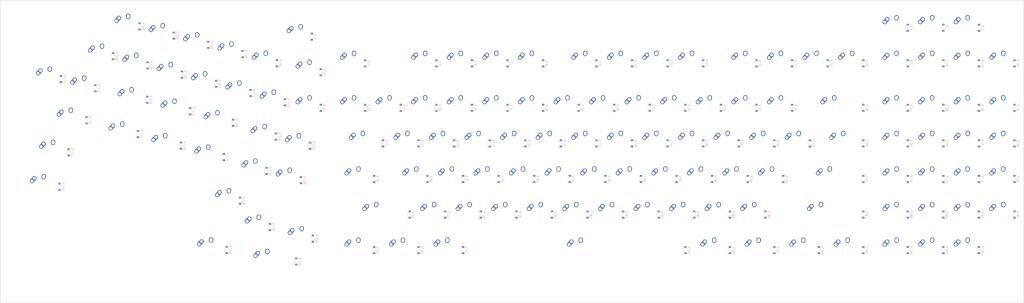
<source format=kicad_pcb>
(kicad_pcb (version 20171130) (host pcbnew "(5.0.0-3-g5ebb6b6)")
  (layers (0 F.Cu signal) (31 B.Cu signal) (34 B.Paste user) (35 F.Paste user) (36 B.SilkS user) (37 F.SilkS user) (38 B.Mask user) (39 F.Mask user) (44 Edge.Cuts user))
  (net 0 "")
  (net 1 "GND")
  (net 2 "VCC")
  (net 3 "col0")
  (net 4 "col1")
  (net 5 "col2")
  (net 6 "col3")
  (net 7 "col4")
  (net 8 "col5")
  (net 9 "col6")
  (net 10 "col7")
  (net 11 "col8")
  (net 12 "col9")
  (net 13 "col10")
  (net 14 "col11")
  (net 15 "col12")
  (net 16 "col13")
  (net 17 "col14")
  (net 18 "col15")
  (net 19 "col16")
  (net 20 "col17")
  (net 21 "col18")
  (net 22 "col19")
  (net 23 "col20")
  (net 24 "col21")
  (net 25 "col22")
  (net 26 "col23")
  (net 27 "col24")
  (net 28 "col25")
  (net 29 "col26")
  (net 30 "col27")
  (net 31 "col28")
  (net 32 "row0")
  (net 33 "row1")
  (net 34 "row2")
  (net 35 "row3")
  (net 36 "row4")
  (net 37 "row5")
  (net 38 "row6")
  (net 39 "row7")
  (net 40 "row8")
  (net 41 "Net-(K_103-Pad1)")
  (net 42 "Net-(K_103-Pad2)")
  (net 43 "Net-(K_103-Pad3)")
  (net 44 "Net-(K_103-Pad4)")
  (net 45 "Net-(D_103-Pad1)")
  (net 46 "Net-(D_103-Pad2)")
  (net 47 "Net-(K_104-Pad1)")
  (net 48 "Net-(K_104-Pad2)")
  (net 49 "Net-(K_104-Pad3)")
  (net 50 "Net-(K_104-Pad4)")
  (net 51 "Net-(D_104-Pad1)")
  (net 52 "Net-(D_104-Pad2)")
  (net 53 "Net-(K_3-Pad1)")
  (net 54 "Net-(K_3-Pad2)")
  (net 55 "Net-(K_3-Pad3)")
  (net 56 "Net-(K_3-Pad4)")
  (net 57 "Net-(D_3-Pad1)")
  (net 58 "Net-(D_3-Pad2)")
  (net 59 "Net-(K_0-Pad1)")
  (net 60 "Net-(K_0-Pad2)")
  (net 61 "Net-(K_0-Pad3)")
  (net 62 "Net-(K_0-Pad4)")
  (net 63 "Net-(D_0-Pad1)")
  (net 64 "Net-(D_0-Pad2)")
  (net 65 "Net-(K_1-Pad1)")
  (net 66 "Net-(K_1-Pad2)")
  (net 67 "Net-(K_1-Pad3)")
  (net 68 "Net-(K_1-Pad4)")
  (net 69 "Net-(D_1-Pad1)")
  (net 70 "Net-(D_1-Pad2)")
  (net 71 "Net-(K_2-Pad1)")
  (net 72 "Net-(K_2-Pad2)")
  (net 73 "Net-(K_2-Pad3)")
  (net 74 "Net-(K_2-Pad4)")
  (net 75 "Net-(D_2-Pad1)")
  (net 76 "Net-(D_2-Pad2)")
  (net 77 "Net-(K_108-Pad1)")
  (net 78 "Net-(K_108-Pad2)")
  (net 79 "Net-(K_108-Pad3)")
  (net 80 "Net-(K_108-Pad4)")
  (net 81 "Net-(D_108-Pad1)")
  (net 82 "Net-(D_108-Pad2)")
  (net 83 "Net-(K_109-Pad1)")
  (net 84 "Net-(K_109-Pad2)")
  (net 85 "Net-(K_109-Pad3)")
  (net 86 "Net-(K_109-Pad4)")
  (net 87 "Net-(D_109-Pad1)")
  (net 88 "Net-(D_109-Pad2)")
  (net 89 "Net-(K_110-Pad1)")
  (net 90 "Net-(K_110-Pad2)")
  (net 91 "Net-(K_110-Pad3)")
  (net 92 "Net-(K_110-Pad4)")
  (net 93 "Net-(D_110-Pad1)")
  (net 94 "Net-(D_110-Pad2)")
  (net 95 "Net-(K_105-Pad1)")
  (net 96 "Net-(K_105-Pad2)")
  (net 97 "Net-(K_105-Pad3)")
  (net 98 "Net-(K_105-Pad4)")
  (net 99 "Net-(D_105-Pad1)")
  (net 100 "Net-(D_105-Pad2)")
  (net 101 "Net-(K_106-Pad1)")
  (net 102 "Net-(K_106-Pad2)")
  (net 103 "Net-(K_106-Pad3)")
  (net 104 "Net-(K_106-Pad4)")
  (net 105 "Net-(D_106-Pad1)")
  (net 106 "Net-(D_106-Pad2)")
  (net 107 "Net-(K_107-Pad1)")
  (net 108 "Net-(K_107-Pad2)")
  (net 109 "Net-(K_107-Pad3)")
  (net 110 "Net-(K_107-Pad4)")
  (net 111 "Net-(D_107-Pad1)")
  (net 112 "Net-(D_107-Pad2)")
  (net 113 "Net-(K_21-Pad1)")
  (net 114 "Net-(K_21-Pad2)")
  (net 115 "Net-(K_21-Pad3)")
  (net 116 "Net-(K_21-Pad4)")
  (net 117 "Net-(D_21-Pad1)")
  (net 118 "Net-(D_21-Pad2)")
  (net 119 "Net-(K_4-Pad1)")
  (net 120 "Net-(K_4-Pad2)")
  (net 121 "Net-(K_4-Pad3)")
  (net 122 "Net-(K_4-Pad4)")
  (net 123 "Net-(D_4-Pad1)")
  (net 124 "Net-(D_4-Pad2)")
  (net 125 "Net-(K_5-Pad1)")
  (net 126 "Net-(K_5-Pad2)")
  (net 127 "Net-(K_5-Pad3)")
  (net 128 "Net-(K_5-Pad4)")
  (net 129 "Net-(D_5-Pad1)")
  (net 130 "Net-(D_5-Pad2)")
  (net 131 "Net-(K_6-Pad1)")
  (net 132 "Net-(K_6-Pad2)")
  (net 133 "Net-(K_6-Pad3)")
  (net 134 "Net-(K_6-Pad4)")
  (net 135 "Net-(D_6-Pad1)")
  (net 136 "Net-(D_6-Pad2)")
  (net 137 "Net-(K_7-Pad1)")
  (net 138 "Net-(K_7-Pad2)")
  (net 139 "Net-(K_7-Pad3)")
  (net 140 "Net-(K_7-Pad4)")
  (net 141 "Net-(D_7-Pad1)")
  (net 142 "Net-(D_7-Pad2)")
  (net 143 "Net-(K_8-Pad1)")
  (net 144 "Net-(K_8-Pad2)")
  (net 145 "Net-(K_8-Pad3)")
  (net 146 "Net-(K_8-Pad4)")
  (net 147 "Net-(D_8-Pad1)")
  (net 148 "Net-(D_8-Pad2)")
  (net 149 "Net-(K_9-Pad1)")
  (net 150 "Net-(K_9-Pad2)")
  (net 151 "Net-(K_9-Pad3)")
  (net 152 "Net-(K_9-Pad4)")
  (net 153 "Net-(D_9-Pad1)")
  (net 154 "Net-(D_9-Pad2)")
  (net 155 "Net-(K_10-Pad1)")
  (net 156 "Net-(K_10-Pad2)")
  (net 157 "Net-(K_10-Pad3)")
  (net 158 "Net-(K_10-Pad4)")
  (net 159 "Net-(D_10-Pad1)")
  (net 160 "Net-(D_10-Pad2)")
  (net 161 "Net-(K_11-Pad1)")
  (net 162 "Net-(K_11-Pad2)")
  (net 163 "Net-(K_11-Pad3)")
  (net 164 "Net-(K_11-Pad4)")
  (net 165 "Net-(D_11-Pad1)")
  (net 166 "Net-(D_11-Pad2)")
  (net 167 "Net-(K_12-Pad1)")
  (net 168 "Net-(K_12-Pad2)")
  (net 169 "Net-(K_12-Pad3)")
  (net 170 "Net-(K_12-Pad4)")
  (net 171 "Net-(D_12-Pad1)")
  (net 172 "Net-(D_12-Pad2)")
  (net 173 "Net-(K_13-Pad1)")
  (net 174 "Net-(K_13-Pad2)")
  (net 175 "Net-(K_13-Pad3)")
  (net 176 "Net-(K_13-Pad4)")
  (net 177 "Net-(D_13-Pad1)")
  (net 178 "Net-(D_13-Pad2)")
  (net 179 "Net-(K_14-Pad1)")
  (net 180 "Net-(K_14-Pad2)")
  (net 181 "Net-(K_14-Pad3)")
  (net 182 "Net-(K_14-Pad4)")
  (net 183 "Net-(D_14-Pad1)")
  (net 184 "Net-(D_14-Pad2)")
  (net 185 "Net-(K_15-Pad1)")
  (net 186 "Net-(K_15-Pad2)")
  (net 187 "Net-(K_15-Pad3)")
  (net 188 "Net-(K_15-Pad4)")
  (net 189 "Net-(D_15-Pad1)")
  (net 190 "Net-(D_15-Pad2)")
  (net 191 "Net-(K_16-Pad1)")
  (net 192 "Net-(K_16-Pad2)")
  (net 193 "Net-(K_16-Pad3)")
  (net 194 "Net-(K_16-Pad4)")
  (net 195 "Net-(D_16-Pad1)")
  (net 196 "Net-(D_16-Pad2)")
  (net 197 "Net-(K_17-Pad1)")
  (net 198 "Net-(K_17-Pad2)")
  (net 199 "Net-(K_17-Pad3)")
  (net 200 "Net-(K_17-Pad4)")
  (net 201 "Net-(D_17-Pad1)")
  (net 202 "Net-(D_17-Pad2)")
  (net 203 "Net-(K_18-Pad1)")
  (net 204 "Net-(K_18-Pad2)")
  (net 205 "Net-(K_18-Pad3)")
  (net 206 "Net-(K_18-Pad4)")
  (net 207 "Net-(D_18-Pad1)")
  (net 208 "Net-(D_18-Pad2)")
  (net 209 "Net-(K_19-Pad1)")
  (net 210 "Net-(K_19-Pad2)")
  (net 211 "Net-(K_19-Pad3)")
  (net 212 "Net-(K_19-Pad4)")
  (net 213 "Net-(D_19-Pad1)")
  (net 214 "Net-(D_19-Pad2)")
  (net 215 "Net-(K_20-Pad1)")
  (net 216 "Net-(K_20-Pad2)")
  (net 217 "Net-(K_20-Pad3)")
  (net 218 "Net-(K_20-Pad4)")
  (net 219 "Net-(D_20-Pad1)")
  (net 220 "Net-(D_20-Pad2)")
  (net 221 "Net-(K_114-Pad1)")
  (net 222 "Net-(K_114-Pad2)")
  (net 223 "Net-(K_114-Pad3)")
  (net 224 "Net-(K_114-Pad4)")
  (net 225 "Net-(D_114-Pad1)")
  (net 226 "Net-(D_114-Pad2)")
  (net 227 "Net-(K_115-Pad1)")
  (net 228 "Net-(K_115-Pad2)")
  (net 229 "Net-(K_115-Pad3)")
  (net 230 "Net-(K_115-Pad4)")
  (net 231 "Net-(D_115-Pad1)")
  (net 232 "Net-(D_115-Pad2)")
  (net 233 "Net-(K_116-Pad1)")
  (net 234 "Net-(K_116-Pad2)")
  (net 235 "Net-(K_116-Pad3)")
  (net 236 "Net-(K_116-Pad4)")
  (net 237 "Net-(D_116-Pad1)")
  (net 238 "Net-(D_116-Pad2)")
  (net 239 "Net-(K_111-Pad1)")
  (net 240 "Net-(K_111-Pad2)")
  (net 241 "Net-(K_111-Pad3)")
  (net 242 "Net-(K_111-Pad4)")
  (net 243 "Net-(D_111-Pad1)")
  (net 244 "Net-(D_111-Pad2)")
  (net 245 "Net-(K_112-Pad1)")
  (net 246 "Net-(K_112-Pad2)")
  (net 247 "Net-(K_112-Pad3)")
  (net 248 "Net-(K_112-Pad4)")
  (net 249 "Net-(D_112-Pad1)")
  (net 250 "Net-(D_112-Pad2)")
  (net 251 "Net-(K_113-Pad1)")
  (net 252 "Net-(K_113-Pad2)")
  (net 253 "Net-(K_113-Pad3)")
  (net 254 "Net-(K_113-Pad4)")
  (net 255 "Net-(D_113-Pad1)")
  (net 256 "Net-(D_113-Pad2)")
  (net 257 "Net-(K_22-Pad1)")
  (net 258 "Net-(K_22-Pad2)")
  (net 259 "Net-(K_22-Pad3)")
  (net 260 "Net-(K_22-Pad4)")
  (net 261 "Net-(D_22-Pad1)")
  (net 262 "Net-(D_22-Pad2)")
  (net 263 "Net-(K_23-Pad1)")
  (net 264 "Net-(K_23-Pad2)")
  (net 265 "Net-(K_23-Pad3)")
  (net 266 "Net-(K_23-Pad4)")
  (net 267 "Net-(D_23-Pad1)")
  (net 268 "Net-(D_23-Pad2)")
  (net 269 "Net-(K_24-Pad1)")
  (net 270 "Net-(K_24-Pad2)")
  (net 271 "Net-(K_24-Pad3)")
  (net 272 "Net-(K_24-Pad4)")
  (net 273 "Net-(D_24-Pad1)")
  (net 274 "Net-(D_24-Pad2)")
  (net 275 "Net-(K_25-Pad1)")
  (net 276 "Net-(K_25-Pad2)")
  (net 277 "Net-(K_25-Pad3)")
  (net 278 "Net-(K_25-Pad4)")
  (net 279 "Net-(D_25-Pad1)")
  (net 280 "Net-(D_25-Pad2)")
  (net 281 "Net-(K_26-Pad1)")
  (net 282 "Net-(K_26-Pad2)")
  (net 283 "Net-(K_26-Pad3)")
  (net 284 "Net-(K_26-Pad4)")
  (net 285 "Net-(D_26-Pad1)")
  (net 286 "Net-(D_26-Pad2)")
  (net 287 "Net-(K_27-Pad1)")
  (net 288 "Net-(K_27-Pad2)")
  (net 289 "Net-(K_27-Pad3)")
  (net 290 "Net-(K_27-Pad4)")
  (net 291 "Net-(D_27-Pad1)")
  (net 292 "Net-(D_27-Pad2)")
  (net 293 "Net-(K_28-Pad1)")
  (net 294 "Net-(K_28-Pad2)")
  (net 295 "Net-(K_28-Pad3)")
  (net 296 "Net-(K_28-Pad4)")
  (net 297 "Net-(D_28-Pad1)")
  (net 298 "Net-(D_28-Pad2)")
  (net 299 "Net-(K_29-Pad1)")
  (net 300 "Net-(K_29-Pad2)")
  (net 301 "Net-(K_29-Pad3)")
  (net 302 "Net-(K_29-Pad4)")
  (net 303 "Net-(D_29-Pad1)")
  (net 304 "Net-(D_29-Pad2)")
  (net 305 "Net-(K_30-Pad1)")
  (net 306 "Net-(K_30-Pad2)")
  (net 307 "Net-(K_30-Pad3)")
  (net 308 "Net-(K_30-Pad4)")
  (net 309 "Net-(D_30-Pad1)")
  (net 310 "Net-(D_30-Pad2)")
  (net 311 "Net-(K_31-Pad1)")
  (net 312 "Net-(K_31-Pad2)")
  (net 313 "Net-(K_31-Pad3)")
  (net 314 "Net-(K_31-Pad4)")
  (net 315 "Net-(D_31-Pad1)")
  (net 316 "Net-(D_31-Pad2)")
  (net 317 "Net-(K_32-Pad1)")
  (net 318 "Net-(K_32-Pad2)")
  (net 319 "Net-(K_32-Pad3)")
  (net 320 "Net-(K_32-Pad4)")
  (net 321 "Net-(D_32-Pad1)")
  (net 322 "Net-(D_32-Pad2)")
  (net 323 "Net-(K_33-Pad1)")
  (net 324 "Net-(K_33-Pad2)")
  (net 325 "Net-(K_33-Pad3)")
  (net 326 "Net-(K_33-Pad4)")
  (net 327 "Net-(D_33-Pad1)")
  (net 328 "Net-(D_33-Pad2)")
  (net 329 "Net-(K_34-Pad1)")
  (net 330 "Net-(K_34-Pad2)")
  (net 331 "Net-(K_34-Pad3)")
  (net 332 "Net-(K_34-Pad4)")
  (net 333 "Net-(D_34-Pad1)")
  (net 334 "Net-(D_34-Pad2)")
  (net 335 "Net-(K_35-Pad1)")
  (net 336 "Net-(K_35-Pad2)")
  (net 337 "Net-(K_35-Pad3)")
  (net 338 "Net-(K_35-Pad4)")
  (net 339 "Net-(D_35-Pad1)")
  (net 340 "Net-(D_35-Pad2)")
  (net 341 "Net-(K_36-Pad1)")
  (net 342 "Net-(K_36-Pad2)")
  (net 343 "Net-(K_36-Pad3)")
  (net 344 "Net-(K_36-Pad4)")
  (net 345 "Net-(D_36-Pad1)")
  (net 346 "Net-(D_36-Pad2)")
  (net 347 "Net-(K_37-Pad1)")
  (net 348 "Net-(K_37-Pad2)")
  (net 349 "Net-(K_37-Pad3)")
  (net 350 "Net-(K_37-Pad4)")
  (net 351 "Net-(D_37-Pad1)")
  (net 352 "Net-(D_37-Pad2)")
  (net 353 "Net-(K_38-Pad1)")
  (net 354 "Net-(K_38-Pad2)")
  (net 355 "Net-(K_38-Pad3)")
  (net 356 "Net-(K_38-Pad4)")
  (net 357 "Net-(D_38-Pad1)")
  (net 358 "Net-(D_38-Pad2)")
  (net 359 "Net-(K_39-Pad1)")
  (net 360 "Net-(K_39-Pad2)")
  (net 361 "Net-(K_39-Pad3)")
  (net 362 "Net-(K_39-Pad4)")
  (net 363 "Net-(D_39-Pad1)")
  (net 364 "Net-(D_39-Pad2)")
  (net 365 "Net-(K_40-Pad1)")
  (net 366 "Net-(K_40-Pad2)")
  (net 367 "Net-(K_40-Pad3)")
  (net 368 "Net-(K_40-Pad4)")
  (net 369 "Net-(D_40-Pad1)")
  (net 370 "Net-(D_40-Pad2)")
  (net 371 "Net-(K_121-Pad1)")
  (net 372 "Net-(K_121-Pad2)")
  (net 373 "Net-(K_121-Pad3)")
  (net 374 "Net-(K_121-Pad4)")
  (net 375 "Net-(D_121-Pad1)")
  (net 376 "Net-(D_121-Pad2)")
  (net 377 "Net-(K_122-Pad1)")
  (net 378 "Net-(K_122-Pad2)")
  (net 379 "Net-(K_122-Pad3)")
  (net 380 "Net-(K_122-Pad4)")
  (net 381 "Net-(D_122-Pad1)")
  (net 382 "Net-(D_122-Pad2)")
  (net 383 "Net-(K_117-Pad1)")
  (net 384 "Net-(K_117-Pad2)")
  (net 385 "Net-(K_117-Pad3)")
  (net 386 "Net-(K_117-Pad4)")
  (net 387 "Net-(D_117-Pad1)")
  (net 388 "Net-(D_117-Pad2)")
  (net 389 "Net-(K_123-Pad1)")
  (net 390 "Net-(K_123-Pad2)")
  (net 391 "Net-(K_123-Pad3)")
  (net 392 "Net-(K_123-Pad4)")
  (net 393 "Net-(D_123-Pad1)")
  (net 394 "Net-(D_123-Pad2)")
  (net 395 "Net-(K_118-Pad1)")
  (net 396 "Net-(K_118-Pad2)")
  (net 397 "Net-(K_118-Pad3)")
  (net 398 "Net-(K_118-Pad4)")
  (net 399 "Net-(D_118-Pad1)")
  (net 400 "Net-(D_118-Pad2)")
  (net 401 "Net-(K_119-Pad1)")
  (net 402 "Net-(K_119-Pad2)")
  (net 403 "Net-(K_119-Pad3)")
  (net 404 "Net-(K_119-Pad4)")
  (net 405 "Net-(D_119-Pad1)")
  (net 406 "Net-(D_119-Pad2)")
  (net 407 "Net-(K_120-Pad1)")
  (net 408 "Net-(K_120-Pad2)")
  (net 409 "Net-(K_120-Pad3)")
  (net 410 "Net-(K_120-Pad4)")
  (net 411 "Net-(D_120-Pad1)")
  (net 412 "Net-(D_120-Pad2)")
  (net 413 "Net-(K_41-Pad1)")
  (net 414 "Net-(K_41-Pad2)")
  (net 415 "Net-(K_41-Pad3)")
  (net 416 "Net-(K_41-Pad4)")
  (net 417 "Net-(D_41-Pad1)")
  (net 418 "Net-(D_41-Pad2)")
  (net 419 "Net-(K_42-Pad1)")
  (net 420 "Net-(K_42-Pad2)")
  (net 421 "Net-(K_42-Pad3)")
  (net 422 "Net-(K_42-Pad4)")
  (net 423 "Net-(D_42-Pad1)")
  (net 424 "Net-(D_42-Pad2)")
  (net 425 "Net-(K_43-Pad1)")
  (net 426 "Net-(K_43-Pad2)")
  (net 427 "Net-(K_43-Pad3)")
  (net 428 "Net-(K_43-Pad4)")
  (net 429 "Net-(D_43-Pad1)")
  (net 430 "Net-(D_43-Pad2)")
  (net 431 "Net-(K_44-Pad1)")
  (net 432 "Net-(K_44-Pad2)")
  (net 433 "Net-(K_44-Pad3)")
  (net 434 "Net-(K_44-Pad4)")
  (net 435 "Net-(D_44-Pad1)")
  (net 436 "Net-(D_44-Pad2)")
  (net 437 "Net-(K_45-Pad1)")
  (net 438 "Net-(K_45-Pad2)")
  (net 439 "Net-(K_45-Pad3)")
  (net 440 "Net-(K_45-Pad4)")
  (net 441 "Net-(D_45-Pad1)")
  (net 442 "Net-(D_45-Pad2)")
  (net 443 "Net-(K_46-Pad1)")
  (net 444 "Net-(K_46-Pad2)")
  (net 445 "Net-(K_46-Pad3)")
  (net 446 "Net-(K_46-Pad4)")
  (net 447 "Net-(D_46-Pad1)")
  (net 448 "Net-(D_46-Pad2)")
  (net 449 "Net-(K_47-Pad1)")
  (net 450 "Net-(K_47-Pad2)")
  (net 451 "Net-(K_47-Pad3)")
  (net 452 "Net-(K_47-Pad4)")
  (net 453 "Net-(D_47-Pad1)")
  (net 454 "Net-(D_47-Pad2)")
  (net 455 "Net-(K_48-Pad1)")
  (net 456 "Net-(K_48-Pad2)")
  (net 457 "Net-(K_48-Pad3)")
  (net 458 "Net-(K_48-Pad4)")
  (net 459 "Net-(D_48-Pad1)")
  (net 460 "Net-(D_48-Pad2)")
  (net 461 "Net-(K_49-Pad1)")
  (net 462 "Net-(K_49-Pad2)")
  (net 463 "Net-(K_49-Pad3)")
  (net 464 "Net-(K_49-Pad4)")
  (net 465 "Net-(D_49-Pad1)")
  (net 466 "Net-(D_49-Pad2)")
  (net 467 "Net-(K_50-Pad1)")
  (net 468 "Net-(K_50-Pad2)")
  (net 469 "Net-(K_50-Pad3)")
  (net 470 "Net-(K_50-Pad4)")
  (net 471 "Net-(D_50-Pad1)")
  (net 472 "Net-(D_50-Pad2)")
  (net 473 "Net-(K_51-Pad1)")
  (net 474 "Net-(K_51-Pad2)")
  (net 475 "Net-(K_51-Pad3)")
  (net 476 "Net-(K_51-Pad4)")
  (net 477 "Net-(D_51-Pad1)")
  (net 478 "Net-(D_51-Pad2)")
  (net 479 "Net-(K_52-Pad1)")
  (net 480 "Net-(K_52-Pad2)")
  (net 481 "Net-(K_52-Pad3)")
  (net 482 "Net-(K_52-Pad4)")
  (net 483 "Net-(D_52-Pad1)")
  (net 484 "Net-(D_52-Pad2)")
  (net 485 "Net-(K_53-Pad1)")
  (net 486 "Net-(K_53-Pad2)")
  (net 487 "Net-(K_53-Pad3)")
  (net 488 "Net-(K_53-Pad4)")
  (net 489 "Net-(D_53-Pad1)")
  (net 490 "Net-(D_53-Pad2)")
  (net 491 "Net-(K_54-Pad1)")
  (net 492 "Net-(K_54-Pad2)")
  (net 493 "Net-(K_54-Pad3)")
  (net 494 "Net-(K_54-Pad4)")
  (net 495 "Net-(D_54-Pad1)")
  (net 496 "Net-(D_54-Pad2)")
  (net 497 "Net-(K_55-Pad1)")
  (net 498 "Net-(K_55-Pad2)")
  (net 499 "Net-(K_55-Pad3)")
  (net 500 "Net-(K_55-Pad4)")
  (net 501 "Net-(D_55-Pad1)")
  (net 502 "Net-(D_55-Pad2)")
  (net 503 "Net-(K_56-Pad1)")
  (net 504 "Net-(K_56-Pad2)")
  (net 505 "Net-(K_56-Pad3)")
  (net 506 "Net-(K_56-Pad4)")
  (net 507 "Net-(D_56-Pad1)")
  (net 508 "Net-(D_56-Pad2)")
  (net 509 "Net-(K_57-Pad1)")
  (net 510 "Net-(K_57-Pad2)")
  (net 511 "Net-(K_57-Pad3)")
  (net 512 "Net-(K_57-Pad4)")
  (net 513 "Net-(D_57-Pad1)")
  (net 514 "Net-(D_57-Pad2)")
  (net 515 "Net-(K_58-Pad1)")
  (net 516 "Net-(K_58-Pad2)")
  (net 517 "Net-(K_58-Pad3)")
  (net 518 "Net-(K_58-Pad4)")
  (net 519 "Net-(D_58-Pad1)")
  (net 520 "Net-(D_58-Pad2)")
  (net 521 "Net-(K_127-Pad1)")
  (net 522 "Net-(K_127-Pad2)")
  (net 523 "Net-(K_127-Pad3)")
  (net 524 "Net-(K_127-Pad4)")
  (net 525 "Net-(D_127-Pad1)")
  (net 526 "Net-(D_127-Pad2)")
  (net 527 "Net-(K_124-Pad1)")
  (net 528 "Net-(K_124-Pad2)")
  (net 529 "Net-(K_124-Pad3)")
  (net 530 "Net-(K_124-Pad4)")
  (net 531 "Net-(D_124-Pad1)")
  (net 532 "Net-(D_124-Pad2)")
  (net 533 "Net-(K_125-Pad1)")
  (net 534 "Net-(K_125-Pad2)")
  (net 535 "Net-(K_125-Pad3)")
  (net 536 "Net-(K_125-Pad4)")
  (net 537 "Net-(D_125-Pad1)")
  (net 538 "Net-(D_125-Pad2)")
  (net 539 "Net-(K_126-Pad1)")
  (net 540 "Net-(K_126-Pad2)")
  (net 541 "Net-(K_126-Pad3)")
  (net 542 "Net-(K_126-Pad4)")
  (net 543 "Net-(D_126-Pad1)")
  (net 544 "Net-(D_126-Pad2)")
  (net 545 "Net-(K_59-Pad1)")
  (net 546 "Net-(K_59-Pad2)")
  (net 547 "Net-(K_59-Pad3)")
  (net 548 "Net-(K_59-Pad4)")
  (net 549 "Net-(D_59-Pad1)")
  (net 550 "Net-(D_59-Pad2)")
  (net 551 "Net-(K_60-Pad1)")
  (net 552 "Net-(K_60-Pad2)")
  (net 553 "Net-(K_60-Pad3)")
  (net 554 "Net-(K_60-Pad4)")
  (net 555 "Net-(D_60-Pad1)")
  (net 556 "Net-(D_60-Pad2)")
  (net 557 "Net-(K_61-Pad1)")
  (net 558 "Net-(K_61-Pad2)")
  (net 559 "Net-(K_61-Pad3)")
  (net 560 "Net-(K_61-Pad4)")
  (net 561 "Net-(D_61-Pad1)")
  (net 562 "Net-(D_61-Pad2)")
  (net 563 "Net-(K_62-Pad1)")
  (net 564 "Net-(K_62-Pad2)")
  (net 565 "Net-(K_62-Pad3)")
  (net 566 "Net-(K_62-Pad4)")
  (net 567 "Net-(D_62-Pad1)")
  (net 568 "Net-(D_62-Pad2)")
  (net 569 "Net-(K_63-Pad1)")
  (net 570 "Net-(K_63-Pad2)")
  (net 571 "Net-(K_63-Pad3)")
  (net 572 "Net-(K_63-Pad4)")
  (net 573 "Net-(D_63-Pad1)")
  (net 574 "Net-(D_63-Pad2)")
  (net 575 "Net-(K_64-Pad1)")
  (net 576 "Net-(K_64-Pad2)")
  (net 577 "Net-(K_64-Pad3)")
  (net 578 "Net-(K_64-Pad4)")
  (net 579 "Net-(D_64-Pad1)")
  (net 580 "Net-(D_64-Pad2)")
  (net 581 "Net-(K_65-Pad1)")
  (net 582 "Net-(K_65-Pad2)")
  (net 583 "Net-(K_65-Pad3)")
  (net 584 "Net-(K_65-Pad4)")
  (net 585 "Net-(D_65-Pad1)")
  (net 586 "Net-(D_65-Pad2)")
  (net 587 "Net-(K_66-Pad1)")
  (net 588 "Net-(K_66-Pad2)")
  (net 589 "Net-(K_66-Pad3)")
  (net 590 "Net-(K_66-Pad4)")
  (net 591 "Net-(D_66-Pad1)")
  (net 592 "Net-(D_66-Pad2)")
  (net 593 "Net-(K_67-Pad1)")
  (net 594 "Net-(K_67-Pad2)")
  (net 595 "Net-(K_67-Pad3)")
  (net 596 "Net-(K_67-Pad4)")
  (net 597 "Net-(D_67-Pad1)")
  (net 598 "Net-(D_67-Pad2)")
  (net 599 "Net-(K_68-Pad1)")
  (net 600 "Net-(K_68-Pad2)")
  (net 601 "Net-(K_68-Pad3)")
  (net 602 "Net-(K_68-Pad4)")
  (net 603 "Net-(D_68-Pad1)")
  (net 604 "Net-(D_68-Pad2)")
  (net 605 "Net-(K_69-Pad1)")
  (net 606 "Net-(K_69-Pad2)")
  (net 607 "Net-(K_69-Pad3)")
  (net 608 "Net-(K_69-Pad4)")
  (net 609 "Net-(D_69-Pad1)")
  (net 610 "Net-(D_69-Pad2)")
  (net 611 "Net-(K_70-Pad1)")
  (net 612 "Net-(K_70-Pad2)")
  (net 613 "Net-(K_70-Pad3)")
  (net 614 "Net-(K_70-Pad4)")
  (net 615 "Net-(D_70-Pad1)")
  (net 616 "Net-(D_70-Pad2)")
  (net 617 "Net-(K_71-Pad1)")
  (net 618 "Net-(K_71-Pad2)")
  (net 619 "Net-(K_71-Pad3)")
  (net 620 "Net-(K_71-Pad4)")
  (net 621 "Net-(D_71-Pad1)")
  (net 622 "Net-(D_71-Pad2)")
  (net 623 "Net-(K_72-Pad1)")
  (net 624 "Net-(K_72-Pad2)")
  (net 625 "Net-(K_72-Pad3)")
  (net 626 "Net-(K_72-Pad4)")
  (net 627 "Net-(D_72-Pad1)")
  (net 628 "Net-(D_72-Pad2)")
  (net 629 "Net-(K_73-Pad1)")
  (net 630 "Net-(K_73-Pad2)")
  (net 631 "Net-(K_73-Pad3)")
  (net 632 "Net-(K_73-Pad4)")
  (net 633 "Net-(D_73-Pad1)")
  (net 634 "Net-(D_73-Pad2)")
  (net 635 "Net-(K_74-Pad1)")
  (net 636 "Net-(K_74-Pad2)")
  (net 637 "Net-(K_74-Pad3)")
  (net 638 "Net-(K_74-Pad4)")
  (net 639 "Net-(D_74-Pad1)")
  (net 640 "Net-(D_74-Pad2)")
  (net 641 "Net-(K_75-Pad1)")
  (net 642 "Net-(K_75-Pad2)")
  (net 643 "Net-(K_75-Pad3)")
  (net 644 "Net-(K_75-Pad4)")
  (net 645 "Net-(D_75-Pad1)")
  (net 646 "Net-(D_75-Pad2)")
  (net 647 "Net-(K_131-Pad1)")
  (net 648 "Net-(K_131-Pad2)")
  (net 649 "Net-(K_131-Pad3)")
  (net 650 "Net-(K_131-Pad4)")
  (net 651 "Net-(D_131-Pad1)")
  (net 652 "Net-(D_131-Pad2)")
  (net 653 "Net-(K_128-Pad1)")
  (net 654 "Net-(K_128-Pad2)")
  (net 655 "Net-(K_128-Pad3)")
  (net 656 "Net-(K_128-Pad4)")
  (net 657 "Net-(D_128-Pad1)")
  (net 658 "Net-(D_128-Pad2)")
  (net 659 "Net-(K_76-Pad1)")
  (net 660 "Net-(K_76-Pad2)")
  (net 661 "Net-(K_76-Pad3)")
  (net 662 "Net-(K_76-Pad4)")
  (net 663 "Net-(D_76-Pad1)")
  (net 664 "Net-(D_76-Pad2)")
  (net 665 "Net-(K_77-Pad1)")
  (net 666 "Net-(K_77-Pad2)")
  (net 667 "Net-(K_77-Pad3)")
  (net 668 "Net-(K_77-Pad4)")
  (net 669 "Net-(D_77-Pad1)")
  (net 670 "Net-(D_77-Pad2)")
  (net 671 "Net-(K_78-Pad1)")
  (net 672 "Net-(K_78-Pad2)")
  (net 673 "Net-(K_78-Pad3)")
  (net 674 "Net-(K_78-Pad4)")
  (net 675 "Net-(D_78-Pad1)")
  (net 676 "Net-(D_78-Pad2)")
  (net 677 "Net-(K_79-Pad1)")
  (net 678 "Net-(K_79-Pad2)")
  (net 679 "Net-(K_79-Pad3)")
  (net 680 "Net-(K_79-Pad4)")
  (net 681 "Net-(D_79-Pad1)")
  (net 682 "Net-(D_79-Pad2)")
  (net 683 "Net-(K_80-Pad1)")
  (net 684 "Net-(K_80-Pad2)")
  (net 685 "Net-(K_80-Pad3)")
  (net 686 "Net-(K_80-Pad4)")
  (net 687 "Net-(D_80-Pad1)")
  (net 688 "Net-(D_80-Pad2)")
  (net 689 "Net-(K_81-Pad1)")
  (net 690 "Net-(K_81-Pad2)")
  (net 691 "Net-(K_81-Pad3)")
  (net 692 "Net-(K_81-Pad4)")
  (net 693 "Net-(D_81-Pad1)")
  (net 694 "Net-(D_81-Pad2)")
  (net 695 "Net-(K_82-Pad1)")
  (net 696 "Net-(K_82-Pad2)")
  (net 697 "Net-(K_82-Pad3)")
  (net 698 "Net-(K_82-Pad4)")
  (net 699 "Net-(D_82-Pad1)")
  (net 700 "Net-(D_82-Pad2)")
  (net 701 "Net-(K_83-Pad1)")
  (net 702 "Net-(K_83-Pad2)")
  (net 703 "Net-(K_83-Pad3)")
  (net 704 "Net-(K_83-Pad4)")
  (net 705 "Net-(D_83-Pad1)")
  (net 706 "Net-(D_83-Pad2)")
  (net 707 "Net-(K_84-Pad1)")
  (net 708 "Net-(K_84-Pad2)")
  (net 709 "Net-(K_84-Pad3)")
  (net 710 "Net-(K_84-Pad4)")
  (net 711 "Net-(D_84-Pad1)")
  (net 712 "Net-(D_84-Pad2)")
  (net 713 "Net-(K_85-Pad1)")
  (net 714 "Net-(K_85-Pad2)")
  (net 715 "Net-(K_85-Pad3)")
  (net 716 "Net-(K_85-Pad4)")
  (net 717 "Net-(D_85-Pad1)")
  (net 718 "Net-(D_85-Pad2)")
  (net 719 "Net-(K_86-Pad1)")
  (net 720 "Net-(K_86-Pad2)")
  (net 721 "Net-(K_86-Pad3)")
  (net 722 "Net-(K_86-Pad4)")
  (net 723 "Net-(D_86-Pad1)")
  (net 724 "Net-(D_86-Pad2)")
  (net 725 "Net-(K_87-Pad1)")
  (net 726 "Net-(K_87-Pad2)")
  (net 727 "Net-(K_87-Pad3)")
  (net 728 "Net-(K_87-Pad4)")
  (net 729 "Net-(D_87-Pad1)")
  (net 730 "Net-(D_87-Pad2)")
  (net 731 "Net-(K_88-Pad1)")
  (net 732 "Net-(K_88-Pad2)")
  (net 733 "Net-(K_88-Pad3)")
  (net 734 "Net-(K_88-Pad4)")
  (net 735 "Net-(D_88-Pad1)")
  (net 736 "Net-(D_88-Pad2)")
  (net 737 "Net-(K_89-Pad1)")
  (net 738 "Net-(K_89-Pad2)")
  (net 739 "Net-(K_89-Pad3)")
  (net 740 "Net-(K_89-Pad4)")
  (net 741 "Net-(D_89-Pad1)")
  (net 742 "Net-(D_89-Pad2)")
  (net 743 "Net-(K_90-Pad1)")
  (net 744 "Net-(K_90-Pad2)")
  (net 745 "Net-(K_90-Pad3)")
  (net 746 "Net-(K_90-Pad4)")
  (net 747 "Net-(D_90-Pad1)")
  (net 748 "Net-(D_90-Pad2)")
  (net 749 "Net-(K_132-Pad1)")
  (net 750 "Net-(K_132-Pad2)")
  (net 751 "Net-(K_132-Pad3)")
  (net 752 "Net-(K_132-Pad4)")
  (net 753 "Net-(D_132-Pad1)")
  (net 754 "Net-(D_132-Pad2)")
  (net 755 "Net-(K_129-Pad1)")
  (net 756 "Net-(K_129-Pad2)")
  (net 757 "Net-(K_129-Pad3)")
  (net 758 "Net-(K_129-Pad4)")
  (net 759 "Net-(D_129-Pad1)")
  (net 760 "Net-(D_129-Pad2)")
  (net 761 "Net-(K_130-Pad1)")
  (net 762 "Net-(K_130-Pad2)")
  (net 763 "Net-(K_130-Pad3)")
  (net 764 "Net-(K_130-Pad4)")
  (net 765 "Net-(D_130-Pad1)")
  (net 766 "Net-(D_130-Pad2)")
  (net 767 "Net-(K_92-Pad1)")
  (net 768 "Net-(K_92-Pad2)")
  (net 769 "Net-(K_92-Pad3)")
  (net 770 "Net-(K_92-Pad4)")
  (net 771 "Net-(D_92-Pad1)")
  (net 772 "Net-(D_92-Pad2)")
  (net 773 "Net-(K_93-Pad1)")
  (net 774 "Net-(K_93-Pad2)")
  (net 775 "Net-(K_93-Pad3)")
  (net 776 "Net-(K_93-Pad4)")
  (net 777 "Net-(D_93-Pad1)")
  (net 778 "Net-(D_93-Pad2)")
  (net 779 "Net-(K_94-Pad1)")
  (net 780 "Net-(K_94-Pad2)")
  (net 781 "Net-(K_94-Pad3)")
  (net 782 "Net-(K_94-Pad4)")
  (net 783 "Net-(D_94-Pad1)")
  (net 784 "Net-(D_94-Pad2)")
  (net 785 "Net-(K_95-Pad1)")
  (net 786 "Net-(K_95-Pad2)")
  (net 787 "Net-(K_95-Pad3)")
  (net 788 "Net-(K_95-Pad4)")
  (net 789 "Net-(D_95-Pad1)")
  (net 790 "Net-(D_95-Pad2)")
  (net 791 "Net-(K_96-Pad1)")
  (net 792 "Net-(K_96-Pad2)")
  (net 793 "Net-(K_96-Pad3)")
  (net 794 "Net-(K_96-Pad4)")
  (net 795 "Net-(D_96-Pad1)")
  (net 796 "Net-(D_96-Pad2)")
  (net 797 "Net-(K_97-Pad1)")
  (net 798 "Net-(K_97-Pad2)")
  (net 799 "Net-(K_97-Pad3)")
  (net 800 "Net-(K_97-Pad4)")
  (net 801 "Net-(D_97-Pad1)")
  (net 802 "Net-(D_97-Pad2)")
  (net 803 "Net-(K_98-Pad1)")
  (net 804 "Net-(K_98-Pad2)")
  (net 805 "Net-(K_98-Pad3)")
  (net 806 "Net-(K_98-Pad4)")
  (net 807 "Net-(D_98-Pad1)")
  (net 808 "Net-(D_98-Pad2)")
  (net 809 "Net-(K_99-Pad1)")
  (net 810 "Net-(K_99-Pad2)")
  (net 811 "Net-(K_99-Pad3)")
  (net 812 "Net-(K_99-Pad4)")
  (net 813 "Net-(D_99-Pad1)")
  (net 814 "Net-(D_99-Pad2)")
  (net 815 "Net-(K_100-Pad1)")
  (net 816 "Net-(K_100-Pad2)")
  (net 817 "Net-(K_100-Pad3)")
  (net 818 "Net-(K_100-Pad4)")
  (net 819 "Net-(D_100-Pad1)")
  (net 820 "Net-(D_100-Pad2)")
  (net 821 "Net-(K_101-Pad1)")
  (net 822 "Net-(K_101-Pad2)")
  (net 823 "Net-(K_101-Pad3)")
  (net 824 "Net-(K_101-Pad4)")
  (net 825 "Net-(D_101-Pad1)")
  (net 826 "Net-(D_101-Pad2)")
  (net 827 "Net-(K_102-Pad1)")
  (net 828 "Net-(K_102-Pad2)")
  (net 829 "Net-(K_102-Pad3)")
  (net 830 "Net-(K_102-Pad4)")
  (net 831 "Net-(D_102-Pad1)")
  (net 832 "Net-(D_102-Pad2)")
  (net 833 "Net-(K_91-Pad1)")
  (net 834 "Net-(K_91-Pad2)")
  (net 835 "Net-(K_91-Pad3)")
  (net 836 "Net-(K_91-Pad4)")
  (net 837 "Net-(D_91-Pad1)")
  (net 838 "Net-(D_91-Pad2)")
  (net 839 "Net-(K_133-Pad1)")
  (net 840 "Net-(K_133-Pad2)")
  (net 841 "Net-(K_133-Pad3)")
  (net 842 "Net-(K_133-Pad4)")
  (net 843 "Net-(D_133-Pad1)")
  (net 844 "Net-(D_133-Pad2)")
  (module MX_Alps_Hybrid:MX-1U-NoLED (layer F.Cu) (at 62.10912559372656 9.525)
    (fp_text reference K_103)
    (fp_text value KEYSW)
    (pad 1 thru_hole circle (at -2.5 -4) (size 2.25 2.25) (drill 1.47) (layers *.Cu B.Mask) (net 6 "col3"))
    (pad 1 thru_hole oval (at -3.81 -2.54 48.0996) (size 4.211556 2.25) (drill 1.47 (offset 0.980778 0)) (layers *.Cu B.Mask) (net 6 "col3"))
    (pad 2 thru_hole oval (at 2.5 -4.5 86.0548) (size 2.831378 2.25) (drill 1.47 (offset 0.290689 0)) (layers *.Cu B.Mask) (net 46 "Net-(D_103-Pad2)"))
    (pad 2 thru_hole circle (at 2.54 -5.08) (size 2.25 2.25) (drill 1.47) (layers *.Cu B.Mask) (net 46 "Net-(D_103-Pad2)"))
    (pad "" np_thru_hole circle (at 0 0) (size 3.9878 3.9878) (drill 3.9878) (layers *.Cu *.Mask))
    (pad "" np_thru_hole circle (at -5.08 0 48.0996) (size 1.75 1.75) (drill 1.75) (layers *.Cu *.Mask))
    (pad "" np_thru_hole circle (at 5.08 0 48.0996) (size 1.75 1.75) (drill 1.75) (layers *.Cu *.Mask))
  )
  (module Diode_SMD:D_SOD-123 (layer B.Cu) (at 70.63412559372655 10.025 90)
    (fp_text reference D_103 (at 0 2 90) (layer B.SilkS) (effects (justify mirror)))
    (fp_text value D)
    (pad 2 smd rect (at 1.65 0 90) (size 0.9 1.2) (layers B.Cu B.Paste B.Mask) (net 46 "Net-(D_103-Pad2)"))
    (pad 1 smd rect (at -1.65 0 90) (size 0.9 1.2) (layers B.Cu B.Paste B.Mask) (net 32 "row0"))
  )
  (module MX_Alps_Hybrid:MX-1U-NoLED (layer F.Cu) (at 80.51001258453331 14.455502809203018)
    (fp_text reference K_104)
    (fp_text value KEYSW)
    (pad 1 thru_hole circle (at -2.5 -4) (size 2.25 2.25) (drill 1.47) (layers *.Cu B.Mask) (net 7 "col4"))
    (pad 1 thru_hole oval (at -3.81 -2.54 48.0996) (size 4.211556 2.25) (drill 1.47 (offset 0.980778 0)) (layers *.Cu B.Mask) (net 7 "col4"))
    (pad 2 thru_hole oval (at 2.5 -4.5 86.0548) (size 2.831378 2.25) (drill 1.47 (offset 0.290689 0)) (layers *.Cu B.Mask) (net 52 "Net-(D_104-Pad2)"))
    (pad 2 thru_hole circle (at 2.54 -5.08) (size 2.25 2.25) (drill 1.47) (layers *.Cu B.Mask) (net 52 "Net-(D_104-Pad2)"))
    (pad "" np_thru_hole circle (at 0 0) (size 3.9878 3.9878) (drill 3.9878) (layers *.Cu *.Mask))
    (pad "" np_thru_hole circle (at -5.08 0 48.0996) (size 1.75 1.75) (drill 1.75) (layers *.Cu *.Mask))
    (pad "" np_thru_hole circle (at 5.08 0 48.0996) (size 1.75 1.75) (drill 1.75) (layers *.Cu *.Mask))
  )
  (module Diode_SMD:D_SOD-123 (layer B.Cu) (at 89.0350125845333 14.955502809203018 90)
    (fp_text reference D_104 (at 0 2 90) (layer B.SilkS) (effects (justify mirror)))
    (fp_text value D)
    (pad 2 smd rect (at 1.65 0 90) (size 0.9 1.2) (layers B.Cu B.Paste B.Mask) (net 52 "Net-(D_104-Pad2)"))
    (pad 1 smd rect (at -1.65 0 90) (size 0.9 1.2) (layers B.Cu B.Paste B.Mask) (net 32 "row0"))
  )
  (module MX_Alps_Hybrid:MX-1U-NoLED (layer F.Cu) (at 154.38168636900798 15.016117274691695)
    (fp_text reference K_3)
    (fp_text value KEYSW)
    (pad 1 thru_hole circle (at -2.5 -4) (size 2.25 2.25) (drill 1.47) (layers *.Cu B.Mask) (net 11 "col8"))
    (pad 1 thru_hole oval (at -3.81 -2.54 48.0996) (size 4.211556 2.25) (drill 1.47 (offset 0.980778 0)) (layers *.Cu B.Mask) (net 11 "col8"))
    (pad 2 thru_hole oval (at 2.5 -4.5 86.0548) (size 2.831378 2.25) (drill 1.47 (offset 0.290689 0)) (layers *.Cu B.Mask) (net 58 "Net-(D_3-Pad2)"))
    (pad 2 thru_hole circle (at 2.54 -5.08) (size 2.25 2.25) (drill 1.47) (layers *.Cu B.Mask) (net 58 "Net-(D_3-Pad2)"))
    (pad "" np_thru_hole circle (at 0 0) (size 3.9878 3.9878) (drill 3.9878) (layers *.Cu *.Mask))
    (pad "" np_thru_hole circle (at -5.08 0 48.0996) (size 1.75 1.75) (drill 1.75) (layers *.Cu *.Mask))
    (pad "" np_thru_hole circle (at 5.08 0 48.0996) (size 1.75 1.75) (drill 1.75) (layers *.Cu *.Mask))
  )
  (module Diode_SMD:D_SOD-123 (layer B.Cu) (at 162.90668636900799 15.516117274691695 90)
    (fp_text reference D_3 (at 0 2 90) (layer B.SilkS) (effects (justify mirror)))
    (fp_text value D)
    (pad 2 smd rect (at 1.65 0 90) (size 0.9 1.2) (layers B.Cu B.Paste B.Mask) (net 58 "Net-(D_3-Pad2)"))
    (pad 1 smd rect (at -1.65 0 90) (size 0.9 1.2) (layers B.Cu B.Paste B.Mask) (net 32 "row0"))
  )
  (module MX_Alps_Hybrid:MX-1U-NoLED (layer F.Cu) (at 473.46918636900796 10.253617274691694)
    (fp_text reference K_0)
    (fp_text value KEYSW)
    (pad 1 thru_hole circle (at -2.5 -4) (size 2.25 2.25) (drill 1.47) (layers *.Cu B.Mask) (net 27 "col24"))
    (pad 1 thru_hole oval (at -3.81 -2.54 48.0996) (size 4.211556 2.25) (drill 1.47 (offset 0.980778 0)) (layers *.Cu B.Mask) (net 27 "col24"))
    (pad 2 thru_hole oval (at 2.5 -4.5 86.0548) (size 2.831378 2.25) (drill 1.47 (offset 0.290689 0)) (layers *.Cu B.Mask) (net 64 "Net-(D_0-Pad2)"))
    (pad 2 thru_hole circle (at 2.54 -5.08) (size 2.25 2.25) (drill 1.47) (layers *.Cu B.Mask) (net 64 "Net-(D_0-Pad2)"))
    (pad "" np_thru_hole circle (at 0 0) (size 3.9878 3.9878) (drill 3.9878) (layers *.Cu *.Mask))
    (pad "" np_thru_hole circle (at -5.08 0 48.0996) (size 1.75 1.75) (drill 1.75) (layers *.Cu *.Mask))
    (pad "" np_thru_hole circle (at 5.08 0 48.0996) (size 1.75 1.75) (drill 1.75) (layers *.Cu *.Mask))
  )
  (module Diode_SMD:D_SOD-123 (layer B.Cu) (at 481.99418636900793 10.753617274691694 90)
    (fp_text reference D_0 (at 0 2 90) (layer B.SilkS) (effects (justify mirror)))
    (fp_text value D)
    (pad 2 smd rect (at 1.65 0 90) (size 0.9 1.2) (layers B.Cu B.Paste B.Mask) (net 64 "Net-(D_0-Pad2)"))
    (pad 1 smd rect (at -1.65 0 90) (size 0.9 1.2) (layers B.Cu B.Paste B.Mask) (net 32 "row0"))
  )
  (module MX_Alps_Hybrid:MX-1U-NoLED (layer F.Cu) (at 492.51918636900797 10.253617274691694)
    (fp_text reference K_1)
    (fp_text value KEYSW)
    (pad 1 thru_hole circle (at -2.5 -4) (size 2.25 2.25) (drill 1.47) (layers *.Cu B.Mask) (net 28 "col25"))
    (pad 1 thru_hole oval (at -3.81 -2.54 48.0996) (size 4.211556 2.25) (drill 1.47 (offset 0.980778 0)) (layers *.Cu B.Mask) (net 28 "col25"))
    (pad 2 thru_hole oval (at 2.5 -4.5 86.0548) (size 2.831378 2.25) (drill 1.47 (offset 0.290689 0)) (layers *.Cu B.Mask) (net 70 "Net-(D_1-Pad2)"))
    (pad 2 thru_hole circle (at 2.54 -5.08) (size 2.25 2.25) (drill 1.47) (layers *.Cu B.Mask) (net 70 "Net-(D_1-Pad2)"))
    (pad "" np_thru_hole circle (at 0 0) (size 3.9878 3.9878) (drill 3.9878) (layers *.Cu *.Mask))
    (pad "" np_thru_hole circle (at -5.08 0 48.0996) (size 1.75 1.75) (drill 1.75) (layers *.Cu *.Mask))
    (pad "" np_thru_hole circle (at 5.08 0 48.0996) (size 1.75 1.75) (drill 1.75) (layers *.Cu *.Mask))
  )
  (module Diode_SMD:D_SOD-123 (layer B.Cu) (at 501.04418636900795 10.753617274691694 90)
    (fp_text reference D_1 (at 0 2 90) (layer B.SilkS) (effects (justify mirror)))
    (fp_text value D)
    (pad 2 smd rect (at 1.65 0 90) (size 0.9 1.2) (layers B.Cu B.Paste B.Mask) (net 70 "Net-(D_1-Pad2)"))
    (pad 1 smd rect (at -1.65 0 90) (size 0.9 1.2) (layers B.Cu B.Paste B.Mask) (net 32 "row0"))
  )
  (module MX_Alps_Hybrid:MX-1U-NoLED (layer F.Cu) (at 511.5691863690079 10.253617274691694)
    (fp_text reference K_2)
    (fp_text value KEYSW)
    (pad 1 thru_hole circle (at -2.5 -4) (size 2.25 2.25) (drill 1.47) (layers *.Cu B.Mask) (net 29 "col26"))
    (pad 1 thru_hole oval (at -3.81 -2.54 48.0996) (size 4.211556 2.25) (drill 1.47 (offset 0.980778 0)) (layers *.Cu B.Mask) (net 29 "col26"))
    (pad 2 thru_hole oval (at 2.5 -4.5 86.0548) (size 2.831378 2.25) (drill 1.47 (offset 0.290689 0)) (layers *.Cu B.Mask) (net 76 "Net-(D_2-Pad2)"))
    (pad 2 thru_hole circle (at 2.54 -5.08) (size 2.25 2.25) (drill 1.47) (layers *.Cu B.Mask) (net 76 "Net-(D_2-Pad2)"))
    (pad "" np_thru_hole circle (at 0 0) (size 3.9878 3.9878) (drill 3.9878) (layers *.Cu *.Mask))
    (pad "" np_thru_hole circle (at -5.08 0 48.0996) (size 1.75 1.75) (drill 1.75) (layers *.Cu *.Mask))
    (pad "" np_thru_hole circle (at 5.08 0 48.0996) (size 1.75 1.75) (drill 1.75) (layers *.Cu *.Mask))
  )
  (module Diode_SMD:D_SOD-123 (layer B.Cu) (at 520.094186369008 10.753617274691694 90)
    (fp_text reference D_2 (at 0 2 90) (layer B.SilkS) (effects (justify mirror)))
    (fp_text value D)
    (pad 2 smd rect (at 1.65 0 90) (size 0.9 1.2) (layers B.Cu B.Paste B.Mask) (net 76 "Net-(D_2-Pad2)"))
    (pad 1 smd rect (at -1.65 0 90) (size 0.9 1.2) (layers B.Cu B.Paste B.Mask) (net 32 "row0"))
  )
  (module MX_Alps_Hybrid:MX-1U-NoLED (layer F.Cu) (at 47.97817928912016 25.460635586205242)
    (fp_text reference K_108)
    (fp_text value KEYSW)
    (pad 1 thru_hole circle (at -2.5 -4) (size 2.25 2.25) (drill 1.47) (layers *.Cu B.Mask) (net 5 "col2"))
    (pad 1 thru_hole oval (at -3.81 -2.54 48.0996) (size 4.211556 2.25) (drill 1.47 (offset 0.980778 0)) (layers *.Cu B.Mask) (net 5 "col2"))
    (pad 2 thru_hole oval (at 2.5 -4.5 86.0548) (size 2.831378 2.25) (drill 1.47 (offset 0.290689 0)) (layers *.Cu B.Mask) (net 82 "Net-(D_108-Pad2)"))
    (pad 2 thru_hole circle (at 2.54 -5.08) (size 2.25 2.25) (drill 1.47) (layers *.Cu B.Mask) (net 82 "Net-(D_108-Pad2)"))
    (pad "" np_thru_hole circle (at 0 0) (size 3.9878 3.9878) (drill 3.9878) (layers *.Cu *.Mask))
    (pad "" np_thru_hole circle (at -5.08 0 48.0996) (size 1.75 1.75) (drill 1.75) (layers *.Cu *.Mask))
    (pad "" np_thru_hole circle (at 5.08 0 48.0996) (size 1.75 1.75) (drill 1.75) (layers *.Cu *.Mask))
  )
  (module Diode_SMD:D_SOD-123 (layer B.Cu) (at 56.50317928912016 25.960635586205242 90)
    (fp_text reference D_108 (at 0 2 90) (layer B.SilkS) (effects (justify mirror)))
    (fp_text value D)
    (pad 2 smd rect (at 1.65 0 90) (size 0.9 1.2) (layers B.Cu B.Paste B.Mask) (net 82 "Net-(D_108-Pad2)"))
    (pad 1 smd rect (at -1.65 0 90) (size 0.9 1.2) (layers B.Cu B.Paste B.Mask) (net 33 "row1"))
  )
  (module MX_Alps_Hybrid:MX-1U-NoLED (layer F.Cu) (at 66.37906627992692 30.391138395408266)
    (fp_text reference K_109)
    (fp_text value KEYSW)
    (pad 1 thru_hole circle (at -2.5 -4) (size 2.25 2.25) (drill 1.47) (layers *.Cu B.Mask) (net 6 "col3"))
    (pad 1 thru_hole oval (at -3.81 -2.54 48.0996) (size 4.211556 2.25) (drill 1.47 (offset 0.980778 0)) (layers *.Cu B.Mask) (net 6 "col3"))
    (pad 2 thru_hole oval (at 2.5 -4.5 86.0548) (size 2.831378 2.25) (drill 1.47 (offset 0.290689 0)) (layers *.Cu B.Mask) (net 88 "Net-(D_109-Pad2)"))
    (pad 2 thru_hole circle (at 2.54 -5.08) (size 2.25 2.25) (drill 1.47) (layers *.Cu B.Mask) (net 88 "Net-(D_109-Pad2)"))
    (pad "" np_thru_hole circle (at 0 0) (size 3.9878 3.9878) (drill 3.9878) (layers *.Cu *.Mask))
    (pad "" np_thru_hole circle (at -5.08 0 48.0996) (size 1.75 1.75) (drill 1.75) (layers *.Cu *.Mask))
    (pad "" np_thru_hole circle (at 5.08 0 48.0996) (size 1.75 1.75) (drill 1.75) (layers *.Cu *.Mask))
  )
  (module Diode_SMD:D_SOD-123 (layer B.Cu) (at 74.90406627992691 30.891138395408266 90)
    (fp_text reference D_109 (at 0 2 90) (layer B.SilkS) (effects (justify mirror)))
    (fp_text value D)
    (pad 2 smd rect (at 1.65 0 90) (size 0.9 1.2) (layers B.Cu B.Paste B.Mask) (net 88 "Net-(D_109-Pad2)"))
    (pad 1 smd rect (at -1.65 0 90) (size 0.9 1.2) (layers B.Cu B.Paste B.Mask) (net 33 "row1"))
  )
  (module MX_Alps_Hybrid:MX-1U-NoLED (layer F.Cu) (at 84.77995327073366 35.32164120461128)
    (fp_text reference K_110)
    (fp_text value KEYSW)
    (pad 1 thru_hole circle (at -2.5 -4) (size 2.25 2.25) (drill 1.47) (layers *.Cu B.Mask) (net 7 "col4"))
    (pad 1 thru_hole oval (at -3.81 -2.54 48.0996) (size 4.211556 2.25) (drill 1.47 (offset 0.980778 0)) (layers *.Cu B.Mask) (net 7 "col4"))
    (pad 2 thru_hole oval (at 2.5 -4.5 86.0548) (size 2.831378 2.25) (drill 1.47 (offset 0.290689 0)) (layers *.Cu B.Mask) (net 94 "Net-(D_110-Pad2)"))
    (pad 2 thru_hole circle (at 2.54 -5.08) (size 2.25 2.25) (drill 1.47) (layers *.Cu B.Mask) (net 94 "Net-(D_110-Pad2)"))
    (pad "" np_thru_hole circle (at 0 0) (size 3.9878 3.9878) (drill 3.9878) (layers *.Cu *.Mask))
    (pad "" np_thru_hole circle (at -5.08 0 48.0996) (size 1.75 1.75) (drill 1.75) (layers *.Cu *.Mask))
    (pad "" np_thru_hole circle (at 5.08 0 48.0996) (size 1.75 1.75) (drill 1.75) (layers *.Cu *.Mask))
  )
  (module Diode_SMD:D_SOD-123 (layer B.Cu) (at 93.30495327073366 35.82164120461128 90)
    (fp_text reference D_110 (at 0 2 90) (layer B.SilkS) (effects (justify mirror)))
    (fp_text value D)
    (pad 2 smd rect (at 1.65 0 90) (size 0.9 1.2) (layers B.Cu B.Paste B.Mask) (net 94 "Net-(D_110-Pad2)"))
    (pad 1 smd rect (at -1.65 0 90) (size 0.9 1.2) (layers B.Cu B.Paste B.Mask) (net 33 "row1"))
  )
  (module MX_Alps_Hybrid:MX-1U-NoLED (layer F.Cu) (at 98.91089957534004 19.386005618406042)
    (fp_text reference K_105)
    (fp_text value KEYSW)
    (pad 1 thru_hole circle (at -2.5 -4) (size 2.25 2.25) (drill 1.47) (layers *.Cu B.Mask) (net 8 "col5"))
    (pad 1 thru_hole oval (at -3.81 -2.54 48.0996) (size 4.211556 2.25) (drill 1.47 (offset 0.980778 0)) (layers *.Cu B.Mask) (net 8 "col5"))
    (pad 2 thru_hole oval (at 2.5 -4.5 86.0548) (size 2.831378 2.25) (drill 1.47 (offset 0.290689 0)) (layers *.Cu B.Mask) (net 100 "Net-(D_105-Pad2)"))
    (pad 2 thru_hole circle (at 2.54 -5.08) (size 2.25 2.25) (drill 1.47) (layers *.Cu B.Mask) (net 100 "Net-(D_105-Pad2)"))
    (pad "" np_thru_hole circle (at 0 0) (size 3.9878 3.9878) (drill 3.9878) (layers *.Cu *.Mask))
    (pad "" np_thru_hole circle (at -5.08 0 48.0996) (size 1.75 1.75) (drill 1.75) (layers *.Cu *.Mask))
    (pad "" np_thru_hole circle (at 5.08 0 48.0996) (size 1.75 1.75) (drill 1.75) (layers *.Cu *.Mask))
  )
  (module Diode_SMD:D_SOD-123 (layer B.Cu) (at 107.43589957534004 19.886005618406042 90)
    (fp_text reference D_105 (at 0 2 90) (layer B.SilkS) (effects (justify mirror)))
    (fp_text value D)
    (pad 2 smd rect (at 1.65 0 90) (size 0.9 1.2) (layers B.Cu B.Paste B.Mask) (net 100 "Net-(D_105-Pad2)"))
    (pad 1 smd rect (at -1.65 0 90) (size 0.9 1.2) (layers B.Cu B.Paste B.Mask) (net 33 "row1"))
  )
  (module MX_Alps_Hybrid:MX-1U-NoLED (layer F.Cu) (at 117.31178656614681 24.31650842760906)
    (fp_text reference K_106)
    (fp_text value KEYSW)
    (pad 1 thru_hole circle (at -2.5 -4) (size 2.25 2.25) (drill 1.47) (layers *.Cu B.Mask) (net 9 "col6"))
    (pad 1 thru_hole oval (at -3.81 -2.54 48.0996) (size 4.211556 2.25) (drill 1.47 (offset 0.980778 0)) (layers *.Cu B.Mask) (net 9 "col6"))
    (pad 2 thru_hole oval (at 2.5 -4.5 86.0548) (size 2.831378 2.25) (drill 1.47 (offset 0.290689 0)) (layers *.Cu B.Mask) (net 106 "Net-(D_106-Pad2)"))
    (pad 2 thru_hole circle (at 2.54 -5.08) (size 2.25 2.25) (drill 1.47) (layers *.Cu B.Mask) (net 106 "Net-(D_106-Pad2)"))
    (pad "" np_thru_hole circle (at 0 0) (size 3.9878 3.9878) (drill 3.9878) (layers *.Cu *.Mask))
    (pad "" np_thru_hole circle (at -5.08 0 48.0996) (size 1.75 1.75) (drill 1.75) (layers *.Cu *.Mask))
    (pad "" np_thru_hole circle (at 5.08 0 48.0996) (size 1.75 1.75) (drill 1.75) (layers *.Cu *.Mask))
  )
  (module Diode_SMD:D_SOD-123 (layer B.Cu) (at 125.8367865661468 24.81650842760906 90)
    (fp_text reference D_106 (at 0 2 90) (layer B.SilkS) (effects (justify mirror)))
    (fp_text value D)
    (pad 2 smd rect (at 1.65 0 90) (size 0.9 1.2) (layers B.Cu B.Paste B.Mask) (net 106 "Net-(D_106-Pad2)"))
    (pad 1 smd rect (at -1.65 0 90) (size 0.9 1.2) (layers B.Cu B.Paste B.Mask) (net 33 "row1"))
  )
  (module MX_Alps_Hybrid:MX-1U-NoLED (layer F.Cu) (at 135.71267355695358 29.24701123681208)
    (fp_text reference K_107)
    (fp_text value KEYSW)
    (pad 1 thru_hole circle (at -2.5 -4) (size 2.25 2.25) (drill 1.47) (layers *.Cu B.Mask) (net 9 "col6"))
    (pad 1 thru_hole oval (at -3.81 -2.54 48.0996) (size 4.211556 2.25) (drill 1.47 (offset 0.980778 0)) (layers *.Cu B.Mask) (net 9 "col6"))
    (pad 2 thru_hole oval (at 2.5 -4.5 86.0548) (size 2.831378 2.25) (drill 1.47 (offset 0.290689 0)) (layers *.Cu B.Mask) (net 112 "Net-(D_107-Pad2)"))
    (pad 2 thru_hole circle (at 2.54 -5.08) (size 2.25 2.25) (drill 1.47) (layers *.Cu B.Mask) (net 112 "Net-(D_107-Pad2)"))
    (pad "" np_thru_hole circle (at 0 0) (size 3.9878 3.9878) (drill 3.9878) (layers *.Cu *.Mask))
    (pad "" np_thru_hole circle (at -5.08 0 48.0996) (size 1.75 1.75) (drill 1.75) (layers *.Cu *.Mask))
    (pad "" np_thru_hole circle (at 5.08 0 48.0996) (size 1.75 1.75) (drill 1.75) (layers *.Cu *.Mask))
  )
  (module Diode_SMD:D_SOD-123 (layer B.Cu) (at 144.23767355695358 29.74701123681208 90)
    (fp_text reference D_107 (at 0 2 90) (layer B.SilkS) (effects (justify mirror)))
    (fp_text value D)
    (pad 2 smd rect (at 1.65 0 90) (size 0.9 1.2) (layers B.Cu B.Paste B.Mask) (net 112 "Net-(D_107-Pad2)"))
    (pad 1 smd rect (at -1.65 0 90) (size 0.9 1.2) (layers B.Cu B.Paste B.Mask) (net 33 "row1"))
  )
  (module MX_Alps_Hybrid:MX-1U-NoLED (layer F.Cu) (at 159.144186369008 34.0661172746917)
    (fp_text reference K_21)
    (fp_text value KEYSW)
    (pad 1 thru_hole circle (at -2.5 -4) (size 2.25 2.25) (drill 1.47) (layers *.Cu B.Mask) (net 11 "col8"))
    (pad 1 thru_hole oval (at -3.81 -2.54 48.0996) (size 4.211556 2.25) (drill 1.47 (offset 0.980778 0)) (layers *.Cu B.Mask) (net 11 "col8"))
    (pad 2 thru_hole oval (at 2.5 -4.5 86.0548) (size 2.831378 2.25) (drill 1.47 (offset 0.290689 0)) (layers *.Cu B.Mask) (net 118 "Net-(D_21-Pad2)"))
    (pad 2 thru_hole circle (at 2.54 -5.08) (size 2.25 2.25) (drill 1.47) (layers *.Cu B.Mask) (net 118 "Net-(D_21-Pad2)"))
    (pad "" np_thru_hole circle (at 0 0) (size 3.9878 3.9878) (drill 3.9878) (layers *.Cu *.Mask))
    (pad "" np_thru_hole circle (at -5.08 0 48.0996) (size 1.75 1.75) (drill 1.75) (layers *.Cu *.Mask))
    (pad "" np_thru_hole circle (at 5.08 0 48.0996) (size 1.75 1.75) (drill 1.75) (layers *.Cu *.Mask))
  )
  (module Diode_SMD:D_SOD-123 (layer B.Cu) (at 167.66918636900797 34.5661172746917 90)
    (fp_text reference D_21 (at 0 2 90) (layer B.SilkS) (effects (justify mirror)))
    (fp_text value D)
    (pad 2 smd rect (at 1.65 0 90) (size 0.9 1.2) (layers B.Cu B.Paste B.Mask) (net 118 "Net-(D_21-Pad2)"))
    (pad 1 smd rect (at -1.65 0 90) (size 0.9 1.2) (layers B.Cu B.Paste B.Mask) (net 33 "row1"))
  )
  (module MX_Alps_Hybrid:MX-1U-NoLED (layer F.Cu) (at 182.956686369008 29.303617274691696)
    (fp_text reference K_4)
    (fp_text value KEYSW)
    (pad 1 thru_hole circle (at -2.5 -4) (size 2.25 2.25) (drill 1.47) (layers *.Cu B.Mask) (net 12 "col9"))
    (pad 1 thru_hole oval (at -3.81 -2.54 48.0996) (size 4.211556 2.25) (drill 1.47 (offset 0.980778 0)) (layers *.Cu B.Mask) (net 12 "col9"))
    (pad 2 thru_hole oval (at 2.5 -4.5 86.0548) (size 2.831378 2.25) (drill 1.47 (offset 0.290689 0)) (layers *.Cu B.Mask) (net 124 "Net-(D_4-Pad2)"))
    (pad 2 thru_hole circle (at 2.54 -5.08) (size 2.25 2.25) (drill 1.47) (layers *.Cu B.Mask) (net 124 "Net-(D_4-Pad2)"))
    (pad "" np_thru_hole circle (at 0 0) (size 3.9878 3.9878) (drill 3.9878) (layers *.Cu *.Mask))
    (pad "" np_thru_hole circle (at -5.08 0 48.0996) (size 1.75 1.75) (drill 1.75) (layers *.Cu *.Mask))
    (pad "" np_thru_hole circle (at 5.08 0 48.0996) (size 1.75 1.75) (drill 1.75) (layers *.Cu *.Mask))
  )
  (module Diode_SMD:D_SOD-123 (layer B.Cu) (at 191.48168636900797 29.803617274691696 90)
    (fp_text reference D_4 (at 0 2 90) (layer B.SilkS) (effects (justify mirror)))
    (fp_text value D)
    (pad 2 smd rect (at 1.65 0 90) (size 0.9 1.2) (layers B.Cu B.Paste B.Mask) (net 124 "Net-(D_4-Pad2)"))
    (pad 1 smd rect (at -1.65 0 90) (size 0.9 1.2) (layers B.Cu B.Paste B.Mask) (net 33 "row1"))
  )
  (module MX_Alps_Hybrid:MX-1U-NoLED (layer F.Cu) (at 221.056686369008 29.303617274691696)
    (fp_text reference K_5)
    (fp_text value KEYSW)
    (pad 1 thru_hole circle (at -2.5 -4) (size 2.25 2.25) (drill 1.47) (layers *.Cu B.Mask) (net 14 "col11"))
    (pad 1 thru_hole oval (at -3.81 -2.54 48.0996) (size 4.211556 2.25) (drill 1.47 (offset 0.980778 0)) (layers *.Cu B.Mask) (net 14 "col11"))
    (pad 2 thru_hole oval (at 2.5 -4.5 86.0548) (size 2.831378 2.25) (drill 1.47 (offset 0.290689 0)) (layers *.Cu B.Mask) (net 130 "Net-(D_5-Pad2)"))
    (pad 2 thru_hole circle (at 2.54 -5.08) (size 2.25 2.25) (drill 1.47) (layers *.Cu B.Mask) (net 130 "Net-(D_5-Pad2)"))
    (pad "" np_thru_hole circle (at 0 0) (size 3.9878 3.9878) (drill 3.9878) (layers *.Cu *.Mask))
    (pad "" np_thru_hole circle (at -5.08 0 48.0996) (size 1.75 1.75) (drill 1.75) (layers *.Cu *.Mask))
    (pad "" np_thru_hole circle (at 5.08 0 48.0996) (size 1.75 1.75) (drill 1.75) (layers *.Cu *.Mask))
  )
  (module Diode_SMD:D_SOD-123 (layer B.Cu) (at 229.581686369008 29.803617274691696 90)
    (fp_text reference D_5 (at 0 2 90) (layer B.SilkS) (effects (justify mirror)))
    (fp_text value D)
    (pad 2 smd rect (at 1.65 0 90) (size 0.9 1.2) (layers B.Cu B.Paste B.Mask) (net 130 "Net-(D_5-Pad2)"))
    (pad 1 smd rect (at -1.65 0 90) (size 0.9 1.2) (layers B.Cu B.Paste B.Mask) (net 33 "row1"))
  )
  (module MX_Alps_Hybrid:MX-1U-NoLED (layer F.Cu) (at 240.10668636900797 29.303617274691696)
    (fp_text reference K_6)
    (fp_text value KEYSW)
    (pad 1 thru_hole circle (at -2.5 -4) (size 2.25 2.25) (drill 1.47) (layers *.Cu B.Mask) (net 15 "col12"))
    (pad 1 thru_hole oval (at -3.81 -2.54 48.0996) (size 4.211556 2.25) (drill 1.47 (offset 0.980778 0)) (layers *.Cu B.Mask) (net 15 "col12"))
    (pad 2 thru_hole oval (at 2.5 -4.5 86.0548) (size 2.831378 2.25) (drill 1.47 (offset 0.290689 0)) (layers *.Cu B.Mask) (net 136 "Net-(D_6-Pad2)"))
    (pad 2 thru_hole circle (at 2.54 -5.08) (size 2.25 2.25) (drill 1.47) (layers *.Cu B.Mask) (net 136 "Net-(D_6-Pad2)"))
    (pad "" np_thru_hole circle (at 0 0) (size 3.9878 3.9878) (drill 3.9878) (layers *.Cu *.Mask))
    (pad "" np_thru_hole circle (at -5.08 0 48.0996) (size 1.75 1.75) (drill 1.75) (layers *.Cu *.Mask))
    (pad "" np_thru_hole circle (at 5.08 0 48.0996) (size 1.75 1.75) (drill 1.75) (layers *.Cu *.Mask))
  )
  (module Diode_SMD:D_SOD-123 (layer B.Cu) (at 248.63168636900798 29.803617274691696 90)
    (fp_text reference D_6 (at 0 2 90) (layer B.SilkS) (effects (justify mirror)))
    (fp_text value D)
    (pad 2 smd rect (at 1.65 0 90) (size 0.9 1.2) (layers B.Cu B.Paste B.Mask) (net 136 "Net-(D_6-Pad2)"))
    (pad 1 smd rect (at -1.65 0 90) (size 0.9 1.2) (layers B.Cu B.Paste B.Mask) (net 33 "row1"))
  )
  (module MX_Alps_Hybrid:MX-1U-NoLED (layer F.Cu) (at 259.15668636900796 29.303617274691696)
    (fp_text reference K_7)
    (fp_text value KEYSW)
    (pad 1 thru_hole circle (at -2.5 -4) (size 2.25 2.25) (drill 1.47) (layers *.Cu B.Mask) (net 16 "col13"))
    (pad 1 thru_hole oval (at -3.81 -2.54 48.0996) (size 4.211556 2.25) (drill 1.47 (offset 0.980778 0)) (layers *.Cu B.Mask) (net 16 "col13"))
    (pad 2 thru_hole oval (at 2.5 -4.5 86.0548) (size 2.831378 2.25) (drill 1.47 (offset 0.290689 0)) (layers *.Cu B.Mask) (net 142 "Net-(D_7-Pad2)"))
    (pad 2 thru_hole circle (at 2.54 -5.08) (size 2.25 2.25) (drill 1.47) (layers *.Cu B.Mask) (net 142 "Net-(D_7-Pad2)"))
    (pad "" np_thru_hole circle (at 0 0) (size 3.9878 3.9878) (drill 3.9878) (layers *.Cu *.Mask))
    (pad "" np_thru_hole circle (at -5.08 0 48.0996) (size 1.75 1.75) (drill 1.75) (layers *.Cu *.Mask))
    (pad "" np_thru_hole circle (at 5.08 0 48.0996) (size 1.75 1.75) (drill 1.75) (layers *.Cu *.Mask))
  )
  (module Diode_SMD:D_SOD-123 (layer B.Cu) (at 267.681686369008 29.803617274691696 90)
    (fp_text reference D_7 (at 0 2 90) (layer B.SilkS) (effects (justify mirror)))
    (fp_text value D)
    (pad 2 smd rect (at 1.65 0 90) (size 0.9 1.2) (layers B.Cu B.Paste B.Mask) (net 142 "Net-(D_7-Pad2)"))
    (pad 1 smd rect (at -1.65 0 90) (size 0.9 1.2) (layers B.Cu B.Paste B.Mask) (net 33 "row1"))
  )
  (module MX_Alps_Hybrid:MX-1U-NoLED (layer F.Cu) (at 278.20668636900797 29.303617274691696)
    (fp_text reference K_8)
    (fp_text value KEYSW)
    (pad 1 thru_hole circle (at -2.5 -4) (size 2.25 2.25) (drill 1.47) (layers *.Cu B.Mask) (net 17 "col14"))
    (pad 1 thru_hole oval (at -3.81 -2.54 48.0996) (size 4.211556 2.25) (drill 1.47 (offset 0.980778 0)) (layers *.Cu B.Mask) (net 17 "col14"))
    (pad 2 thru_hole oval (at 2.5 -4.5 86.0548) (size 2.831378 2.25) (drill 1.47 (offset 0.290689 0)) (layers *.Cu B.Mask) (net 148 "Net-(D_8-Pad2)"))
    (pad 2 thru_hole circle (at 2.54 -5.08) (size 2.25 2.25) (drill 1.47) (layers *.Cu B.Mask) (net 148 "Net-(D_8-Pad2)"))
    (pad "" np_thru_hole circle (at 0 0) (size 3.9878 3.9878) (drill 3.9878) (layers *.Cu *.Mask))
    (pad "" np_thru_hole circle (at -5.08 0 48.0996) (size 1.75 1.75) (drill 1.75) (layers *.Cu *.Mask))
    (pad "" np_thru_hole circle (at 5.08 0 48.0996) (size 1.75 1.75) (drill 1.75) (layers *.Cu *.Mask))
  )
  (module Diode_SMD:D_SOD-123 (layer B.Cu) (at 286.731686369008 29.803617274691696 90)
    (fp_text reference D_8 (at 0 2 90) (layer B.SilkS) (effects (justify mirror)))
    (fp_text value D)
    (pad 2 smd rect (at 1.65 0 90) (size 0.9 1.2) (layers B.Cu B.Paste B.Mask) (net 148 "Net-(D_8-Pad2)"))
    (pad 1 smd rect (at -1.65 0 90) (size 0.9 1.2) (layers B.Cu B.Paste B.Mask) (net 33 "row1"))
  )
  (module MX_Alps_Hybrid:MX-1U-NoLED (layer F.Cu) (at 306.78168636900796 29.303617274691696)
    (fp_text reference K_9)
    (fp_text value KEYSW)
    (pad 1 thru_hole circle (at -2.5 -4) (size 2.25 2.25) (drill 1.47) (layers *.Cu B.Mask) (net 19 "col16"))
    (pad 1 thru_hole oval (at -3.81 -2.54 48.0996) (size 4.211556 2.25) (drill 1.47 (offset 0.980778 0)) (layers *.Cu B.Mask) (net 19 "col16"))
    (pad 2 thru_hole oval (at 2.5 -4.5 86.0548) (size 2.831378 2.25) (drill 1.47 (offset 0.290689 0)) (layers *.Cu B.Mask) (net 154 "Net-(D_9-Pad2)"))
    (pad 2 thru_hole circle (at 2.54 -5.08) (size 2.25 2.25) (drill 1.47) (layers *.Cu B.Mask) (net 154 "Net-(D_9-Pad2)"))
    (pad "" np_thru_hole circle (at 0 0) (size 3.9878 3.9878) (drill 3.9878) (layers *.Cu *.Mask))
    (pad "" np_thru_hole circle (at -5.08 0 48.0996) (size 1.75 1.75) (drill 1.75) (layers *.Cu *.Mask))
    (pad "" np_thru_hole circle (at 5.08 0 48.0996) (size 1.75 1.75) (drill 1.75) (layers *.Cu *.Mask))
  )
  (module Diode_SMD:D_SOD-123 (layer B.Cu) (at 315.30668636900793 29.803617274691696 90)
    (fp_text reference D_9 (at 0 2 90) (layer B.SilkS) (effects (justify mirror)))
    (fp_text value D)
    (pad 2 smd rect (at 1.65 0 90) (size 0.9 1.2) (layers B.Cu B.Paste B.Mask) (net 154 "Net-(D_9-Pad2)"))
    (pad 1 smd rect (at -1.65 0 90) (size 0.9 1.2) (layers B.Cu B.Paste B.Mask) (net 33 "row1"))
  )
  (module MX_Alps_Hybrid:MX-1U-NoLED (layer F.Cu) (at 325.83168636900797 29.303617274691696)
    (fp_text reference K_10)
    (fp_text value KEYSW)
    (pad 1 thru_hole circle (at -2.5 -4) (size 2.25 2.25) (drill 1.47) (layers *.Cu B.Mask) (net 20 "col17"))
    (pad 1 thru_hole oval (at -3.81 -2.54 48.0996) (size 4.211556 2.25) (drill 1.47 (offset 0.980778 0)) (layers *.Cu B.Mask) (net 20 "col17"))
    (pad 2 thru_hole oval (at 2.5 -4.5 86.0548) (size 2.831378 2.25) (drill 1.47 (offset 0.290689 0)) (layers *.Cu B.Mask) (net 160 "Net-(D_10-Pad2)"))
    (pad 2 thru_hole circle (at 2.54 -5.08) (size 2.25 2.25) (drill 1.47) (layers *.Cu B.Mask) (net 160 "Net-(D_10-Pad2)"))
    (pad "" np_thru_hole circle (at 0 0) (size 3.9878 3.9878) (drill 3.9878) (layers *.Cu *.Mask))
    (pad "" np_thru_hole circle (at -5.08 0 48.0996) (size 1.75 1.75) (drill 1.75) (layers *.Cu *.Mask))
    (pad "" np_thru_hole circle (at 5.08 0 48.0996) (size 1.75 1.75) (drill 1.75) (layers *.Cu *.Mask))
  )
  (module Diode_SMD:D_SOD-123 (layer B.Cu) (at 334.35668636900795 29.803617274691696 90)
    (fp_text reference D_10 (at 0 2 90) (layer B.SilkS) (effects (justify mirror)))
    (fp_text value D)
    (pad 2 smd rect (at 1.65 0 90) (size 0.9 1.2) (layers B.Cu B.Paste B.Mask) (net 160 "Net-(D_10-Pad2)"))
    (pad 1 smd rect (at -1.65 0 90) (size 0.9 1.2) (layers B.Cu B.Paste B.Mask) (net 33 "row1"))
  )
  (module MX_Alps_Hybrid:MX-1U-NoLED (layer F.Cu) (at 344.8816863690079 29.303617274691696)
    (fp_text reference K_11)
    (fp_text value KEYSW)
    (pad 1 thru_hole circle (at -2.5 -4) (size 2.25 2.25) (drill 1.47) (layers *.Cu B.Mask) (net 21 "col18"))
    (pad 1 thru_hole oval (at -3.81 -2.54 48.0996) (size 4.211556 2.25) (drill 1.47 (offset 0.980778 0)) (layers *.Cu B.Mask) (net 21 "col18"))
    (pad 2 thru_hole oval (at 2.5 -4.5 86.0548) (size 2.831378 2.25) (drill 1.47 (offset 0.290689 0)) (layers *.Cu B.Mask) (net 166 "Net-(D_11-Pad2)"))
    (pad 2 thru_hole circle (at 2.54 -5.08) (size 2.25 2.25) (drill 1.47) (layers *.Cu B.Mask) (net 166 "Net-(D_11-Pad2)"))
    (pad "" np_thru_hole circle (at 0 0) (size 3.9878 3.9878) (drill 3.9878) (layers *.Cu *.Mask))
    (pad "" np_thru_hole circle (at -5.08 0 48.0996) (size 1.75 1.75) (drill 1.75) (layers *.Cu *.Mask))
    (pad "" np_thru_hole circle (at 5.08 0 48.0996) (size 1.75 1.75) (drill 1.75) (layers *.Cu *.Mask))
  )
  (module Diode_SMD:D_SOD-123 (layer B.Cu) (at 353.40668636900796 29.803617274691696 90)
    (fp_text reference D_11 (at 0 2 90) (layer B.SilkS) (effects (justify mirror)))
    (fp_text value D)
    (pad 2 smd rect (at 1.65 0 90) (size 0.9 1.2) (layers B.Cu B.Paste B.Mask) (net 166 "Net-(D_11-Pad2)"))
    (pad 1 smd rect (at -1.65 0 90) (size 0.9 1.2) (layers B.Cu B.Paste B.Mask) (net 33 "row1"))
  )
  (module MX_Alps_Hybrid:MX-1U-NoLED (layer F.Cu) (at 363.93168636900793 29.303617274691696)
    (fp_text reference K_12)
    (fp_text value KEYSW)
    (pad 1 thru_hole circle (at -2.5 -4) (size 2.25 2.25) (drill 1.47) (layers *.Cu B.Mask) (net 22 "col19"))
    (pad 1 thru_hole oval (at -3.81 -2.54 48.0996) (size 4.211556 2.25) (drill 1.47 (offset 0.980778 0)) (layers *.Cu B.Mask) (net 22 "col19"))
    (pad 2 thru_hole oval (at 2.5 -4.5 86.0548) (size 2.831378 2.25) (drill 1.47 (offset 0.290689 0)) (layers *.Cu B.Mask) (net 172 "Net-(D_12-Pad2)"))
    (pad 2 thru_hole circle (at 2.54 -5.08) (size 2.25 2.25) (drill 1.47) (layers *.Cu B.Mask) (net 172 "Net-(D_12-Pad2)"))
    (pad "" np_thru_hole circle (at 0 0) (size 3.9878 3.9878) (drill 3.9878) (layers *.Cu *.Mask))
    (pad "" np_thru_hole circle (at -5.08 0 48.0996) (size 1.75 1.75) (drill 1.75) (layers *.Cu *.Mask))
    (pad "" np_thru_hole circle (at 5.08 0 48.0996) (size 1.75 1.75) (drill 1.75) (layers *.Cu *.Mask))
  )
  (module Diode_SMD:D_SOD-123 (layer B.Cu) (at 372.45668636900797 29.803617274691696 90)
    (fp_text reference D_12 (at 0 2 90) (layer B.SilkS) (effects (justify mirror)))
    (fp_text value D)
    (pad 2 smd rect (at 1.65 0 90) (size 0.9 1.2) (layers B.Cu B.Paste B.Mask) (net 172 "Net-(D_12-Pad2)"))
    (pad 1 smd rect (at -1.65 0 90) (size 0.9 1.2) (layers B.Cu B.Paste B.Mask) (net 33 "row1"))
  )
  (module MX_Alps_Hybrid:MX-1U-NoLED (layer F.Cu) (at 392.5066863690079 29.303617274691696)
    (fp_text reference K_13)
    (fp_text value KEYSW)
    (pad 1 thru_hole circle (at -2.5 -4) (size 2.25 2.25) (drill 1.47) (layers *.Cu B.Mask) (net 23 "col20"))
    (pad 1 thru_hole oval (at -3.81 -2.54 48.0996) (size 4.211556 2.25) (drill 1.47 (offset 0.980778 0)) (layers *.Cu B.Mask) (net 23 "col20"))
    (pad 2 thru_hole oval (at 2.5 -4.5 86.0548) (size 2.831378 2.25) (drill 1.47 (offset 0.290689 0)) (layers *.Cu B.Mask) (net 178 "Net-(D_13-Pad2)"))
    (pad 2 thru_hole circle (at 2.54 -5.08) (size 2.25 2.25) (drill 1.47) (layers *.Cu B.Mask) (net 178 "Net-(D_13-Pad2)"))
    (pad "" np_thru_hole circle (at 0 0) (size 3.9878 3.9878) (drill 3.9878) (layers *.Cu *.Mask))
    (pad "" np_thru_hole circle (at -5.08 0 48.0996) (size 1.75 1.75) (drill 1.75) (layers *.Cu *.Mask))
    (pad "" np_thru_hole circle (at 5.08 0 48.0996) (size 1.75 1.75) (drill 1.75) (layers *.Cu *.Mask))
  )
  (module Diode_SMD:D_SOD-123 (layer B.Cu) (at 401.03168636900796 29.803617274691696 90)
    (fp_text reference D_13 (at 0 2 90) (layer B.SilkS) (effects (justify mirror)))
    (fp_text value D)
    (pad 2 smd rect (at 1.65 0 90) (size 0.9 1.2) (layers B.Cu B.Paste B.Mask) (net 178 "Net-(D_13-Pad2)"))
    (pad 1 smd rect (at -1.65 0 90) (size 0.9 1.2) (layers B.Cu B.Paste B.Mask) (net 33 "row1"))
  )
  (module MX_Alps_Hybrid:MX-1U-NoLED (layer F.Cu) (at 411.55668636900793 29.303617274691696)
    (fp_text reference K_14)
    (fp_text value KEYSW)
    (pad 1 thru_hole circle (at -2.5 -4) (size 2.25 2.25) (drill 1.47) (layers *.Cu B.Mask) (net 24 "col21"))
    (pad 1 thru_hole oval (at -3.81 -2.54 48.0996) (size 4.211556 2.25) (drill 1.47 (offset 0.980778 0)) (layers *.Cu B.Mask) (net 24 "col21"))
    (pad 2 thru_hole oval (at 2.5 -4.5 86.0548) (size 2.831378 2.25) (drill 1.47 (offset 0.290689 0)) (layers *.Cu B.Mask) (net 184 "Net-(D_14-Pad2)"))
    (pad 2 thru_hole circle (at 2.54 -5.08) (size 2.25 2.25) (drill 1.47) (layers *.Cu B.Mask) (net 184 "Net-(D_14-Pad2)"))
    (pad "" np_thru_hole circle (at 0 0) (size 3.9878 3.9878) (drill 3.9878) (layers *.Cu *.Mask))
    (pad "" np_thru_hole circle (at -5.08 0 48.0996) (size 1.75 1.75) (drill 1.75) (layers *.Cu *.Mask))
    (pad "" np_thru_hole circle (at 5.08 0 48.0996) (size 1.75 1.75) (drill 1.75) (layers *.Cu *.Mask))
  )
  (module Diode_SMD:D_SOD-123 (layer B.Cu) (at 420.08168636900797 29.803617274691696 90)
    (fp_text reference D_14 (at 0 2 90) (layer B.SilkS) (effects (justify mirror)))
    (fp_text value D)
    (pad 2 smd rect (at 1.65 0 90) (size 0.9 1.2) (layers B.Cu B.Paste B.Mask) (net 184 "Net-(D_14-Pad2)"))
    (pad 1 smd rect (at -1.65 0 90) (size 0.9 1.2) (layers B.Cu B.Paste B.Mask) (net 33 "row1"))
  )
  (module MX_Alps_Hybrid:MX-1U-NoLED (layer F.Cu) (at 430.60668636900795 29.303617274691696)
    (fp_text reference K_15)
    (fp_text value KEYSW)
    (pad 1 thru_hole circle (at -2.5 -4) (size 2.25 2.25) (drill 1.47) (layers *.Cu B.Mask) (net 25 "col22"))
    (pad 1 thru_hole oval (at -3.81 -2.54 48.0996) (size 4.211556 2.25) (drill 1.47 (offset 0.980778 0)) (layers *.Cu B.Mask) (net 25 "col22"))
    (pad 2 thru_hole oval (at 2.5 -4.5 86.0548) (size 2.831378 2.25) (drill 1.47 (offset 0.290689 0)) (layers *.Cu B.Mask) (net 190 "Net-(D_15-Pad2)"))
    (pad 2 thru_hole circle (at 2.54 -5.08) (size 2.25 2.25) (drill 1.47) (layers *.Cu B.Mask) (net 190 "Net-(D_15-Pad2)"))
    (pad "" np_thru_hole circle (at 0 0) (size 3.9878 3.9878) (drill 3.9878) (layers *.Cu *.Mask))
    (pad "" np_thru_hole circle (at -5.08 0 48.0996) (size 1.75 1.75) (drill 1.75) (layers *.Cu *.Mask))
    (pad "" np_thru_hole circle (at 5.08 0 48.0996) (size 1.75 1.75) (drill 1.75) (layers *.Cu *.Mask))
  )
  (module Diode_SMD:D_SOD-123 (layer B.Cu) (at 439.1316863690079 29.803617274691696 90)
    (fp_text reference D_15 (at 0 2 90) (layer B.SilkS) (effects (justify mirror)))
    (fp_text value D)
    (pad 2 smd rect (at 1.65 0 90) (size 0.9 1.2) (layers B.Cu B.Paste B.Mask) (net 190 "Net-(D_15-Pad2)"))
    (pad 1 smd rect (at -1.65 0 90) (size 0.9 1.2) (layers B.Cu B.Paste B.Mask) (net 33 "row1"))
  )
  (module MX_Alps_Hybrid:MX-1U-NoLED (layer F.Cu) (at 449.65668636900796 29.303617274691696)
    (fp_text reference K_16)
    (fp_text value KEYSW)
    (pad 1 thru_hole circle (at -2.5 -4) (size 2.25 2.25) (drill 1.47) (layers *.Cu B.Mask) (net 26 "col23"))
    (pad 1 thru_hole oval (at -3.81 -2.54 48.0996) (size 4.211556 2.25) (drill 1.47 (offset 0.980778 0)) (layers *.Cu B.Mask) (net 26 "col23"))
    (pad 2 thru_hole oval (at 2.5 -4.5 86.0548) (size 2.831378 2.25) (drill 1.47 (offset 0.290689 0)) (layers *.Cu B.Mask) (net 196 "Net-(D_16-Pad2)"))
    (pad 2 thru_hole circle (at 2.54 -5.08) (size 2.25 2.25) (drill 1.47) (layers *.Cu B.Mask) (net 196 "Net-(D_16-Pad2)"))
    (pad "" np_thru_hole circle (at 0 0) (size 3.9878 3.9878) (drill 3.9878) (layers *.Cu *.Mask))
    (pad "" np_thru_hole circle (at -5.08 0 48.0996) (size 1.75 1.75) (drill 1.75) (layers *.Cu *.Mask))
    (pad "" np_thru_hole circle (at 5.08 0 48.0996) (size 1.75 1.75) (drill 1.75) (layers *.Cu *.Mask))
  )
  (module Diode_SMD:D_SOD-123 (layer B.Cu) (at 458.18168636900793 29.803617274691696 90)
    (fp_text reference D_16 (at 0 2 90) (layer B.SilkS) (effects (justify mirror)))
    (fp_text value D)
    (pad 2 smd rect (at 1.65 0 90) (size 0.9 1.2) (layers B.Cu B.Paste B.Mask) (net 196 "Net-(D_16-Pad2)"))
    (pad 1 smd rect (at -1.65 0 90) (size 0.9 1.2) (layers B.Cu B.Paste B.Mask) (net 33 "row1"))
  )
  (module MX_Alps_Hybrid:MX-1U-NoLED (layer F.Cu) (at 473.46918636900796 29.303617274691696)
    (fp_text reference K_17)
    (fp_text value KEYSW)
    (pad 1 thru_hole circle (at -2.5 -4) (size 2.25 2.25) (drill 1.47) (layers *.Cu B.Mask) (net 27 "col24"))
    (pad 1 thru_hole oval (at -3.81 -2.54 48.0996) (size 4.211556 2.25) (drill 1.47 (offset 0.980778 0)) (layers *.Cu B.Mask) (net 27 "col24"))
    (pad 2 thru_hole oval (at 2.5 -4.5 86.0548) (size 2.831378 2.25) (drill 1.47 (offset 0.290689 0)) (layers *.Cu B.Mask) (net 202 "Net-(D_17-Pad2)"))
    (pad 2 thru_hole circle (at 2.54 -5.08) (size 2.25 2.25) (drill 1.47) (layers *.Cu B.Mask) (net 202 "Net-(D_17-Pad2)"))
    (pad "" np_thru_hole circle (at 0 0) (size 3.9878 3.9878) (drill 3.9878) (layers *.Cu *.Mask))
    (pad "" np_thru_hole circle (at -5.08 0 48.0996) (size 1.75 1.75) (drill 1.75) (layers *.Cu *.Mask))
    (pad "" np_thru_hole circle (at 5.08 0 48.0996) (size 1.75 1.75) (drill 1.75) (layers *.Cu *.Mask))
  )
  (module Diode_SMD:D_SOD-123 (layer B.Cu) (at 481.99418636900793 29.803617274691696 90)
    (fp_text reference D_17 (at 0 2 90) (layer B.SilkS) (effects (justify mirror)))
    (fp_text value D)
    (pad 2 smd rect (at 1.65 0 90) (size 0.9 1.2) (layers B.Cu B.Paste B.Mask) (net 202 "Net-(D_17-Pad2)"))
    (pad 1 smd rect (at -1.65 0 90) (size 0.9 1.2) (layers B.Cu B.Paste B.Mask) (net 33 "row1"))
  )
  (module MX_Alps_Hybrid:MX-1U-NoLED (layer F.Cu) (at 492.51918636900797 29.303617274691696)
    (fp_text reference K_18)
    (fp_text value KEYSW)
    (pad 1 thru_hole circle (at -2.5 -4) (size 2.25 2.25) (drill 1.47) (layers *.Cu B.Mask) (net 28 "col25"))
    (pad 1 thru_hole oval (at -3.81 -2.54 48.0996) (size 4.211556 2.25) (drill 1.47 (offset 0.980778 0)) (layers *.Cu B.Mask) (net 28 "col25"))
    (pad 2 thru_hole oval (at 2.5 -4.5 86.0548) (size 2.831378 2.25) (drill 1.47 (offset 0.290689 0)) (layers *.Cu B.Mask) (net 208 "Net-(D_18-Pad2)"))
    (pad 2 thru_hole circle (at 2.54 -5.08) (size 2.25 2.25) (drill 1.47) (layers *.Cu B.Mask) (net 208 "Net-(D_18-Pad2)"))
    (pad "" np_thru_hole circle (at 0 0) (size 3.9878 3.9878) (drill 3.9878) (layers *.Cu *.Mask))
    (pad "" np_thru_hole circle (at -5.08 0 48.0996) (size 1.75 1.75) (drill 1.75) (layers *.Cu *.Mask))
    (pad "" np_thru_hole circle (at 5.08 0 48.0996) (size 1.75 1.75) (drill 1.75) (layers *.Cu *.Mask))
  )
  (module Diode_SMD:D_SOD-123 (layer B.Cu) (at 501.04418636900795 29.803617274691696 90)
    (fp_text reference D_18 (at 0 2 90) (layer B.SilkS) (effects (justify mirror)))
    (fp_text value D)
    (pad 2 smd rect (at 1.65 0 90) (size 0.9 1.2) (layers B.Cu B.Paste B.Mask) (net 208 "Net-(D_18-Pad2)"))
    (pad 1 smd rect (at -1.65 0 90) (size 0.9 1.2) (layers B.Cu B.Paste B.Mask) (net 33 "row1"))
  )
  (module MX_Alps_Hybrid:MX-1U-NoLED (layer F.Cu) (at 511.5691863690079 29.303617274691696)
    (fp_text reference K_19)
    (fp_text value KEYSW)
    (pad 1 thru_hole circle (at -2.5 -4) (size 2.25 2.25) (drill 1.47) (layers *.Cu B.Mask) (net 29 "col26"))
    (pad 1 thru_hole oval (at -3.81 -2.54 48.0996) (size 4.211556 2.25) (drill 1.47 (offset 0.980778 0)) (layers *.Cu B.Mask) (net 29 "col26"))
    (pad 2 thru_hole oval (at 2.5 -4.5 86.0548) (size 2.831378 2.25) (drill 1.47 (offset 0.290689 0)) (layers *.Cu B.Mask) (net 214 "Net-(D_19-Pad2)"))
    (pad 2 thru_hole circle (at 2.54 -5.08) (size 2.25 2.25) (drill 1.47) (layers *.Cu B.Mask) (net 214 "Net-(D_19-Pad2)"))
    (pad "" np_thru_hole circle (at 0 0) (size 3.9878 3.9878) (drill 3.9878) (layers *.Cu *.Mask))
    (pad "" np_thru_hole circle (at -5.08 0 48.0996) (size 1.75 1.75) (drill 1.75) (layers *.Cu *.Mask))
    (pad "" np_thru_hole circle (at 5.08 0 48.0996) (size 1.75 1.75) (drill 1.75) (layers *.Cu *.Mask))
  )
  (module Diode_SMD:D_SOD-123 (layer B.Cu) (at 520.094186369008 29.803617274691696 90)
    (fp_text reference D_19 (at 0 2 90) (layer B.SilkS) (effects (justify mirror)))
    (fp_text value D)
    (pad 2 smd rect (at 1.65 0 90) (size 0.9 1.2) (layers B.Cu B.Paste B.Mask) (net 214 "Net-(D_19-Pad2)"))
    (pad 1 smd rect (at -1.65 0 90) (size 0.9 1.2) (layers B.Cu B.Paste B.Mask) (net 33 "row1"))
  )
  (module MX_Alps_Hybrid:MX-1U-NoLED (layer F.Cu) (at 530.6191863690079 29.303617274691696)
    (fp_text reference K_20)
    (fp_text value KEYSW)
    (pad 1 thru_hole circle (at -2.5 -4) (size 2.25 2.25) (drill 1.47) (layers *.Cu B.Mask) (net 30 "col27"))
    (pad 1 thru_hole oval (at -3.81 -2.54 48.0996) (size 4.211556 2.25) (drill 1.47 (offset 0.980778 0)) (layers *.Cu B.Mask) (net 30 "col27"))
    (pad 2 thru_hole oval (at 2.5 -4.5 86.0548) (size 2.831378 2.25) (drill 1.47 (offset 0.290689 0)) (layers *.Cu B.Mask) (net 220 "Net-(D_20-Pad2)"))
    (pad 2 thru_hole circle (at 2.54 -5.08) (size 2.25 2.25) (drill 1.47) (layers *.Cu B.Mask) (net 220 "Net-(D_20-Pad2)"))
    (pad "" np_thru_hole circle (at 0 0) (size 3.9878 3.9878) (drill 3.9878) (layers *.Cu *.Mask))
    (pad "" np_thru_hole circle (at -5.08 0 48.0996) (size 1.75 1.75) (drill 1.75) (layers *.Cu *.Mask))
    (pad "" np_thru_hole circle (at 5.08 0 48.0996) (size 1.75 1.75) (drill 1.75) (layers *.Cu *.Mask))
  )
  (module Diode_SMD:D_SOD-123 (layer B.Cu) (at 539.1441863690079 29.803617274691696 90)
    (fp_text reference D_20 (at 0 2 90) (layer B.SilkS) (effects (justify mirror)))
    (fp_text value D)
    (pad 2 smd rect (at 1.65 0 90) (size 0.9 1.2) (layers B.Cu B.Paste B.Mask) (net 220 "Net-(D_20-Pad2)"))
    (pad 1 smd rect (at -1.65 0 90) (size 0.9 1.2) (layers B.Cu B.Paste B.Mask) (net 33 "row1"))
  )
  (module MX_Alps_Hybrid:MX-1U-NoLED (layer F.Cu) (at 20.0465677414087 37.69839406550821)
    (fp_text reference K_114)
    (fp_text value KEYSW)
    (pad 1 thru_hole circle (at -2.5 -4) (size 2.25 2.25) (drill 1.47) (layers *.Cu B.Mask) (net 3 "col0"))
    (pad 1 thru_hole oval (at -3.81 -2.54 48.0996) (size 4.211556 2.25) (drill 1.47 (offset 0.980778 0)) (layers *.Cu B.Mask) (net 3 "col0"))
    (pad 2 thru_hole oval (at 2.5 -4.5 86.0548) (size 2.831378 2.25) (drill 1.47 (offset 0.290689 0)) (layers *.Cu B.Mask) (net 226 "Net-(D_114-Pad2)"))
    (pad 2 thru_hole circle (at 2.54 -5.08) (size 2.25 2.25) (drill 1.47) (layers *.Cu B.Mask) (net 226 "Net-(D_114-Pad2)"))
    (pad "" np_thru_hole circle (at 0 0) (size 3.9878 3.9878) (drill 3.9878) (layers *.Cu *.Mask))
    (pad "" np_thru_hole circle (at -5.08 0 48.0996) (size 1.75 1.75) (drill 1.75) (layers *.Cu *.Mask))
    (pad "" np_thru_hole circle (at 5.08 0 48.0996) (size 1.75 1.75) (drill 1.75) (layers *.Cu *.Mask))
  )
  (module Diode_SMD:D_SOD-123 (layer B.Cu) (at 28.571567741408703 38.19839406550821 90)
    (fp_text reference D_114 (at 0 2 90) (layer B.SilkS) (effects (justify mirror)))
    (fp_text value D)
    (pad 2 smd rect (at 1.65 0 90) (size 0.9 1.2) (layers B.Cu B.Paste B.Mask) (net 226 "Net-(D_114-Pad2)"))
    (pad 1 smd rect (at -1.65 0 90) (size 0.9 1.2) (layers B.Cu B.Paste B.Mask) (net 34 "row2"))
  )
  (module MX_Alps_Hybrid:MX-1U-NoLED (layer F.Cu) (at 38.44745473221545 42.628896874711224)
    (fp_text reference K_115)
    (fp_text value KEYSW)
    (pad 1 thru_hole circle (at -2.5 -4) (size 2.25 2.25) (drill 1.47) (layers *.Cu B.Mask) (net 4 "col1"))
    (pad 1 thru_hole oval (at -3.81 -2.54 48.0996) (size 4.211556 2.25) (drill 1.47 (offset 0.980778 0)) (layers *.Cu B.Mask) (net 4 "col1"))
    (pad 2 thru_hole oval (at 2.5 -4.5 86.0548) (size 2.831378 2.25) (drill 1.47 (offset 0.290689 0)) (layers *.Cu B.Mask) (net 232 "Net-(D_115-Pad2)"))
    (pad 2 thru_hole circle (at 2.54 -5.08) (size 2.25 2.25) (drill 1.47) (layers *.Cu B.Mask) (net 232 "Net-(D_115-Pad2)"))
    (pad "" np_thru_hole circle (at 0 0) (size 3.9878 3.9878) (drill 3.9878) (layers *.Cu *.Mask))
    (pad "" np_thru_hole circle (at -5.08 0 48.0996) (size 1.75 1.75) (drill 1.75) (layers *.Cu *.Mask))
    (pad "" np_thru_hole circle (at 5.08 0 48.0996) (size 1.75 1.75) (drill 1.75) (layers *.Cu *.Mask))
  )
  (module Diode_SMD:D_SOD-123 (layer B.Cu) (at 46.972454732215446 43.128896874711224 90)
    (fp_text reference D_115 (at 0 2 90) (layer B.SilkS) (effects (justify mirror)))
    (fp_text value D)
    (pad 2 smd rect (at 1.65 0 90) (size 0.9 1.2) (layers B.Cu B.Paste B.Mask) (net 232 "Net-(D_115-Pad2)"))
    (pad 1 smd rect (at -1.65 0 90) (size 0.9 1.2) (layers B.Cu B.Paste B.Mask) (net 34 "row2"))
  )
  (module MX_Alps_Hybrid:MX-1.25U-NoLED (layer F.Cu) (at 63.82981347072389 48.792025386215016)
    (fp_text reference K_116)
    (fp_text value KEYSW)
    (pad 1 thru_hole circle (at -2.5 -4) (size 2.25 2.25) (drill 1.47) (layers *.Cu B.Mask) (net 6 "col3"))
    (pad 1 thru_hole oval (at -3.81 -2.54 48.0996) (size 4.211556 2.25) (drill 1.47 (offset 0.980778 0)) (layers *.Cu B.Mask) (net 6 "col3"))
    (pad 2 thru_hole oval (at 2.5 -4.5 86.0548) (size 2.831378 2.25) (drill 1.47 (offset 0.290689 0)) (layers *.Cu B.Mask) (net 238 "Net-(D_116-Pad2)"))
    (pad 2 thru_hole circle (at 2.54 -5.08) (size 2.25 2.25) (drill 1.47) (layers *.Cu B.Mask) (net 238 "Net-(D_116-Pad2)"))
    (pad "" np_thru_hole circle (at 0 0) (size 3.9878 3.9878) (drill 3.9878) (layers *.Cu *.Mask))
    (pad "" np_thru_hole circle (at -5.08 0 48.0996) (size 1.75 1.75) (drill 1.75) (layers *.Cu *.Mask))
    (pad "" np_thru_hole circle (at 5.08 0 48.0996) (size 1.75 1.75) (drill 1.75) (layers *.Cu *.Mask))
  )
  (module Diode_SMD:D_SOD-123 (layer B.Cu) (at 74.73606347072389 49.292025386215016 90)
    (fp_text reference D_116 (at 0 2 90) (layer B.SilkS) (effects (justify mirror)))
    (fp_text value D)
    (pad 2 smd rect (at 1.65 0 90) (size 0.9 1.2) (layers B.Cu B.Paste B.Mask) (net 238 "Net-(D_116-Pad2)"))
    (pad 1 smd rect (at -1.65 0 90) (size 0.9 1.2) (layers B.Cu B.Paste B.Mask) (net 34 "row2"))
  )
  (module MX_Alps_Hybrid:MX-1U-NoLED (layer F.Cu) (at 103.18084026154041 40.2521440138143)
    (fp_text reference K_111)
    (fp_text value KEYSW)
    (pad 1 thru_hole circle (at -2.5 -4) (size 2.25 2.25) (drill 1.47) (layers *.Cu B.Mask) (net 8 "col5"))
    (pad 1 thru_hole oval (at -3.81 -2.54 48.0996) (size 4.211556 2.25) (drill 1.47 (offset 0.980778 0)) (layers *.Cu B.Mask) (net 8 "col5"))
    (pad 2 thru_hole oval (at 2.5 -4.5 86.0548) (size 2.831378 2.25) (drill 1.47 (offset 0.290689 0)) (layers *.Cu B.Mask) (net 244 "Net-(D_111-Pad2)"))
    (pad 2 thru_hole circle (at 2.54 -5.08) (size 2.25 2.25) (drill 1.47) (layers *.Cu B.Mask) (net 244 "Net-(D_111-Pad2)"))
    (pad "" np_thru_hole circle (at 0 0) (size 3.9878 3.9878) (drill 3.9878) (layers *.Cu *.Mask))
    (pad "" np_thru_hole circle (at -5.08 0 48.0996) (size 1.75 1.75) (drill 1.75) (layers *.Cu *.Mask))
    (pad "" np_thru_hole circle (at 5.08 0 48.0996) (size 1.75 1.75) (drill 1.75) (layers *.Cu *.Mask))
  )
  (module Diode_SMD:D_SOD-123 (layer B.Cu) (at 111.70584026154042 40.7521440138143 90)
    (fp_text reference D_111 (at 0 2 90) (layer B.SilkS) (effects (justify mirror)))
    (fp_text value D)
    (pad 2 smd rect (at 1.65 0 90) (size 0.9 1.2) (layers B.Cu B.Paste B.Mask) (net 244 "Net-(D_111-Pad2)"))
    (pad 1 smd rect (at -1.65 0 90) (size 0.9 1.2) (layers B.Cu B.Paste B.Mask) (net 34 "row2"))
  )
  (module MX_Alps_Hybrid:MX-1U-NoLED (layer F.Cu) (at 121.58172725234715 45.18264682301732)
    (fp_text reference K_112)
    (fp_text value KEYSW)
    (pad 1 thru_hole circle (at -2.5 -4) (size 2.25 2.25) (drill 1.47) (layers *.Cu B.Mask) (net 9 "col6"))
    (pad 1 thru_hole oval (at -3.81 -2.54 48.0996) (size 4.211556 2.25) (drill 1.47 (offset 0.980778 0)) (layers *.Cu B.Mask) (net 9 "col6"))
    (pad 2 thru_hole oval (at 2.5 -4.5 86.0548) (size 2.831378 2.25) (drill 1.47 (offset 0.290689 0)) (layers *.Cu B.Mask) (net 250 "Net-(D_112-Pad2)"))
    (pad 2 thru_hole circle (at 2.54 -5.08) (size 2.25 2.25) (drill 1.47) (layers *.Cu B.Mask) (net 250 "Net-(D_112-Pad2)"))
    (pad "" np_thru_hole circle (at 0 0) (size 3.9878 3.9878) (drill 3.9878) (layers *.Cu *.Mask))
    (pad "" np_thru_hole circle (at -5.08 0 48.0996) (size 1.75 1.75) (drill 1.75) (layers *.Cu *.Mask))
    (pad "" np_thru_hole circle (at 5.08 0 48.0996) (size 1.75 1.75) (drill 1.75) (layers *.Cu *.Mask))
  )
  (module Diode_SMD:D_SOD-123 (layer B.Cu) (at 130.10672725234716 45.68264682301732 90)
    (fp_text reference D_112 (at 0 2 90) (layer B.SilkS) (effects (justify mirror)))
    (fp_text value D)
    (pad 2 smd rect (at 1.65 0 90) (size 0.9 1.2) (layers B.Cu B.Paste B.Mask) (net 250 "Net-(D_112-Pad2)"))
    (pad 1 smd rect (at -1.65 0 90) (size 0.9 1.2) (layers B.Cu B.Paste B.Mask) (net 34 "row2"))
  )
  (module MX_Alps_Hybrid:MX-1U-NoLED (layer F.Cu) (at 139.9826142431539 50.11314963222034)
    (fp_text reference K_113)
    (fp_text value KEYSW)
    (pad 1 thru_hole circle (at -2.5 -4) (size 2.25 2.25) (drill 1.47) (layers *.Cu B.Mask) (net 10 "col7"))
    (pad 1 thru_hole oval (at -3.81 -2.54 48.0996) (size 4.211556 2.25) (drill 1.47 (offset 0.980778 0)) (layers *.Cu B.Mask) (net 10 "col7"))
    (pad 2 thru_hole oval (at 2.5 -4.5 86.0548) (size 2.831378 2.25) (drill 1.47 (offset 0.290689 0)) (layers *.Cu B.Mask) (net 256 "Net-(D_113-Pad2)"))
    (pad 2 thru_hole circle (at 2.54 -5.08) (size 2.25 2.25) (drill 1.47) (layers *.Cu B.Mask) (net 256 "Net-(D_113-Pad2)"))
    (pad "" np_thru_hole circle (at 0 0) (size 3.9878 3.9878) (drill 3.9878) (layers *.Cu *.Mask))
    (pad "" np_thru_hole circle (at -5.08 0 48.0996) (size 1.75 1.75) (drill 1.75) (layers *.Cu *.Mask))
    (pad "" np_thru_hole circle (at 5.08 0 48.0996) (size 1.75 1.75) (drill 1.75) (layers *.Cu *.Mask))
  )
  (module Diode_SMD:D_SOD-123 (layer B.Cu) (at 148.5076142431539 50.61314963222034 90)
    (fp_text reference D_113 (at 0 2 90) (layer B.SilkS) (effects (justify mirror)))
    (fp_text value D)
    (pad 2 smd rect (at 1.65 0 90) (size 0.9 1.2) (layers B.Cu B.Paste B.Mask) (net 256 "Net-(D_113-Pad2)"))
    (pad 1 smd rect (at -1.65 0 90) (size 0.9 1.2) (layers B.Cu B.Paste B.Mask) (net 34 "row2"))
  )
  (module MX_Alps_Hybrid:MX-1U-NoLED (layer F.Cu) (at 159.144186369008 53.11611727469169)
    (fp_text reference K_22)
    (fp_text value KEYSW)
    (pad 1 thru_hole circle (at -2.5 -4) (size 2.25 2.25) (drill 1.47) (layers *.Cu B.Mask) (net 11 "col8"))
    (pad 1 thru_hole oval (at -3.81 -2.54 48.0996) (size 4.211556 2.25) (drill 1.47 (offset 0.980778 0)) (layers *.Cu B.Mask) (net 11 "col8"))
    (pad 2 thru_hole oval (at 2.5 -4.5 86.0548) (size 2.831378 2.25) (drill 1.47 (offset 0.290689 0)) (layers *.Cu B.Mask) (net 262 "Net-(D_22-Pad2)"))
    (pad 2 thru_hole circle (at 2.54 -5.08) (size 2.25 2.25) (drill 1.47) (layers *.Cu B.Mask) (net 262 "Net-(D_22-Pad2)"))
    (pad "" np_thru_hole circle (at 0 0) (size 3.9878 3.9878) (drill 3.9878) (layers *.Cu *.Mask))
    (pad "" np_thru_hole circle (at -5.08 0 48.0996) (size 1.75 1.75) (drill 1.75) (layers *.Cu *.Mask))
    (pad "" np_thru_hole circle (at 5.08 0 48.0996) (size 1.75 1.75) (drill 1.75) (layers *.Cu *.Mask))
  )
  (module Diode_SMD:D_SOD-123 (layer B.Cu) (at 167.66918636900797 53.61611727469169 90)
    (fp_text reference D_22 (at 0 2 90) (layer B.SilkS) (effects (justify mirror)))
    (fp_text value D)
    (pad 2 smd rect (at 1.65 0 90) (size 0.9 1.2) (layers B.Cu B.Paste B.Mask) (net 262 "Net-(D_22-Pad2)"))
    (pad 1 smd rect (at -1.65 0 90) (size 0.9 1.2) (layers B.Cu B.Paste B.Mask) (net 34 "row2"))
  )
  (module MX_Alps_Hybrid:MX-1U-NoLED (layer F.Cu) (at 182.956686369008 53.11611727469169)
    (fp_text reference K_23)
    (fp_text value KEYSW)
    (pad 1 thru_hole circle (at -2.5 -4) (size 2.25 2.25) (drill 1.47) (layers *.Cu B.Mask) (net 12 "col9"))
    (pad 1 thru_hole oval (at -3.81 -2.54 48.0996) (size 4.211556 2.25) (drill 1.47 (offset 0.980778 0)) (layers *.Cu B.Mask) (net 12 "col9"))
    (pad 2 thru_hole oval (at 2.5 -4.5 86.0548) (size 2.831378 2.25) (drill 1.47 (offset 0.290689 0)) (layers *.Cu B.Mask) (net 268 "Net-(D_23-Pad2)"))
    (pad 2 thru_hole circle (at 2.54 -5.08) (size 2.25 2.25) (drill 1.47) (layers *.Cu B.Mask) (net 268 "Net-(D_23-Pad2)"))
    (pad "" np_thru_hole circle (at 0 0) (size 3.9878 3.9878) (drill 3.9878) (layers *.Cu *.Mask))
    (pad "" np_thru_hole circle (at -5.08 0 48.0996) (size 1.75 1.75) (drill 1.75) (layers *.Cu *.Mask))
    (pad "" np_thru_hole circle (at 5.08 0 48.0996) (size 1.75 1.75) (drill 1.75) (layers *.Cu *.Mask))
  )
  (module Diode_SMD:D_SOD-123 (layer B.Cu) (at 191.48168636900797 53.61611727469169 90)
    (fp_text reference D_23 (at 0 2 90) (layer B.SilkS) (effects (justify mirror)))
    (fp_text value D)
    (pad 2 smd rect (at 1.65 0 90) (size 0.9 1.2) (layers B.Cu B.Paste B.Mask) (net 268 "Net-(D_23-Pad2)"))
    (pad 1 smd rect (at -1.65 0 90) (size 0.9 1.2) (layers B.Cu B.Paste B.Mask) (net 34 "row2"))
  )
  (module MX_Alps_Hybrid:MX-1U-NoLED (layer F.Cu) (at 202.00668636900798 53.11611727469169)
    (fp_text reference K_24)
    (fp_text value KEYSW)
    (pad 1 thru_hole circle (at -2.5 -4) (size 2.25 2.25) (drill 1.47) (layers *.Cu B.Mask) (net 13 "col10"))
    (pad 1 thru_hole oval (at -3.81 -2.54 48.0996) (size 4.211556 2.25) (drill 1.47 (offset 0.980778 0)) (layers *.Cu B.Mask) (net 13 "col10"))
    (pad 2 thru_hole oval (at 2.5 -4.5 86.0548) (size 2.831378 2.25) (drill 1.47 (offset 0.290689 0)) (layers *.Cu B.Mask) (net 274 "Net-(D_24-Pad2)"))
    (pad 2 thru_hole circle (at 2.54 -5.08) (size 2.25 2.25) (drill 1.47) (layers *.Cu B.Mask) (net 274 "Net-(D_24-Pad2)"))
    (pad "" np_thru_hole circle (at 0 0) (size 3.9878 3.9878) (drill 3.9878) (layers *.Cu *.Mask))
    (pad "" np_thru_hole circle (at -5.08 0 48.0996) (size 1.75 1.75) (drill 1.75) (layers *.Cu *.Mask))
    (pad "" np_thru_hole circle (at 5.08 0 48.0996) (size 1.75 1.75) (drill 1.75) (layers *.Cu *.Mask))
  )
  (module Diode_SMD:D_SOD-123 (layer B.Cu) (at 210.53168636900799 53.61611727469169 90)
    (fp_text reference D_24 (at 0 2 90) (layer B.SilkS) (effects (justify mirror)))
    (fp_text value D)
    (pad 2 smd rect (at 1.65 0 90) (size 0.9 1.2) (layers B.Cu B.Paste B.Mask) (net 274 "Net-(D_24-Pad2)"))
    (pad 1 smd rect (at -1.65 0 90) (size 0.9 1.2) (layers B.Cu B.Paste B.Mask) (net 34 "row2"))
  )
  (module MX_Alps_Hybrid:MX-1U-NoLED (layer F.Cu) (at 221.056686369008 53.11611727469169)
    (fp_text reference K_25)
    (fp_text value KEYSW)
    (pad 1 thru_hole circle (at -2.5 -4) (size 2.25 2.25) (drill 1.47) (layers *.Cu B.Mask) (net 14 "col11"))
    (pad 1 thru_hole oval (at -3.81 -2.54 48.0996) (size 4.211556 2.25) (drill 1.47 (offset 0.980778 0)) (layers *.Cu B.Mask) (net 14 "col11"))
    (pad 2 thru_hole oval (at 2.5 -4.5 86.0548) (size 2.831378 2.25) (drill 1.47 (offset 0.290689 0)) (layers *.Cu B.Mask) (net 280 "Net-(D_25-Pad2)"))
    (pad 2 thru_hole circle (at 2.54 -5.08) (size 2.25 2.25) (drill 1.47) (layers *.Cu B.Mask) (net 280 "Net-(D_25-Pad2)"))
    (pad "" np_thru_hole circle (at 0 0) (size 3.9878 3.9878) (drill 3.9878) (layers *.Cu *.Mask))
    (pad "" np_thru_hole circle (at -5.08 0 48.0996) (size 1.75 1.75) (drill 1.75) (layers *.Cu *.Mask))
    (pad "" np_thru_hole circle (at 5.08 0 48.0996) (size 1.75 1.75) (drill 1.75) (layers *.Cu *.Mask))
  )
  (module Diode_SMD:D_SOD-123 (layer B.Cu) (at 229.581686369008 53.61611727469169 90)
    (fp_text reference D_25 (at 0 2 90) (layer B.SilkS) (effects (justify mirror)))
    (fp_text value D)
    (pad 2 smd rect (at 1.65 0 90) (size 0.9 1.2) (layers B.Cu B.Paste B.Mask) (net 280 "Net-(D_25-Pad2)"))
    (pad 1 smd rect (at -1.65 0 90) (size 0.9 1.2) (layers B.Cu B.Paste B.Mask) (net 34 "row2"))
  )
  (module MX_Alps_Hybrid:MX-1U-NoLED (layer F.Cu) (at 240.10668636900797 53.11611727469169)
    (fp_text reference K_26)
    (fp_text value KEYSW)
    (pad 1 thru_hole circle (at -2.5 -4) (size 2.25 2.25) (drill 1.47) (layers *.Cu B.Mask) (net 15 "col12"))
    (pad 1 thru_hole oval (at -3.81 -2.54 48.0996) (size 4.211556 2.25) (drill 1.47 (offset 0.980778 0)) (layers *.Cu B.Mask) (net 15 "col12"))
    (pad 2 thru_hole oval (at 2.5 -4.5 86.0548) (size 2.831378 2.25) (drill 1.47 (offset 0.290689 0)) (layers *.Cu B.Mask) (net 286 "Net-(D_26-Pad2)"))
    (pad 2 thru_hole circle (at 2.54 -5.08) (size 2.25 2.25) (drill 1.47) (layers *.Cu B.Mask) (net 286 "Net-(D_26-Pad2)"))
    (pad "" np_thru_hole circle (at 0 0) (size 3.9878 3.9878) (drill 3.9878) (layers *.Cu *.Mask))
    (pad "" np_thru_hole circle (at -5.08 0 48.0996) (size 1.75 1.75) (drill 1.75) (layers *.Cu *.Mask))
    (pad "" np_thru_hole circle (at 5.08 0 48.0996) (size 1.75 1.75) (drill 1.75) (layers *.Cu *.Mask))
  )
  (module Diode_SMD:D_SOD-123 (layer B.Cu) (at 248.63168636900798 53.61611727469169 90)
    (fp_text reference D_26 (at 0 2 90) (layer B.SilkS) (effects (justify mirror)))
    (fp_text value D)
    (pad 2 smd rect (at 1.65 0 90) (size 0.9 1.2) (layers B.Cu B.Paste B.Mask) (net 286 "Net-(D_26-Pad2)"))
    (pad 1 smd rect (at -1.65 0 90) (size 0.9 1.2) (layers B.Cu B.Paste B.Mask) (net 34 "row2"))
  )
  (module MX_Alps_Hybrid:MX-1U-NoLED (layer F.Cu) (at 259.15668636900796 53.11611727469169)
    (fp_text reference K_27)
    (fp_text value KEYSW)
    (pad 1 thru_hole circle (at -2.5 -4) (size 2.25 2.25) (drill 1.47) (layers *.Cu B.Mask) (net 16 "col13"))
    (pad 1 thru_hole oval (at -3.81 -2.54 48.0996) (size 4.211556 2.25) (drill 1.47 (offset 0.980778 0)) (layers *.Cu B.Mask) (net 16 "col13"))
    (pad 2 thru_hole oval (at 2.5 -4.5 86.0548) (size 2.831378 2.25) (drill 1.47 (offset 0.290689 0)) (layers *.Cu B.Mask) (net 292 "Net-(D_27-Pad2)"))
    (pad 2 thru_hole circle (at 2.54 -5.08) (size 2.25 2.25) (drill 1.47) (layers *.Cu B.Mask) (net 292 "Net-(D_27-Pad2)"))
    (pad "" np_thru_hole circle (at 0 0) (size 3.9878 3.9878) (drill 3.9878) (layers *.Cu *.Mask))
    (pad "" np_thru_hole circle (at -5.08 0 48.0996) (size 1.75 1.75) (drill 1.75) (layers *.Cu *.Mask))
    (pad "" np_thru_hole circle (at 5.08 0 48.0996) (size 1.75 1.75) (drill 1.75) (layers *.Cu *.Mask))
  )
  (module Diode_SMD:D_SOD-123 (layer B.Cu) (at 267.681686369008 53.61611727469169 90)
    (fp_text reference D_27 (at 0 2 90) (layer B.SilkS) (effects (justify mirror)))
    (fp_text value D)
    (pad 2 smd rect (at 1.65 0 90) (size 0.9 1.2) (layers B.Cu B.Paste B.Mask) (net 292 "Net-(D_27-Pad2)"))
    (pad 1 smd rect (at -1.65 0 90) (size 0.9 1.2) (layers B.Cu B.Paste B.Mask) (net 34 "row2"))
  )
  (module MX_Alps_Hybrid:MX-1U-NoLED (layer F.Cu) (at 278.20668636900797 53.11611727469169)
    (fp_text reference K_28)
    (fp_text value KEYSW)
    (pad 1 thru_hole circle (at -2.5 -4) (size 2.25 2.25) (drill 1.47) (layers *.Cu B.Mask) (net 17 "col14"))
    (pad 1 thru_hole oval (at -3.81 -2.54 48.0996) (size 4.211556 2.25) (drill 1.47 (offset 0.980778 0)) (layers *.Cu B.Mask) (net 17 "col14"))
    (pad 2 thru_hole oval (at 2.5 -4.5 86.0548) (size 2.831378 2.25) (drill 1.47 (offset 0.290689 0)) (layers *.Cu B.Mask) (net 298 "Net-(D_28-Pad2)"))
    (pad 2 thru_hole circle (at 2.54 -5.08) (size 2.25 2.25) (drill 1.47) (layers *.Cu B.Mask) (net 298 "Net-(D_28-Pad2)"))
    (pad "" np_thru_hole circle (at 0 0) (size 3.9878 3.9878) (drill 3.9878) (layers *.Cu *.Mask))
    (pad "" np_thru_hole circle (at -5.08 0 48.0996) (size 1.75 1.75) (drill 1.75) (layers *.Cu *.Mask))
    (pad "" np_thru_hole circle (at 5.08 0 48.0996) (size 1.75 1.75) (drill 1.75) (layers *.Cu *.Mask))
  )
  (module Diode_SMD:D_SOD-123 (layer B.Cu) (at 286.731686369008 53.61611727469169 90)
    (fp_text reference D_28 (at 0 2 90) (layer B.SilkS) (effects (justify mirror)))
    (fp_text value D)
    (pad 2 smd rect (at 1.65 0 90) (size 0.9 1.2) (layers B.Cu B.Paste B.Mask) (net 298 "Net-(D_28-Pad2)"))
    (pad 1 smd rect (at -1.65 0 90) (size 0.9 1.2) (layers B.Cu B.Paste B.Mask) (net 34 "row2"))
  )
  (module MX_Alps_Hybrid:MX-1U-NoLED (layer F.Cu) (at 297.256686369008 53.11611727469169)
    (fp_text reference K_29)
    (fp_text value KEYSW)
    (pad 1 thru_hole circle (at -2.5 -4) (size 2.25 2.25) (drill 1.47) (layers *.Cu B.Mask) (net 18 "col15"))
    (pad 1 thru_hole oval (at -3.81 -2.54 48.0996) (size 4.211556 2.25) (drill 1.47 (offset 0.980778 0)) (layers *.Cu B.Mask) (net 18 "col15"))
    (pad 2 thru_hole oval (at 2.5 -4.5 86.0548) (size 2.831378 2.25) (drill 1.47 (offset 0.290689 0)) (layers *.Cu B.Mask) (net 304 "Net-(D_29-Pad2)"))
    (pad 2 thru_hole circle (at 2.54 -5.08) (size 2.25 2.25) (drill 1.47) (layers *.Cu B.Mask) (net 304 "Net-(D_29-Pad2)"))
    (pad "" np_thru_hole circle (at 0 0) (size 3.9878 3.9878) (drill 3.9878) (layers *.Cu *.Mask))
    (pad "" np_thru_hole circle (at -5.08 0 48.0996) (size 1.75 1.75) (drill 1.75) (layers *.Cu *.Mask))
    (pad "" np_thru_hole circle (at 5.08 0 48.0996) (size 1.75 1.75) (drill 1.75) (layers *.Cu *.Mask))
  )
  (module Diode_SMD:D_SOD-123 (layer B.Cu) (at 305.78168636900796 53.61611727469169 90)
    (fp_text reference D_29 (at 0 2 90) (layer B.SilkS) (effects (justify mirror)))
    (fp_text value D)
    (pad 2 smd rect (at 1.65 0 90) (size 0.9 1.2) (layers B.Cu B.Paste B.Mask) (net 304 "Net-(D_29-Pad2)"))
    (pad 1 smd rect (at -1.65 0 90) (size 0.9 1.2) (layers B.Cu B.Paste B.Mask) (net 34 "row2"))
  )
  (module MX_Alps_Hybrid:MX-1U-NoLED (layer F.Cu) (at 316.30668636900793 53.11611727469169)
    (fp_text reference K_30)
    (fp_text value KEYSW)
    (pad 1 thru_hole circle (at -2.5 -4) (size 2.25 2.25) (drill 1.47) (layers *.Cu B.Mask) (net 19 "col16"))
    (pad 1 thru_hole oval (at -3.81 -2.54 48.0996) (size 4.211556 2.25) (drill 1.47 (offset 0.980778 0)) (layers *.Cu B.Mask) (net 19 "col16"))
    (pad 2 thru_hole oval (at 2.5 -4.5 86.0548) (size 2.831378 2.25) (drill 1.47 (offset 0.290689 0)) (layers *.Cu B.Mask) (net 310 "Net-(D_30-Pad2)"))
    (pad 2 thru_hole circle (at 2.54 -5.08) (size 2.25 2.25) (drill 1.47) (layers *.Cu B.Mask) (net 310 "Net-(D_30-Pad2)"))
    (pad "" np_thru_hole circle (at 0 0) (size 3.9878 3.9878) (drill 3.9878) (layers *.Cu *.Mask))
    (pad "" np_thru_hole circle (at -5.08 0 48.0996) (size 1.75 1.75) (drill 1.75) (layers *.Cu *.Mask))
    (pad "" np_thru_hole circle (at 5.08 0 48.0996) (size 1.75 1.75) (drill 1.75) (layers *.Cu *.Mask))
  )
  (module Diode_SMD:D_SOD-123 (layer B.Cu) (at 324.83168636900797 53.61611727469169 90)
    (fp_text reference D_30 (at 0 2 90) (layer B.SilkS) (effects (justify mirror)))
    (fp_text value D)
    (pad 2 smd rect (at 1.65 0 90) (size 0.9 1.2) (layers B.Cu B.Paste B.Mask) (net 310 "Net-(D_30-Pad2)"))
    (pad 1 smd rect (at -1.65 0 90) (size 0.9 1.2) (layers B.Cu B.Paste B.Mask) (net 34 "row2"))
  )
  (module MX_Alps_Hybrid:MX-1U-NoLED (layer F.Cu) (at 335.35668636900795 53.11611727469169)
    (fp_text reference K_31)
    (fp_text value KEYSW)
    (pad 1 thru_hole circle (at -2.5 -4) (size 2.25 2.25) (drill 1.47) (layers *.Cu B.Mask) (net 20 "col17"))
    (pad 1 thru_hole oval (at -3.81 -2.54 48.0996) (size 4.211556 2.25) (drill 1.47 (offset 0.980778 0)) (layers *.Cu B.Mask) (net 20 "col17"))
    (pad 2 thru_hole oval (at 2.5 -4.5 86.0548) (size 2.831378 2.25) (drill 1.47 (offset 0.290689 0)) (layers *.Cu B.Mask) (net 316 "Net-(D_31-Pad2)"))
    (pad 2 thru_hole circle (at 2.54 -5.08) (size 2.25 2.25) (drill 1.47) (layers *.Cu B.Mask) (net 316 "Net-(D_31-Pad2)"))
    (pad "" np_thru_hole circle (at 0 0) (size 3.9878 3.9878) (drill 3.9878) (layers *.Cu *.Mask))
    (pad "" np_thru_hole circle (at -5.08 0 48.0996) (size 1.75 1.75) (drill 1.75) (layers *.Cu *.Mask))
    (pad "" np_thru_hole circle (at 5.08 0 48.0996) (size 1.75 1.75) (drill 1.75) (layers *.Cu *.Mask))
  )
  (module Diode_SMD:D_SOD-123 (layer B.Cu) (at 343.8816863690079 53.61611727469169 90)
    (fp_text reference D_31 (at 0 2 90) (layer B.SilkS) (effects (justify mirror)))
    (fp_text value D)
    (pad 2 smd rect (at 1.65 0 90) (size 0.9 1.2) (layers B.Cu B.Paste B.Mask) (net 316 "Net-(D_31-Pad2)"))
    (pad 1 smd rect (at -1.65 0 90) (size 0.9 1.2) (layers B.Cu B.Paste B.Mask) (net 34 "row2"))
  )
  (module MX_Alps_Hybrid:MX-1U-NoLED (layer F.Cu) (at 354.40668636900796 53.11611727469169)
    (fp_text reference K_32)
    (fp_text value KEYSW)
    (pad 1 thru_hole circle (at -2.5 -4) (size 2.25 2.25) (drill 1.47) (layers *.Cu B.Mask) (net 21 "col18"))
    (pad 1 thru_hole oval (at -3.81 -2.54 48.0996) (size 4.211556 2.25) (drill 1.47 (offset 0.980778 0)) (layers *.Cu B.Mask) (net 21 "col18"))
    (pad 2 thru_hole oval (at 2.5 -4.5 86.0548) (size 2.831378 2.25) (drill 1.47 (offset 0.290689 0)) (layers *.Cu B.Mask) (net 322 "Net-(D_32-Pad2)"))
    (pad 2 thru_hole circle (at 2.54 -5.08) (size 2.25 2.25) (drill 1.47) (layers *.Cu B.Mask) (net 322 "Net-(D_32-Pad2)"))
    (pad "" np_thru_hole circle (at 0 0) (size 3.9878 3.9878) (drill 3.9878) (layers *.Cu *.Mask))
    (pad "" np_thru_hole circle (at -5.08 0 48.0996) (size 1.75 1.75) (drill 1.75) (layers *.Cu *.Mask))
    (pad "" np_thru_hole circle (at 5.08 0 48.0996) (size 1.75 1.75) (drill 1.75) (layers *.Cu *.Mask))
  )
  (module Diode_SMD:D_SOD-123 (layer B.Cu) (at 362.93168636900793 53.61611727469169 90)
    (fp_text reference D_32 (at 0 2 90) (layer B.SilkS) (effects (justify mirror)))
    (fp_text value D)
    (pad 2 smd rect (at 1.65 0 90) (size 0.9 1.2) (layers B.Cu B.Paste B.Mask) (net 322 "Net-(D_32-Pad2)"))
    (pad 1 smd rect (at -1.65 0 90) (size 0.9 1.2) (layers B.Cu B.Paste B.Mask) (net 34 "row2"))
  )
  (module MX_Alps_Hybrid:MX-1U-NoLED (layer F.Cu) (at 373.45668636900797 53.11611727469169)
    (fp_text reference K_33)
    (fp_text value KEYSW)
    (pad 1 thru_hole circle (at -2.5 -4) (size 2.25 2.25) (drill 1.47) (layers *.Cu B.Mask) (net 22 "col19"))
    (pad 1 thru_hole oval (at -3.81 -2.54 48.0996) (size 4.211556 2.25) (drill 1.47 (offset 0.980778 0)) (layers *.Cu B.Mask) (net 22 "col19"))
    (pad 2 thru_hole oval (at 2.5 -4.5 86.0548) (size 2.831378 2.25) (drill 1.47 (offset 0.290689 0)) (layers *.Cu B.Mask) (net 328 "Net-(D_33-Pad2)"))
    (pad 2 thru_hole circle (at 2.54 -5.08) (size 2.25 2.25) (drill 1.47) (layers *.Cu B.Mask) (net 328 "Net-(D_33-Pad2)"))
    (pad "" np_thru_hole circle (at 0 0) (size 3.9878 3.9878) (drill 3.9878) (layers *.Cu *.Mask))
    (pad "" np_thru_hole circle (at -5.08 0 48.0996) (size 1.75 1.75) (drill 1.75) (layers *.Cu *.Mask))
    (pad "" np_thru_hole circle (at 5.08 0 48.0996) (size 1.75 1.75) (drill 1.75) (layers *.Cu *.Mask))
  )
  (module Diode_SMD:D_SOD-123 (layer B.Cu) (at 381.98168636900795 53.61611727469169 90)
    (fp_text reference D_33 (at 0 2 90) (layer B.SilkS) (effects (justify mirror)))
    (fp_text value D)
    (pad 2 smd rect (at 1.65 0 90) (size 0.9 1.2) (layers B.Cu B.Paste B.Mask) (net 328 "Net-(D_33-Pad2)"))
    (pad 1 smd rect (at -1.65 0 90) (size 0.9 1.2) (layers B.Cu B.Paste B.Mask) (net 34 "row2"))
  )
  (module MX_Alps_Hybrid:MX-1U-NoLED (layer F.Cu) (at 392.5066863690079 53.11611727469169)
    (fp_text reference K_34)
    (fp_text value KEYSW)
    (pad 1 thru_hole circle (at -2.5 -4) (size 2.25 2.25) (drill 1.47) (layers *.Cu B.Mask) (net 23 "col20"))
    (pad 1 thru_hole oval (at -3.81 -2.54 48.0996) (size 4.211556 2.25) (drill 1.47 (offset 0.980778 0)) (layers *.Cu B.Mask) (net 23 "col20"))
    (pad 2 thru_hole oval (at 2.5 -4.5 86.0548) (size 2.831378 2.25) (drill 1.47 (offset 0.290689 0)) (layers *.Cu B.Mask) (net 334 "Net-(D_34-Pad2)"))
    (pad 2 thru_hole circle (at 2.54 -5.08) (size 2.25 2.25) (drill 1.47) (layers *.Cu B.Mask) (net 334 "Net-(D_34-Pad2)"))
    (pad "" np_thru_hole circle (at 0 0) (size 3.9878 3.9878) (drill 3.9878) (layers *.Cu *.Mask))
    (pad "" np_thru_hole circle (at -5.08 0 48.0996) (size 1.75 1.75) (drill 1.75) (layers *.Cu *.Mask))
    (pad "" np_thru_hole circle (at 5.08 0 48.0996) (size 1.75 1.75) (drill 1.75) (layers *.Cu *.Mask))
  )
  (module Diode_SMD:D_SOD-123 (layer B.Cu) (at 401.03168636900796 53.61611727469169 90)
    (fp_text reference D_34 (at 0 2 90) (layer B.SilkS) (effects (justify mirror)))
    (fp_text value D)
    (pad 2 smd rect (at 1.65 0 90) (size 0.9 1.2) (layers B.Cu B.Paste B.Mask) (net 334 "Net-(D_34-Pad2)"))
    (pad 1 smd rect (at -1.65 0 90) (size 0.9 1.2) (layers B.Cu B.Paste B.Mask) (net 34 "row2"))
  )
  (module MX_Alps_Hybrid:MX-1U-NoLED (layer F.Cu) (at 411.55668636900793 53.11611727469169)
    (fp_text reference K_35)
    (fp_text value KEYSW)
    (pad 1 thru_hole circle (at -2.5 -4) (size 2.25 2.25) (drill 1.47) (layers *.Cu B.Mask) (net 24 "col21"))
    (pad 1 thru_hole oval (at -3.81 -2.54 48.0996) (size 4.211556 2.25) (drill 1.47 (offset 0.980778 0)) (layers *.Cu B.Mask) (net 24 "col21"))
    (pad 2 thru_hole oval (at 2.5 -4.5 86.0548) (size 2.831378 2.25) (drill 1.47 (offset 0.290689 0)) (layers *.Cu B.Mask) (net 340 "Net-(D_35-Pad2)"))
    (pad 2 thru_hole circle (at 2.54 -5.08) (size 2.25 2.25) (drill 1.47) (layers *.Cu B.Mask) (net 340 "Net-(D_35-Pad2)"))
    (pad "" np_thru_hole circle (at 0 0) (size 3.9878 3.9878) (drill 3.9878) (layers *.Cu *.Mask))
    (pad "" np_thru_hole circle (at -5.08 0 48.0996) (size 1.75 1.75) (drill 1.75) (layers *.Cu *.Mask))
    (pad "" np_thru_hole circle (at 5.08 0 48.0996) (size 1.75 1.75) (drill 1.75) (layers *.Cu *.Mask))
  )
  (module Diode_SMD:D_SOD-123 (layer B.Cu) (at 420.08168636900797 53.61611727469169 90)
    (fp_text reference D_35 (at 0 2 90) (layer B.SilkS) (effects (justify mirror)))
    (fp_text value D)
    (pad 2 smd rect (at 1.65 0 90) (size 0.9 1.2) (layers B.Cu B.Paste B.Mask) (net 340 "Net-(D_35-Pad2)"))
    (pad 1 smd rect (at -1.65 0 90) (size 0.9 1.2) (layers B.Cu B.Paste B.Mask) (net 34 "row2"))
  )
  (module MX_Alps_Hybrid:MX-2U-NoLED (layer F.Cu) (at 440.1316863690079 53.11611727469169)
    (fp_text reference K_36)
    (fp_text value KEYSW)
    (pad 1 thru_hole circle (at -2.5 -4) (size 2.25 2.25) (drill 1.47) (layers *.Cu B.Mask) (net 26 "col23"))
    (pad 1 thru_hole oval (at -3.81 -2.54 48.0996) (size 4.211556 2.25) (drill 1.47 (offset 0.980778 0)) (layers *.Cu B.Mask) (net 26 "col23"))
    (pad 2 thru_hole oval (at 2.5 -4.5 86.0548) (size 2.831378 2.25) (drill 1.47 (offset 0.290689 0)) (layers *.Cu B.Mask) (net 346 "Net-(D_36-Pad2)"))
    (pad 2 thru_hole circle (at 2.54 -5.08) (size 2.25 2.25) (drill 1.47) (layers *.Cu B.Mask) (net 346 "Net-(D_36-Pad2)"))
    (pad "" np_thru_hole circle (at 0 0) (size 3.9878 3.9878) (drill 3.9878) (layers *.Cu *.Mask))
    (pad "" np_thru_hole circle (at -5.08 0 48.0996) (size 1.75 1.75) (drill 1.75) (layers *.Cu *.Mask))
    (pad "" np_thru_hole circle (at 5.08 0 48.0996) (size 1.75 1.75) (drill 1.75) (layers *.Cu *.Mask))
    (pad "" np_thru_hole circle (at -11.938 -6.985) (size 3.048 3.048) (drill 3.048) (layers *.Cu *.Mask))
    (pad "" np_thru_hole circle (at 11.938 -6.985) (size 3.048 3.048) (drill 3.048) (layers *.Cu *.Mask))
    (pad "" np_thru_hole circle (at -11.938 8.255) (size 3.9878 3.9878) (drill 3.9878) (layers *.Cu *.Mask))
    (pad "" np_thru_hole circle (at 11.938 8.255) (size 3.9878 3.9878) (drill 3.9878) (layers *.Cu *.Mask))
  )
  (module Diode_SMD:D_SOD-123 (layer B.Cu) (at 458.18168636900793 53.61611727469169 90)
    (fp_text reference D_36 (at 0 2 90) (layer B.SilkS) (effects (justify mirror)))
    (fp_text value D)
    (pad 2 smd rect (at 1.65 0 90) (size 0.9 1.2) (layers B.Cu B.Paste B.Mask) (net 346 "Net-(D_36-Pad2)"))
    (pad 1 smd rect (at -1.65 0 90) (size 0.9 1.2) (layers B.Cu B.Paste B.Mask) (net 34 "row2"))
  )
  (module MX_Alps_Hybrid:MX-1U-NoLED (layer F.Cu) (at 473.46918636900796 53.11611727469169)
    (fp_text reference K_37)
    (fp_text value KEYSW)
    (pad 1 thru_hole circle (at -2.5 -4) (size 2.25 2.25) (drill 1.47) (layers *.Cu B.Mask) (net 27 "col24"))
    (pad 1 thru_hole oval (at -3.81 -2.54 48.0996) (size 4.211556 2.25) (drill 1.47 (offset 0.980778 0)) (layers *.Cu B.Mask) (net 27 "col24"))
    (pad 2 thru_hole oval (at 2.5 -4.5 86.0548) (size 2.831378 2.25) (drill 1.47 (offset 0.290689 0)) (layers *.Cu B.Mask) (net 352 "Net-(D_37-Pad2)"))
    (pad 2 thru_hole circle (at 2.54 -5.08) (size 2.25 2.25) (drill 1.47) (layers *.Cu B.Mask) (net 352 "Net-(D_37-Pad2)"))
    (pad "" np_thru_hole circle (at 0 0) (size 3.9878 3.9878) (drill 3.9878) (layers *.Cu *.Mask))
    (pad "" np_thru_hole circle (at -5.08 0 48.0996) (size 1.75 1.75) (drill 1.75) (layers *.Cu *.Mask))
    (pad "" np_thru_hole circle (at 5.08 0 48.0996) (size 1.75 1.75) (drill 1.75) (layers *.Cu *.Mask))
  )
  (module Diode_SMD:D_SOD-123 (layer B.Cu) (at 481.99418636900793 53.61611727469169 90)
    (fp_text reference D_37 (at 0 2 90) (layer B.SilkS) (effects (justify mirror)))
    (fp_text value D)
    (pad 2 smd rect (at 1.65 0 90) (size 0.9 1.2) (layers B.Cu B.Paste B.Mask) (net 352 "Net-(D_37-Pad2)"))
    (pad 1 smd rect (at -1.65 0 90) (size 0.9 1.2) (layers B.Cu B.Paste B.Mask) (net 34 "row2"))
  )
  (module MX_Alps_Hybrid:MX-1U-NoLED (layer F.Cu) (at 492.51918636900797 53.11611727469169)
    (fp_text reference K_38)
    (fp_text value KEYSW)
    (pad 1 thru_hole circle (at -2.5 -4) (size 2.25 2.25) (drill 1.47) (layers *.Cu B.Mask) (net 28 "col25"))
    (pad 1 thru_hole oval (at -3.81 -2.54 48.0996) (size 4.211556 2.25) (drill 1.47 (offset 0.980778 0)) (layers *.Cu B.Mask) (net 28 "col25"))
    (pad 2 thru_hole oval (at 2.5 -4.5 86.0548) (size 2.831378 2.25) (drill 1.47 (offset 0.290689 0)) (layers *.Cu B.Mask) (net 358 "Net-(D_38-Pad2)"))
    (pad 2 thru_hole circle (at 2.54 -5.08) (size 2.25 2.25) (drill 1.47) (layers *.Cu B.Mask) (net 358 "Net-(D_38-Pad2)"))
    (pad "" np_thru_hole circle (at 0 0) (size 3.9878 3.9878) (drill 3.9878) (layers *.Cu *.Mask))
    (pad "" np_thru_hole circle (at -5.08 0 48.0996) (size 1.75 1.75) (drill 1.75) (layers *.Cu *.Mask))
    (pad "" np_thru_hole circle (at 5.08 0 48.0996) (size 1.75 1.75) (drill 1.75) (layers *.Cu *.Mask))
  )
  (module Diode_SMD:D_SOD-123 (layer B.Cu) (at 501.04418636900795 53.61611727469169 90)
    (fp_text reference D_38 (at 0 2 90) (layer B.SilkS) (effects (justify mirror)))
    (fp_text value D)
    (pad 2 smd rect (at 1.65 0 90) (size 0.9 1.2) (layers B.Cu B.Paste B.Mask) (net 358 "Net-(D_38-Pad2)"))
    (pad 1 smd rect (at -1.65 0 90) (size 0.9 1.2) (layers B.Cu B.Paste B.Mask) (net 34 "row2"))
  )
  (module MX_Alps_Hybrid:MX-1U-NoLED (layer F.Cu) (at 511.5691863690079 53.11611727469169)
    (fp_text reference K_39)
    (fp_text value KEYSW)
    (pad 1 thru_hole circle (at -2.5 -4) (size 2.25 2.25) (drill 1.47) (layers *.Cu B.Mask) (net 29 "col26"))
    (pad 1 thru_hole oval (at -3.81 -2.54 48.0996) (size 4.211556 2.25) (drill 1.47 (offset 0.980778 0)) (layers *.Cu B.Mask) (net 29 "col26"))
    (pad 2 thru_hole oval (at 2.5 -4.5 86.0548) (size 2.831378 2.25) (drill 1.47 (offset 0.290689 0)) (layers *.Cu B.Mask) (net 364 "Net-(D_39-Pad2)"))
    (pad 2 thru_hole circle (at 2.54 -5.08) (size 2.25 2.25) (drill 1.47) (layers *.Cu B.Mask) (net 364 "Net-(D_39-Pad2)"))
    (pad "" np_thru_hole circle (at 0 0) (size 3.9878 3.9878) (drill 3.9878) (layers *.Cu *.Mask))
    (pad "" np_thru_hole circle (at -5.08 0 48.0996) (size 1.75 1.75) (drill 1.75) (layers *.Cu *.Mask))
    (pad "" np_thru_hole circle (at 5.08 0 48.0996) (size 1.75 1.75) (drill 1.75) (layers *.Cu *.Mask))
  )
  (module Diode_SMD:D_SOD-123 (layer B.Cu) (at 520.094186369008 53.61611727469169 90)
    (fp_text reference D_39 (at 0 2 90) (layer B.SilkS) (effects (justify mirror)))
    (fp_text value D)
    (pad 2 smd rect (at 1.65 0 90) (size 0.9 1.2) (layers B.Cu B.Paste B.Mask) (net 364 "Net-(D_39-Pad2)"))
    (pad 1 smd rect (at -1.65 0 90) (size 0.9 1.2) (layers B.Cu B.Paste B.Mask) (net 34 "row2"))
  )
  (module MX_Alps_Hybrid:MX-1U-NoLED (layer F.Cu) (at 530.6191863690079 53.11611727469169)
    (fp_text reference K_40)
    (fp_text value KEYSW)
    (pad 1 thru_hole circle (at -2.5 -4) (size 2.25 2.25) (drill 1.47) (layers *.Cu B.Mask) (net 30 "col27"))
    (pad 1 thru_hole oval (at -3.81 -2.54 48.0996) (size 4.211556 2.25) (drill 1.47 (offset 0.980778 0)) (layers *.Cu B.Mask) (net 30 "col27"))
    (pad 2 thru_hole oval (at 2.5 -4.5 86.0548) (size 2.831378 2.25) (drill 1.47 (offset 0.290689 0)) (layers *.Cu B.Mask) (net 370 "Net-(D_40-Pad2)"))
    (pad 2 thru_hole circle (at 2.54 -5.08) (size 2.25 2.25) (drill 1.47) (layers *.Cu B.Mask) (net 370 "Net-(D_40-Pad2)"))
    (pad "" np_thru_hole circle (at 0 0) (size 3.9878 3.9878) (drill 3.9878) (layers *.Cu *.Mask))
    (pad "" np_thru_hole circle (at -5.08 0 48.0996) (size 1.75 1.75) (drill 1.75) (layers *.Cu *.Mask))
    (pad "" np_thru_hole circle (at 5.08 0 48.0996) (size 1.75 1.75) (drill 1.75) (layers *.Cu *.Mask))
  )
  (module Diode_SMD:D_SOD-123 (layer B.Cu) (at 539.1441863690079 53.61611727469169 90)
    (fp_text reference D_40 (at 0 2 90) (layer B.SilkS) (effects (justify mirror)))
    (fp_text value D)
    (pad 2 smd rect (at 1.65 0 90) (size 0.9 1.2) (layers B.Cu B.Paste B.Mask) (net 370 "Net-(D_40-Pad2)"))
    (pad 1 smd rect (at -1.65 0 90) (size 0.9 1.2) (layers B.Cu B.Paste B.Mask) (net 34 "row2"))
  )
  (module MX_Alps_Hybrid:MX-1.25U-NoLED (layer F.Cu) (at 31.297980175310744 59.79715816321723)
    (fp_text reference K_121)
    (fp_text value KEYSW)
    (pad 1 thru_hole circle (at -2.5 -4) (size 2.25 2.25) (drill 1.47) (layers *.Cu B.Mask) (net 4 "col1"))
    (pad 1 thru_hole oval (at -3.81 -2.54 48.0996) (size 4.211556 2.25) (drill 1.47 (offset 0.980778 0)) (layers *.Cu B.Mask) (net 4 "col1"))
    (pad 2 thru_hole oval (at 2.5 -4.5 86.0548) (size 2.831378 2.25) (drill 1.47 (offset 0.290689 0)) (layers *.Cu B.Mask) (net 376 "Net-(D_121-Pad2)"))
    (pad 2 thru_hole circle (at 2.54 -5.08) (size 2.25 2.25) (drill 1.47) (layers *.Cu B.Mask) (net 376 "Net-(D_121-Pad2)"))
    (pad "" np_thru_hole circle (at 0 0) (size 3.9878 3.9878) (drill 3.9878) (layers *.Cu *.Mask))
    (pad "" np_thru_hole circle (at -5.08 0 48.0996) (size 1.75 1.75) (drill 1.75) (layers *.Cu *.Mask))
    (pad "" np_thru_hole circle (at 5.08 0 48.0996) (size 1.75 1.75) (drill 1.75) (layers *.Cu *.Mask))
  )
  (module Diode_SMD:D_SOD-123 (layer B.Cu) (at 42.20423017531075 60.29715816321723 90)
    (fp_text reference D_121 (at 0 2 90) (layer B.SilkS) (effects (justify mirror)))
    (fp_text value D)
    (pad 2 smd rect (at 1.65 0 90) (size 0.9 1.2) (layers B.Cu B.Paste B.Mask) (net 376 "Net-(D_121-Pad2)"))
    (pad 1 smd rect (at -1.65 0 90) (size 0.9 1.2) (layers B.Cu B.Paste B.Mask) (net 35 "row3"))
  )
  (module MX_Alps_Hybrid:MX-1.25U-NoLED (layer F.Cu) (at 58.89931066152088 67.19291237702176)
    (fp_text reference K_122)
    (fp_text value KEYSW)
    (pad 1 thru_hole circle (at -2.5 -4) (size 2.25 2.25) (drill 1.47) (layers *.Cu B.Mask) (net 5 "col2"))
    (pad 1 thru_hole oval (at -3.81 -2.54 48.0996) (size 4.211556 2.25) (drill 1.47 (offset 0.980778 0)) (layers *.Cu B.Mask) (net 5 "col2"))
    (pad 2 thru_hole oval (at 2.5 -4.5 86.0548) (size 2.831378 2.25) (drill 1.47 (offset 0.290689 0)) (layers *.Cu B.Mask) (net 382 "Net-(D_122-Pad2)"))
    (pad 2 thru_hole circle (at 2.54 -5.08) (size 2.25 2.25) (drill 1.47) (layers *.Cu B.Mask) (net 382 "Net-(D_122-Pad2)"))
    (pad "" np_thru_hole circle (at 0 0) (size 3.9878 3.9878) (drill 3.9878) (layers *.Cu *.Mask))
    (pad "" np_thru_hole circle (at -5.08 0 48.0996) (size 1.75 1.75) (drill 1.75) (layers *.Cu *.Mask))
    (pad "" np_thru_hole circle (at 5.08 0 48.0996) (size 1.75 1.75) (drill 1.75) (layers *.Cu *.Mask))
  )
  (module Diode_SMD:D_SOD-123 (layer B.Cu) (at 69.80556066152087 67.69291237702176 90)
    (fp_text reference D_122 (at 0 2 90) (layer B.SilkS) (effects (justify mirror)))
    (fp_text value D)
    (pad 2 smd rect (at 1.65 0 90) (size 0.9 1.2) (layers B.Cu B.Paste B.Mask) (net 382 "Net-(D_122-Pad2)"))
    (pad 1 smd rect (at -1.65 0 90) (size 0.9 1.2) (layers B.Cu B.Paste B.Mask) (net 35 "row3"))
  )
  (module MX_Alps_Hybrid:MX-1.25U-NoLED (layer F.Cu) (at 86.83092220923234 54.955153897718795)
    (fp_text reference K_117)
    (fp_text value KEYSW)
    (pad 1 thru_hole circle (at -2.5 -4) (size 2.25 2.25) (drill 1.47) (layers *.Cu B.Mask) (net 7 "col4"))
    (pad 1 thru_hole oval (at -3.81 -2.54 48.0996) (size 4.211556 2.25) (drill 1.47 (offset 0.980778 0)) (layers *.Cu B.Mask) (net 7 "col4"))
    (pad 2 thru_hole oval (at 2.5 -4.5 86.0548) (size 2.831378 2.25) (drill 1.47 (offset 0.290689 0)) (layers *.Cu B.Mask) (net 388 "Net-(D_117-Pad2)"))
    (pad 2 thru_hole circle (at 2.54 -5.08) (size 2.25 2.25) (drill 1.47) (layers *.Cu B.Mask) (net 388 "Net-(D_117-Pad2)"))
    (pad "" np_thru_hole circle (at 0 0) (size 3.9878 3.9878) (drill 3.9878) (layers *.Cu *.Mask))
    (pad "" np_thru_hole circle (at -5.08 0 48.0996) (size 1.75 1.75) (drill 1.75) (layers *.Cu *.Mask))
    (pad "" np_thru_hole circle (at 5.08 0 48.0996) (size 1.75 1.75) (drill 1.75) (layers *.Cu *.Mask))
  )
  (module Diode_SMD:D_SOD-123 (layer B.Cu) (at 97.73717220923234 55.455153897718795 90)
    (fp_text reference D_117 (at 0 2 90) (layer B.SilkS) (effects (justify mirror)))
    (fp_text value D)
    (pad 2 smd rect (at 1.65 0 90) (size 0.9 1.2) (layers B.Cu B.Paste B.Mask) (net 388 "Net-(D_117-Pad2)"))
    (pad 1 smd rect (at -1.65 0 90) (size 0.9 1.2) (layers B.Cu B.Paste B.Mask) (net 35 "row3"))
  )
  (module MX_Alps_Hybrid:MX-1.25U-NoLED (layer F.Cu) (at 81.9004194000293 73.35604088852553)
    (fp_text reference K_123)
    (fp_text value KEYSW)
    (pad 1 thru_hole circle (at -2.5 -4) (size 2.25 2.25) (drill 1.47) (layers *.Cu B.Mask) (net 7 "col4"))
    (pad 1 thru_hole oval (at -3.81 -2.54 48.0996) (size 4.211556 2.25) (drill 1.47 (offset 0.980778 0)) (layers *.Cu B.Mask) (net 7 "col4"))
    (pad 2 thru_hole oval (at 2.5 -4.5 86.0548) (size 2.831378 2.25) (drill 1.47 (offset 0.290689 0)) (layers *.Cu B.Mask) (net 394 "Net-(D_123-Pad2)"))
    (pad 2 thru_hole circle (at 2.54 -5.08) (size 2.25 2.25) (drill 1.47) (layers *.Cu B.Mask) (net 394 "Net-(D_123-Pad2)"))
    (pad "" np_thru_hole circle (at 0 0) (size 3.9878 3.9878) (drill 3.9878) (layers *.Cu *.Mask))
    (pad "" np_thru_hole circle (at -5.08 0 48.0996) (size 1.75 1.75) (drill 1.75) (layers *.Cu *.Mask))
    (pad "" np_thru_hole circle (at 5.08 0 48.0996) (size 1.75 1.75) (drill 1.75) (layers *.Cu *.Mask))
  )
  (module Diode_SMD:D_SOD-123 (layer B.Cu) (at 92.8066694000293 73.85604088852553 90)
    (fp_text reference D_123 (at 0 2 90) (layer B.SilkS) (effects (justify mirror)))
    (fp_text value D)
    (pad 2 smd rect (at 1.65 0 90) (size 0.9 1.2) (layers B.Cu B.Paste B.Mask) (net 394 "Net-(D_123-Pad2)"))
    (pad 1 smd rect (at -1.65 0 90) (size 0.9 1.2) (layers B.Cu B.Paste B.Mask) (net 35 "row3"))
  )
  (module MX_Alps_Hybrid:MX-1.25U-NoLED (layer F.Cu) (at 109.83203094774076 61.11828240922256)
    (fp_text reference K_118)
    (fp_text value KEYSW)
    (pad 1 thru_hole circle (at -2.5 -4) (size 2.25 2.25) (drill 1.47) (layers *.Cu B.Mask) (net 8 "col5"))
    (pad 1 thru_hole oval (at -3.81 -2.54 48.0996) (size 4.211556 2.25) (drill 1.47 (offset 0.980778 0)) (layers *.Cu B.Mask) (net 8 "col5"))
    (pad 2 thru_hole oval (at 2.5 -4.5 86.0548) (size 2.831378 2.25) (drill 1.47 (offset 0.290689 0)) (layers *.Cu B.Mask) (net 400 "Net-(D_118-Pad2)"))
    (pad 2 thru_hole circle (at 2.54 -5.08) (size 2.25 2.25) (drill 1.47) (layers *.Cu B.Mask) (net 400 "Net-(D_118-Pad2)"))
    (pad "" np_thru_hole circle (at 0 0) (size 3.9878 3.9878) (drill 3.9878) (layers *.Cu *.Mask))
    (pad "" np_thru_hole circle (at -5.08 0 48.0996) (size 1.75 1.75) (drill 1.75) (layers *.Cu *.Mask))
    (pad "" np_thru_hole circle (at 5.08 0 48.0996) (size 1.75 1.75) (drill 1.75) (layers *.Cu *.Mask))
  )
  (module Diode_SMD:D_SOD-123 (layer B.Cu) (at 120.73828094774076 61.61828240922256 90)
    (fp_text reference D_118 (at 0 2 90) (layer B.SilkS) (effects (justify mirror)))
    (fp_text value D)
    (pad 2 smd rect (at 1.65 0 90) (size 0.9 1.2) (layers B.Cu B.Paste B.Mask) (net 400 "Net-(D_118-Pad2)"))
    (pad 1 smd rect (at -1.65 0 90) (size 0.9 1.2) (layers B.Cu B.Paste B.Mask) (net 35 "row3"))
  )
  (module MX_Alps_Hybrid:MX-1U-NoLED (layer F.Cu) (at 135.0521114339509 68.5140366230271)
    (fp_text reference K_119)
    (fp_text value KEYSW)
    (pad 1 thru_hole circle (at -2.5 -4) (size 2.25 2.25) (drill 1.47) (layers *.Cu B.Mask) (net 9 "col6"))
    (pad 1 thru_hole oval (at -3.81 -2.54 48.0996) (size 4.211556 2.25) (drill 1.47 (offset 0.980778 0)) (layers *.Cu B.Mask) (net 9 "col6"))
    (pad 2 thru_hole oval (at 2.5 -4.5 86.0548) (size 2.831378 2.25) (drill 1.47 (offset 0.290689 0)) (layers *.Cu B.Mask) (net 406 "Net-(D_119-Pad2)"))
    (pad 2 thru_hole circle (at 2.54 -5.08) (size 2.25 2.25) (drill 1.47) (layers *.Cu B.Mask) (net 406 "Net-(D_119-Pad2)"))
    (pad "" np_thru_hole circle (at 0 0) (size 3.9878 3.9878) (drill 3.9878) (layers *.Cu *.Mask))
    (pad "" np_thru_hole circle (at -5.08 0 48.0996) (size 1.75 1.75) (drill 1.75) (layers *.Cu *.Mask))
    (pad "" np_thru_hole circle (at 5.08 0 48.0996) (size 1.75 1.75) (drill 1.75) (layers *.Cu *.Mask))
  )
  (module Diode_SMD:D_SOD-123 (layer B.Cu) (at 143.5771114339509 69.0140366230271 90)
    (fp_text reference D_119 (at 0 2 90) (layer B.SilkS) (effects (justify mirror)))
    (fp_text value D)
    (pad 2 smd rect (at 1.65 0 90) (size 0.9 1.2) (layers B.Cu B.Paste B.Mask) (net 406 "Net-(D_119-Pad2)"))
    (pad 1 smd rect (at -1.65 0 90) (size 0.9 1.2) (layers B.Cu B.Paste B.Mask) (net 35 "row3"))
  )
  (module MX_Alps_Hybrid:MX-1U-NoLED (layer F.Cu) (at 153.45299842475765 73.4445394322301)
    (fp_text reference K_120)
    (fp_text value KEYSW)
    (pad 1 thru_hole circle (at -2.5 -4) (size 2.25 2.25) (drill 1.47) (layers *.Cu B.Mask) (net 10 "col7"))
    (pad 1 thru_hole oval (at -3.81 -2.54 48.0996) (size 4.211556 2.25) (drill 1.47 (offset 0.980778 0)) (layers *.Cu B.Mask) (net 10 "col7"))
    (pad 2 thru_hole oval (at 2.5 -4.5 86.0548) (size 2.831378 2.25) (drill 1.47 (offset 0.290689 0)) (layers *.Cu B.Mask) (net 412 "Net-(D_120-Pad2)"))
    (pad 2 thru_hole circle (at 2.54 -5.08) (size 2.25 2.25) (drill 1.47) (layers *.Cu B.Mask) (net 412 "Net-(D_120-Pad2)"))
    (pad "" np_thru_hole circle (at 0 0) (size 3.9878 3.9878) (drill 3.9878) (layers *.Cu *.Mask))
    (pad "" np_thru_hole circle (at -5.08 0 48.0996) (size 1.75 1.75) (drill 1.75) (layers *.Cu *.Mask))
    (pad "" np_thru_hole circle (at 5.08 0 48.0996) (size 1.75 1.75) (drill 1.75) (layers *.Cu *.Mask))
  )
  (module Diode_SMD:D_SOD-123 (layer B.Cu) (at 161.97799842475766 73.9445394322301 90)
    (fp_text reference D_120 (at 0 2 90) (layer B.SilkS) (effects (justify mirror)))
    (fp_text value D)
    (pad 2 smd rect (at 1.65 0 90) (size 0.9 1.2) (layers B.Cu B.Paste B.Mask) (net 412 "Net-(D_120-Pad2)"))
    (pad 1 smd rect (at -1.65 0 90) (size 0.9 1.2) (layers B.Cu B.Paste B.Mask) (net 35 "row3"))
  )
  (module MX_Alps_Hybrid:MX-1.5U-NoLED (layer F.Cu) (at 187.71918636900799 72.16611727469169)
    (fp_text reference K_41)
    (fp_text value KEYSW)
    (pad 1 thru_hole circle (at -2.5 -4) (size 2.25 2.25) (drill 1.47) (layers *.Cu B.Mask) (net 12 "col9"))
    (pad 1 thru_hole oval (at -3.81 -2.54 48.0996) (size 4.211556 2.25) (drill 1.47 (offset 0.980778 0)) (layers *.Cu B.Mask) (net 12 "col9"))
    (pad 2 thru_hole oval (at 2.5 -4.5 86.0548) (size 2.831378 2.25) (drill 1.47 (offset 0.290689 0)) (layers *.Cu B.Mask) (net 418 "Net-(D_41-Pad2)"))
    (pad 2 thru_hole circle (at 2.54 -5.08) (size 2.25 2.25) (drill 1.47) (layers *.Cu B.Mask) (net 418 "Net-(D_41-Pad2)"))
    (pad "" np_thru_hole circle (at 0 0) (size 3.9878 3.9878) (drill 3.9878) (layers *.Cu *.Mask))
    (pad "" np_thru_hole circle (at -5.08 0 48.0996) (size 1.75 1.75) (drill 1.75) (layers *.Cu *.Mask))
    (pad "" np_thru_hole circle (at 5.08 0 48.0996) (size 1.75 1.75) (drill 1.75) (layers *.Cu *.Mask))
  )
  (module Diode_SMD:D_SOD-123 (layer B.Cu) (at 201.00668636900798 72.66611727469169 90)
    (fp_text reference D_41 (at 0 2 90) (layer B.SilkS) (effects (justify mirror)))
    (fp_text value D)
    (pad 2 smd rect (at 1.65 0 90) (size 0.9 1.2) (layers B.Cu B.Paste B.Mask) (net 418 "Net-(D_41-Pad2)"))
    (pad 1 smd rect (at -1.65 0 90) (size 0.9 1.2) (layers B.Cu B.Paste B.Mask) (net 35 "row3"))
  )
  (module MX_Alps_Hybrid:MX-1U-NoLED (layer F.Cu) (at 211.53168636900799 72.16611727469169)
    (fp_text reference K_42)
    (fp_text value KEYSW)
    (pad 1 thru_hole circle (at -2.5 -4) (size 2.25 2.25) (drill 1.47) (layers *.Cu B.Mask) (net 14 "col11"))
    (pad 1 thru_hole oval (at -3.81 -2.54 48.0996) (size 4.211556 2.25) (drill 1.47 (offset 0.980778 0)) (layers *.Cu B.Mask) (net 14 "col11"))
    (pad 2 thru_hole oval (at 2.5 -4.5 86.0548) (size 2.831378 2.25) (drill 1.47 (offset 0.290689 0)) (layers *.Cu B.Mask) (net 424 "Net-(D_42-Pad2)"))
    (pad 2 thru_hole circle (at 2.54 -5.08) (size 2.25 2.25) (drill 1.47) (layers *.Cu B.Mask) (net 424 "Net-(D_42-Pad2)"))
    (pad "" np_thru_hole circle (at 0 0) (size 3.9878 3.9878) (drill 3.9878) (layers *.Cu *.Mask))
    (pad "" np_thru_hole circle (at -5.08 0 48.0996) (size 1.75 1.75) (drill 1.75) (layers *.Cu *.Mask))
    (pad "" np_thru_hole circle (at 5.08 0 48.0996) (size 1.75 1.75) (drill 1.75) (layers *.Cu *.Mask))
  )
  (module Diode_SMD:D_SOD-123 (layer B.Cu) (at 220.056686369008 72.66611727469169 90)
    (fp_text reference D_42 (at 0 2 90) (layer B.SilkS) (effects (justify mirror)))
    (fp_text value D)
    (pad 2 smd rect (at 1.65 0 90) (size 0.9 1.2) (layers B.Cu B.Paste B.Mask) (net 424 "Net-(D_42-Pad2)"))
    (pad 1 smd rect (at -1.65 0 90) (size 0.9 1.2) (layers B.Cu B.Paste B.Mask) (net 35 "row3"))
  )
  (module MX_Alps_Hybrid:MX-1U-NoLED (layer F.Cu) (at 230.581686369008 72.16611727469169)
    (fp_text reference K_43)
    (fp_text value KEYSW)
    (pad 1 thru_hole circle (at -2.5 -4) (size 2.25 2.25) (drill 1.47) (layers *.Cu B.Mask) (net 15 "col12"))
    (pad 1 thru_hole oval (at -3.81 -2.54 48.0996) (size 4.211556 2.25) (drill 1.47 (offset 0.980778 0)) (layers *.Cu B.Mask) (net 15 "col12"))
    (pad 2 thru_hole oval (at 2.5 -4.5 86.0548) (size 2.831378 2.25) (drill 1.47 (offset 0.290689 0)) (layers *.Cu B.Mask) (net 430 "Net-(D_43-Pad2)"))
    (pad 2 thru_hole circle (at 2.54 -5.08) (size 2.25 2.25) (drill 1.47) (layers *.Cu B.Mask) (net 430 "Net-(D_43-Pad2)"))
    (pad "" np_thru_hole circle (at 0 0) (size 3.9878 3.9878) (drill 3.9878) (layers *.Cu *.Mask))
    (pad "" np_thru_hole circle (at -5.08 0 48.0996) (size 1.75 1.75) (drill 1.75) (layers *.Cu *.Mask))
    (pad "" np_thru_hole circle (at 5.08 0 48.0996) (size 1.75 1.75) (drill 1.75) (layers *.Cu *.Mask))
  )
  (module Diode_SMD:D_SOD-123 (layer B.Cu) (at 239.10668636900797 72.66611727469169 90)
    (fp_text reference D_43 (at 0 2 90) (layer B.SilkS) (effects (justify mirror)))
    (fp_text value D)
    (pad 2 smd rect (at 1.65 0 90) (size 0.9 1.2) (layers B.Cu B.Paste B.Mask) (net 430 "Net-(D_43-Pad2)"))
    (pad 1 smd rect (at -1.65 0 90) (size 0.9 1.2) (layers B.Cu B.Paste B.Mask) (net 35 "row3"))
  )
  (module MX_Alps_Hybrid:MX-1U-NoLED (layer F.Cu) (at 249.63168636900798 72.16611727469169)
    (fp_text reference K_44)
    (fp_text value KEYSW)
    (pad 1 thru_hole circle (at -2.5 -4) (size 2.25 2.25) (drill 1.47) (layers *.Cu B.Mask) (net 16 "col13"))
    (pad 1 thru_hole oval (at -3.81 -2.54 48.0996) (size 4.211556 2.25) (drill 1.47 (offset 0.980778 0)) (layers *.Cu B.Mask) (net 16 "col13"))
    (pad 2 thru_hole oval (at 2.5 -4.5 86.0548) (size 2.831378 2.25) (drill 1.47 (offset 0.290689 0)) (layers *.Cu B.Mask) (net 436 "Net-(D_44-Pad2)"))
    (pad 2 thru_hole circle (at 2.54 -5.08) (size 2.25 2.25) (drill 1.47) (layers *.Cu B.Mask) (net 436 "Net-(D_44-Pad2)"))
    (pad "" np_thru_hole circle (at 0 0) (size 3.9878 3.9878) (drill 3.9878) (layers *.Cu *.Mask))
    (pad "" np_thru_hole circle (at -5.08 0 48.0996) (size 1.75 1.75) (drill 1.75) (layers *.Cu *.Mask))
    (pad "" np_thru_hole circle (at 5.08 0 48.0996) (size 1.75 1.75) (drill 1.75) (layers *.Cu *.Mask))
  )
  (module Diode_SMD:D_SOD-123 (layer B.Cu) (at 258.15668636900796 72.66611727469169 90)
    (fp_text reference D_44 (at 0 2 90) (layer B.SilkS) (effects (justify mirror)))
    (fp_text value D)
    (pad 2 smd rect (at 1.65 0 90) (size 0.9 1.2) (layers B.Cu B.Paste B.Mask) (net 436 "Net-(D_44-Pad2)"))
    (pad 1 smd rect (at -1.65 0 90) (size 0.9 1.2) (layers B.Cu B.Paste B.Mask) (net 35 "row3"))
  )
  (module MX_Alps_Hybrid:MX-1U-NoLED (layer F.Cu) (at 268.681686369008 72.16611727469169)
    (fp_text reference K_45)
    (fp_text value KEYSW)
    (pad 1 thru_hole circle (at -2.5 -4) (size 2.25 2.25) (drill 1.47) (layers *.Cu B.Mask) (net 17 "col14"))
    (pad 1 thru_hole oval (at -3.81 -2.54 48.0996) (size 4.211556 2.25) (drill 1.47 (offset 0.980778 0)) (layers *.Cu B.Mask) (net 17 "col14"))
    (pad 2 thru_hole oval (at 2.5 -4.5 86.0548) (size 2.831378 2.25) (drill 1.47 (offset 0.290689 0)) (layers *.Cu B.Mask) (net 442 "Net-(D_45-Pad2)"))
    (pad 2 thru_hole circle (at 2.54 -5.08) (size 2.25 2.25) (drill 1.47) (layers *.Cu B.Mask) (net 442 "Net-(D_45-Pad2)"))
    (pad "" np_thru_hole circle (at 0 0) (size 3.9878 3.9878) (drill 3.9878) (layers *.Cu *.Mask))
    (pad "" np_thru_hole circle (at -5.08 0 48.0996) (size 1.75 1.75) (drill 1.75) (layers *.Cu *.Mask))
    (pad "" np_thru_hole circle (at 5.08 0 48.0996) (size 1.75 1.75) (drill 1.75) (layers *.Cu *.Mask))
  )
  (module Diode_SMD:D_SOD-123 (layer B.Cu) (at 277.20668636900797 72.66611727469169 90)
    (fp_text reference D_45 (at 0 2 90) (layer B.SilkS) (effects (justify mirror)))
    (fp_text value D)
    (pad 2 smd rect (at 1.65 0 90) (size 0.9 1.2) (layers B.Cu B.Paste B.Mask) (net 442 "Net-(D_45-Pad2)"))
    (pad 1 smd rect (at -1.65 0 90) (size 0.9 1.2) (layers B.Cu B.Paste B.Mask) (net 35 "row3"))
  )
  (module MX_Alps_Hybrid:MX-1U-NoLED (layer F.Cu) (at 287.731686369008 72.16611727469169)
    (fp_text reference K_46)
    (fp_text value KEYSW)
    (pad 1 thru_hole circle (at -2.5 -4) (size 2.25 2.25) (drill 1.47) (layers *.Cu B.Mask) (net 18 "col15"))
    (pad 1 thru_hole oval (at -3.81 -2.54 48.0996) (size 4.211556 2.25) (drill 1.47 (offset 0.980778 0)) (layers *.Cu B.Mask) (net 18 "col15"))
    (pad 2 thru_hole oval (at 2.5 -4.5 86.0548) (size 2.831378 2.25) (drill 1.47 (offset 0.290689 0)) (layers *.Cu B.Mask) (net 448 "Net-(D_46-Pad2)"))
    (pad 2 thru_hole circle (at 2.54 -5.08) (size 2.25 2.25) (drill 1.47) (layers *.Cu B.Mask) (net 448 "Net-(D_46-Pad2)"))
    (pad "" np_thru_hole circle (at 0 0) (size 3.9878 3.9878) (drill 3.9878) (layers *.Cu *.Mask))
    (pad "" np_thru_hole circle (at -5.08 0 48.0996) (size 1.75 1.75) (drill 1.75) (layers *.Cu *.Mask))
    (pad "" np_thru_hole circle (at 5.08 0 48.0996) (size 1.75 1.75) (drill 1.75) (layers *.Cu *.Mask))
  )
  (module Diode_SMD:D_SOD-123 (layer B.Cu) (at 296.256686369008 72.66611727469169 90)
    (fp_text reference D_46 (at 0 2 90) (layer B.SilkS) (effects (justify mirror)))
    (fp_text value D)
    (pad 2 smd rect (at 1.65 0 90) (size 0.9 1.2) (layers B.Cu B.Paste B.Mask) (net 448 "Net-(D_46-Pad2)"))
    (pad 1 smd rect (at -1.65 0 90) (size 0.9 1.2) (layers B.Cu B.Paste B.Mask) (net 35 "row3"))
  )
  (module MX_Alps_Hybrid:MX-1U-NoLED (layer F.Cu) (at 306.78168636900796 72.16611727469169)
    (fp_text reference K_47)
    (fp_text value KEYSW)
    (pad 1 thru_hole circle (at -2.5 -4) (size 2.25 2.25) (drill 1.47) (layers *.Cu B.Mask) (net 19 "col16"))
    (pad 1 thru_hole oval (at -3.81 -2.54 48.0996) (size 4.211556 2.25) (drill 1.47 (offset 0.980778 0)) (layers *.Cu B.Mask) (net 19 "col16"))
    (pad 2 thru_hole oval (at 2.5 -4.5 86.0548) (size 2.831378 2.25) (drill 1.47 (offset 0.290689 0)) (layers *.Cu B.Mask) (net 454 "Net-(D_47-Pad2)"))
    (pad 2 thru_hole circle (at 2.54 -5.08) (size 2.25 2.25) (drill 1.47) (layers *.Cu B.Mask) (net 454 "Net-(D_47-Pad2)"))
    (pad "" np_thru_hole circle (at 0 0) (size 3.9878 3.9878) (drill 3.9878) (layers *.Cu *.Mask))
    (pad "" np_thru_hole circle (at -5.08 0 48.0996) (size 1.75 1.75) (drill 1.75) (layers *.Cu *.Mask))
    (pad "" np_thru_hole circle (at 5.08 0 48.0996) (size 1.75 1.75) (drill 1.75) (layers *.Cu *.Mask))
  )
  (module Diode_SMD:D_SOD-123 (layer B.Cu) (at 315.30668636900793 72.66611727469169 90)
    (fp_text reference D_47 (at 0 2 90) (layer B.SilkS) (effects (justify mirror)))
    (fp_text value D)
    (pad 2 smd rect (at 1.65 0 90) (size 0.9 1.2) (layers B.Cu B.Paste B.Mask) (net 454 "Net-(D_47-Pad2)"))
    (pad 1 smd rect (at -1.65 0 90) (size 0.9 1.2) (layers B.Cu B.Paste B.Mask) (net 35 "row3"))
  )
  (module MX_Alps_Hybrid:MX-1U-NoLED (layer F.Cu) (at 325.83168636900797 72.16611727469169)
    (fp_text reference K_48)
    (fp_text value KEYSW)
    (pad 1 thru_hole circle (at -2.5 -4) (size 2.25 2.25) (drill 1.47) (layers *.Cu B.Mask) (net 20 "col17"))
    (pad 1 thru_hole oval (at -3.81 -2.54 48.0996) (size 4.211556 2.25) (drill 1.47 (offset 0.980778 0)) (layers *.Cu B.Mask) (net 20 "col17"))
    (pad 2 thru_hole oval (at 2.5 -4.5 86.0548) (size 2.831378 2.25) (drill 1.47 (offset 0.290689 0)) (layers *.Cu B.Mask) (net 460 "Net-(D_48-Pad2)"))
    (pad 2 thru_hole circle (at 2.54 -5.08) (size 2.25 2.25) (drill 1.47) (layers *.Cu B.Mask) (net 460 "Net-(D_48-Pad2)"))
    (pad "" np_thru_hole circle (at 0 0) (size 3.9878 3.9878) (drill 3.9878) (layers *.Cu *.Mask))
    (pad "" np_thru_hole circle (at -5.08 0 48.0996) (size 1.75 1.75) (drill 1.75) (layers *.Cu *.Mask))
    (pad "" np_thru_hole circle (at 5.08 0 48.0996) (size 1.75 1.75) (drill 1.75) (layers *.Cu *.Mask))
  )
  (module Diode_SMD:D_SOD-123 (layer B.Cu) (at 334.35668636900795 72.66611727469169 90)
    (fp_text reference D_48 (at 0 2 90) (layer B.SilkS) (effects (justify mirror)))
    (fp_text value D)
    (pad 2 smd rect (at 1.65 0 90) (size 0.9 1.2) (layers B.Cu B.Paste B.Mask) (net 460 "Net-(D_48-Pad2)"))
    (pad 1 smd rect (at -1.65 0 90) (size 0.9 1.2) (layers B.Cu B.Paste B.Mask) (net 35 "row3"))
  )
  (module MX_Alps_Hybrid:MX-1U-NoLED (layer F.Cu) (at 344.8816863690079 72.16611727469169)
    (fp_text reference K_49)
    (fp_text value KEYSW)
    (pad 1 thru_hole circle (at -2.5 -4) (size 2.25 2.25) (drill 1.47) (layers *.Cu B.Mask) (net 21 "col18"))
    (pad 1 thru_hole oval (at -3.81 -2.54 48.0996) (size 4.211556 2.25) (drill 1.47 (offset 0.980778 0)) (layers *.Cu B.Mask) (net 21 "col18"))
    (pad 2 thru_hole oval (at 2.5 -4.5 86.0548) (size 2.831378 2.25) (drill 1.47 (offset 0.290689 0)) (layers *.Cu B.Mask) (net 466 "Net-(D_49-Pad2)"))
    (pad 2 thru_hole circle (at 2.54 -5.08) (size 2.25 2.25) (drill 1.47) (layers *.Cu B.Mask) (net 466 "Net-(D_49-Pad2)"))
    (pad "" np_thru_hole circle (at 0 0) (size 3.9878 3.9878) (drill 3.9878) (layers *.Cu *.Mask))
    (pad "" np_thru_hole circle (at -5.08 0 48.0996) (size 1.75 1.75) (drill 1.75) (layers *.Cu *.Mask))
    (pad "" np_thru_hole circle (at 5.08 0 48.0996) (size 1.75 1.75) (drill 1.75) (layers *.Cu *.Mask))
  )
  (module Diode_SMD:D_SOD-123 (layer B.Cu) (at 353.40668636900796 72.66611727469169 90)
    (fp_text reference D_49 (at 0 2 90) (layer B.SilkS) (effects (justify mirror)))
    (fp_text value D)
    (pad 2 smd rect (at 1.65 0 90) (size 0.9 1.2) (layers B.Cu B.Paste B.Mask) (net 466 "Net-(D_49-Pad2)"))
    (pad 1 smd rect (at -1.65 0 90) (size 0.9 1.2) (layers B.Cu B.Paste B.Mask) (net 35 "row3"))
  )
  (module MX_Alps_Hybrid:MX-1U-NoLED (layer F.Cu) (at 363.93168636900793 72.16611727469169)
    (fp_text reference K_50)
    (fp_text value KEYSW)
    (pad 1 thru_hole circle (at -2.5 -4) (size 2.25 2.25) (drill 1.47) (layers *.Cu B.Mask) (net 22 "col19"))
    (pad 1 thru_hole oval (at -3.81 -2.54 48.0996) (size 4.211556 2.25) (drill 1.47 (offset 0.980778 0)) (layers *.Cu B.Mask) (net 22 "col19"))
    (pad 2 thru_hole oval (at 2.5 -4.5 86.0548) (size 2.831378 2.25) (drill 1.47 (offset 0.290689 0)) (layers *.Cu B.Mask) (net 472 "Net-(D_50-Pad2)"))
    (pad 2 thru_hole circle (at 2.54 -5.08) (size 2.25 2.25) (drill 1.47) (layers *.Cu B.Mask) (net 472 "Net-(D_50-Pad2)"))
    (pad "" np_thru_hole circle (at 0 0) (size 3.9878 3.9878) (drill 3.9878) (layers *.Cu *.Mask))
    (pad "" np_thru_hole circle (at -5.08 0 48.0996) (size 1.75 1.75) (drill 1.75) (layers *.Cu *.Mask))
    (pad "" np_thru_hole circle (at 5.08 0 48.0996) (size 1.75 1.75) (drill 1.75) (layers *.Cu *.Mask))
  )
  (module Diode_SMD:D_SOD-123 (layer B.Cu) (at 372.45668636900797 72.66611727469169 90)
    (fp_text reference D_50 (at 0 2 90) (layer B.SilkS) (effects (justify mirror)))
    (fp_text value D)
    (pad 2 smd rect (at 1.65 0 90) (size 0.9 1.2) (layers B.Cu B.Paste B.Mask) (net 472 "Net-(D_50-Pad2)"))
    (pad 1 smd rect (at -1.65 0 90) (size 0.9 1.2) (layers B.Cu B.Paste B.Mask) (net 35 "row3"))
  )
  (module MX_Alps_Hybrid:MX-1U-NoLED (layer F.Cu) (at 382.98168636900795 72.16611727469169)
    (fp_text reference K_51)
    (fp_text value KEYSW)
    (pad 1 thru_hole circle (at -2.5 -4) (size 2.25 2.25) (drill 1.47) (layers *.Cu B.Mask) (net 23 "col20"))
    (pad 1 thru_hole oval (at -3.81 -2.54 48.0996) (size 4.211556 2.25) (drill 1.47 (offset 0.980778 0)) (layers *.Cu B.Mask) (net 23 "col20"))
    (pad 2 thru_hole oval (at 2.5 -4.5 86.0548) (size 2.831378 2.25) (drill 1.47 (offset 0.290689 0)) (layers *.Cu B.Mask) (net 478 "Net-(D_51-Pad2)"))
    (pad 2 thru_hole circle (at 2.54 -5.08) (size 2.25 2.25) (drill 1.47) (layers *.Cu B.Mask) (net 478 "Net-(D_51-Pad2)"))
    (pad "" np_thru_hole circle (at 0 0) (size 3.9878 3.9878) (drill 3.9878) (layers *.Cu *.Mask))
    (pad "" np_thru_hole circle (at -5.08 0 48.0996) (size 1.75 1.75) (drill 1.75) (layers *.Cu *.Mask))
    (pad "" np_thru_hole circle (at 5.08 0 48.0996) (size 1.75 1.75) (drill 1.75) (layers *.Cu *.Mask))
  )
  (module Diode_SMD:D_SOD-123 (layer B.Cu) (at 391.5066863690079 72.66611727469169 90)
    (fp_text reference D_51 (at 0 2 90) (layer B.SilkS) (effects (justify mirror)))
    (fp_text value D)
    (pad 2 smd rect (at 1.65 0 90) (size 0.9 1.2) (layers B.Cu B.Paste B.Mask) (net 478 "Net-(D_51-Pad2)"))
    (pad 1 smd rect (at -1.65 0 90) (size 0.9 1.2) (layers B.Cu B.Paste B.Mask) (net 35 "row3"))
  )
  (module MX_Alps_Hybrid:MX-1U-NoLED (layer F.Cu) (at 402.03168636900796 72.16611727469169)
    (fp_text reference K_52)
    (fp_text value KEYSW)
    (pad 1 thru_hole circle (at -2.5 -4) (size 2.25 2.25) (drill 1.47) (layers *.Cu B.Mask) (net 24 "col21"))
    (pad 1 thru_hole oval (at -3.81 -2.54 48.0996) (size 4.211556 2.25) (drill 1.47 (offset 0.980778 0)) (layers *.Cu B.Mask) (net 24 "col21"))
    (pad 2 thru_hole oval (at 2.5 -4.5 86.0548) (size 2.831378 2.25) (drill 1.47 (offset 0.290689 0)) (layers *.Cu B.Mask) (net 484 "Net-(D_52-Pad2)"))
    (pad 2 thru_hole circle (at 2.54 -5.08) (size 2.25 2.25) (drill 1.47) (layers *.Cu B.Mask) (net 484 "Net-(D_52-Pad2)"))
    (pad "" np_thru_hole circle (at 0 0) (size 3.9878 3.9878) (drill 3.9878) (layers *.Cu *.Mask))
    (pad "" np_thru_hole circle (at -5.08 0 48.0996) (size 1.75 1.75) (drill 1.75) (layers *.Cu *.Mask))
    (pad "" np_thru_hole circle (at 5.08 0 48.0996) (size 1.75 1.75) (drill 1.75) (layers *.Cu *.Mask))
  )
  (module Diode_SMD:D_SOD-123 (layer B.Cu) (at 410.55668636900793 72.66611727469169 90)
    (fp_text reference D_52 (at 0 2 90) (layer B.SilkS) (effects (justify mirror)))
    (fp_text value D)
    (pad 2 smd rect (at 1.65 0 90) (size 0.9 1.2) (layers B.Cu B.Paste B.Mask) (net 484 "Net-(D_52-Pad2)"))
    (pad 1 smd rect (at -1.65 0 90) (size 0.9 1.2) (layers B.Cu B.Paste B.Mask) (net 35 "row3"))
  )
  (module MX_Alps_Hybrid:MX-1U-NoLED (layer F.Cu) (at 421.08168636900797 72.16611727469169)
    (fp_text reference K_53)
    (fp_text value KEYSW)
    (pad 1 thru_hole circle (at -2.5 -4) (size 2.25 2.25) (drill 1.47) (layers *.Cu B.Mask) (net 25 "col22"))
    (pad 1 thru_hole oval (at -3.81 -2.54 48.0996) (size 4.211556 2.25) (drill 1.47 (offset 0.980778 0)) (layers *.Cu B.Mask) (net 25 "col22"))
    (pad 2 thru_hole oval (at 2.5 -4.5 86.0548) (size 2.831378 2.25) (drill 1.47 (offset 0.290689 0)) (layers *.Cu B.Mask) (net 490 "Net-(D_53-Pad2)"))
    (pad 2 thru_hole circle (at 2.54 -5.08) (size 2.25 2.25) (drill 1.47) (layers *.Cu B.Mask) (net 490 "Net-(D_53-Pad2)"))
    (pad "" np_thru_hole circle (at 0 0) (size 3.9878 3.9878) (drill 3.9878) (layers *.Cu *.Mask))
    (pad "" np_thru_hole circle (at -5.08 0 48.0996) (size 1.75 1.75) (drill 1.75) (layers *.Cu *.Mask))
    (pad "" np_thru_hole circle (at 5.08 0 48.0996) (size 1.75 1.75) (drill 1.75) (layers *.Cu *.Mask))
  )
  (module Diode_SMD:D_SOD-123 (layer B.Cu) (at 429.60668636900795 72.66611727469169 90)
    (fp_text reference D_53 (at 0 2 90) (layer B.SilkS) (effects (justify mirror)))
    (fp_text value D)
    (pad 2 smd rect (at 1.65 0 90) (size 0.9 1.2) (layers B.Cu B.Paste B.Mask) (net 490 "Net-(D_53-Pad2)"))
    (pad 1 smd rect (at -1.65 0 90) (size 0.9 1.2) (layers B.Cu B.Paste B.Mask) (net 35 "row3"))
  )
  (module MX_Alps_Hybrid:MX-1.5U-NoLED (layer F.Cu) (at 444.89418636900797 72.16611727469169)
    (fp_text reference K_54)
    (fp_text value KEYSW)
    (pad 1 thru_hole circle (at -2.5 -4) (size 2.25 2.25) (drill 1.47) (layers *.Cu B.Mask) (net 26 "col23"))
    (pad 1 thru_hole oval (at -3.81 -2.54 48.0996) (size 4.211556 2.25) (drill 1.47 (offset 0.980778 0)) (layers *.Cu B.Mask) (net 26 "col23"))
    (pad 2 thru_hole oval (at 2.5 -4.5 86.0548) (size 2.831378 2.25) (drill 1.47 (offset 0.290689 0)) (layers *.Cu B.Mask) (net 496 "Net-(D_54-Pad2)"))
    (pad 2 thru_hole circle (at 2.54 -5.08) (size 2.25 2.25) (drill 1.47) (layers *.Cu B.Mask) (net 496 "Net-(D_54-Pad2)"))
    (pad "" np_thru_hole circle (at 0 0) (size 3.9878 3.9878) (drill 3.9878) (layers *.Cu *.Mask))
    (pad "" np_thru_hole circle (at -5.08 0 48.0996) (size 1.75 1.75) (drill 1.75) (layers *.Cu *.Mask))
    (pad "" np_thru_hole circle (at 5.08 0 48.0996) (size 1.75 1.75) (drill 1.75) (layers *.Cu *.Mask))
  )
  (module Diode_SMD:D_SOD-123 (layer B.Cu) (at 458.18168636900793 72.66611727469169 90)
    (fp_text reference D_54 (at 0 2 90) (layer B.SilkS) (effects (justify mirror)))
    (fp_text value D)
    (pad 2 smd rect (at 1.65 0 90) (size 0.9 1.2) (layers B.Cu B.Paste B.Mask) (net 496 "Net-(D_54-Pad2)"))
    (pad 1 smd rect (at -1.65 0 90) (size 0.9 1.2) (layers B.Cu B.Paste B.Mask) (net 35 "row3"))
  )
  (module MX_Alps_Hybrid:MX-1U-NoLED (layer F.Cu) (at 473.46918636900796 72.16611727469169)
    (fp_text reference K_55)
    (fp_text value KEYSW)
    (pad 1 thru_hole circle (at -2.5 -4) (size 2.25 2.25) (drill 1.47) (layers *.Cu B.Mask) (net 27 "col24"))
    (pad 1 thru_hole oval (at -3.81 -2.54 48.0996) (size 4.211556 2.25) (drill 1.47 (offset 0.980778 0)) (layers *.Cu B.Mask) (net 27 "col24"))
    (pad 2 thru_hole oval (at 2.5 -4.5 86.0548) (size 2.831378 2.25) (drill 1.47 (offset 0.290689 0)) (layers *.Cu B.Mask) (net 502 "Net-(D_55-Pad2)"))
    (pad 2 thru_hole circle (at 2.54 -5.08) (size 2.25 2.25) (drill 1.47) (layers *.Cu B.Mask) (net 502 "Net-(D_55-Pad2)"))
    (pad "" np_thru_hole circle (at 0 0) (size 3.9878 3.9878) (drill 3.9878) (layers *.Cu *.Mask))
    (pad "" np_thru_hole circle (at -5.08 0 48.0996) (size 1.75 1.75) (drill 1.75) (layers *.Cu *.Mask))
    (pad "" np_thru_hole circle (at 5.08 0 48.0996) (size 1.75 1.75) (drill 1.75) (layers *.Cu *.Mask))
  )
  (module Diode_SMD:D_SOD-123 (layer B.Cu) (at 481.99418636900793 72.66611727469169 90)
    (fp_text reference D_55 (at 0 2 90) (layer B.SilkS) (effects (justify mirror)))
    (fp_text value D)
    (pad 2 smd rect (at 1.65 0 90) (size 0.9 1.2) (layers B.Cu B.Paste B.Mask) (net 502 "Net-(D_55-Pad2)"))
    (pad 1 smd rect (at -1.65 0 90) (size 0.9 1.2) (layers B.Cu B.Paste B.Mask) (net 35 "row3"))
  )
  (module MX_Alps_Hybrid:MX-1U-NoLED (layer F.Cu) (at 492.51918636900797 72.16611727469169)
    (fp_text reference K_56)
    (fp_text value KEYSW)
    (pad 1 thru_hole circle (at -2.5 -4) (size 2.25 2.25) (drill 1.47) (layers *.Cu B.Mask) (net 28 "col25"))
    (pad 1 thru_hole oval (at -3.81 -2.54 48.0996) (size 4.211556 2.25) (drill 1.47 (offset 0.980778 0)) (layers *.Cu B.Mask) (net 28 "col25"))
    (pad 2 thru_hole oval (at 2.5 -4.5 86.0548) (size 2.831378 2.25) (drill 1.47 (offset 0.290689 0)) (layers *.Cu B.Mask) (net 508 "Net-(D_56-Pad2)"))
    (pad 2 thru_hole circle (at 2.54 -5.08) (size 2.25 2.25) (drill 1.47) (layers *.Cu B.Mask) (net 508 "Net-(D_56-Pad2)"))
    (pad "" np_thru_hole circle (at 0 0) (size 3.9878 3.9878) (drill 3.9878) (layers *.Cu *.Mask))
    (pad "" np_thru_hole circle (at -5.08 0 48.0996) (size 1.75 1.75) (drill 1.75) (layers *.Cu *.Mask))
    (pad "" np_thru_hole circle (at 5.08 0 48.0996) (size 1.75 1.75) (drill 1.75) (layers *.Cu *.Mask))
  )
  (module Diode_SMD:D_SOD-123 (layer B.Cu) (at 501.04418636900795 72.66611727469169 90)
    (fp_text reference D_56 (at 0 2 90) (layer B.SilkS) (effects (justify mirror)))
    (fp_text value D)
    (pad 2 smd rect (at 1.65 0 90) (size 0.9 1.2) (layers B.Cu B.Paste B.Mask) (net 508 "Net-(D_56-Pad2)"))
    (pad 1 smd rect (at -1.65 0 90) (size 0.9 1.2) (layers B.Cu B.Paste B.Mask) (net 35 "row3"))
  )
  (module MX_Alps_Hybrid:MX-1U-NoLED (layer F.Cu) (at 511.5691863690079 72.16611727469169)
    (fp_text reference K_57)
    (fp_text value KEYSW)
    (pad 1 thru_hole circle (at -2.5 -4) (size 2.25 2.25) (drill 1.47) (layers *.Cu B.Mask) (net 29 "col26"))
    (pad 1 thru_hole oval (at -3.81 -2.54 48.0996) (size 4.211556 2.25) (drill 1.47 (offset 0.980778 0)) (layers *.Cu B.Mask) (net 29 "col26"))
    (pad 2 thru_hole oval (at 2.5 -4.5 86.0548) (size 2.831378 2.25) (drill 1.47 (offset 0.290689 0)) (layers *.Cu B.Mask) (net 514 "Net-(D_57-Pad2)"))
    (pad 2 thru_hole circle (at 2.54 -5.08) (size 2.25 2.25) (drill 1.47) (layers *.Cu B.Mask) (net 514 "Net-(D_57-Pad2)"))
    (pad "" np_thru_hole circle (at 0 0) (size 3.9878 3.9878) (drill 3.9878) (layers *.Cu *.Mask))
    (pad "" np_thru_hole circle (at -5.08 0 48.0996) (size 1.75 1.75) (drill 1.75) (layers *.Cu *.Mask))
    (pad "" np_thru_hole circle (at 5.08 0 48.0996) (size 1.75 1.75) (drill 1.75) (layers *.Cu *.Mask))
  )
  (module Diode_SMD:D_SOD-123 (layer B.Cu) (at 520.094186369008 72.66611727469169 90)
    (fp_text reference D_57 (at 0 2 90) (layer B.SilkS) (effects (justify mirror)))
    (fp_text value D)
    (pad 2 smd rect (at 1.65 0 90) (size 0.9 1.2) (layers B.Cu B.Paste B.Mask) (net 514 "Net-(D_57-Pad2)"))
    (pad 1 smd rect (at -1.65 0 90) (size 0.9 1.2) (layers B.Cu B.Paste B.Mask) (net 35 "row3"))
  )
  (module MX_Alps_Hybrid:MX-1U-NoLED (layer F.Cu) (at 530.6191863690079 72.16611727469169)
    (fp_text reference K_58)
    (fp_text value KEYSW)
    (pad 1 thru_hole circle (at -2.5 -4) (size 2.25 2.25) (drill 1.47) (layers *.Cu B.Mask) (net 30 "col27"))
    (pad 1 thru_hole oval (at -3.81 -2.54 48.0996) (size 4.211556 2.25) (drill 1.47 (offset 0.980778 0)) (layers *.Cu B.Mask) (net 30 "col27"))
    (pad 2 thru_hole oval (at 2.5 -4.5 86.0548) (size 2.831378 2.25) (drill 1.47 (offset 0.290689 0)) (layers *.Cu B.Mask) (net 520 "Net-(D_58-Pad2)"))
    (pad 2 thru_hole circle (at 2.54 -5.08) (size 2.25 2.25) (drill 1.47) (layers *.Cu B.Mask) (net 520 "Net-(D_58-Pad2)"))
    (pad "" np_thru_hole circle (at 0 0) (size 3.9878 3.9878) (drill 3.9878) (layers *.Cu *.Mask))
    (pad "" np_thru_hole circle (at -5.08 0 48.0996) (size 1.75 1.75) (drill 1.75) (layers *.Cu *.Mask))
    (pad "" np_thru_hole circle (at 5.08 0 48.0996) (size 1.75 1.75) (drill 1.75) (layers *.Cu *.Mask))
  )
  (module Diode_SMD:D_SOD-123 (layer B.Cu) (at 539.1441863690079 72.66611727469169 90)
    (fp_text reference D_58 (at 0 2 90) (layer B.SilkS) (effects (justify mirror)))
    (fp_text value D)
    (pad 2 smd rect (at 1.65 0 90) (size 0.9 1.2) (layers B.Cu B.Paste B.Mask) (net 520 "Net-(D_58-Pad2)"))
    (pad 1 smd rect (at -1.65 0 90) (size 0.9 1.2) (layers B.Cu B.Paste B.Mask) (net 35 "row3"))
  )
  (module MX_Alps_Hybrid:MX-1.25U-NoLED (layer F.Cu) (at 21.76725561840604 76.96541945172322)
    (fp_text reference K_127)
    (fp_text value KEYSW)
    (pad 1 thru_hole circle (at -2.5 -4) (size 2.25 2.25) (drill 1.47) (layers *.Cu B.Mask) (net 3 "col0"))
    (pad 1 thru_hole oval (at -3.81 -2.54 48.0996) (size 4.211556 2.25) (drill 1.47 (offset 0.980778 0)) (layers *.Cu B.Mask) (net 3 "col0"))
    (pad 2 thru_hole oval (at 2.5 -4.5 86.0548) (size 2.831378 2.25) (drill 1.47 (offset 0.290689 0)) (layers *.Cu B.Mask) (net 526 "Net-(D_127-Pad2)"))
    (pad 2 thru_hole circle (at 2.54 -5.08) (size 2.25 2.25) (drill 1.47) (layers *.Cu B.Mask) (net 526 "Net-(D_127-Pad2)"))
    (pad "" np_thru_hole circle (at 0 0) (size 3.9878 3.9878) (drill 3.9878) (layers *.Cu *.Mask))
    (pad "" np_thru_hole circle (at -5.08 0 48.0996) (size 1.75 1.75) (drill 1.75) (layers *.Cu *.Mask))
    (pad "" np_thru_hole circle (at 5.08 0 48.0996) (size 1.75 1.75) (drill 1.75) (layers *.Cu *.Mask))
  )
  (module Diode_SMD:D_SOD-123 (layer B.Cu) (at 32.67350561840604 77.46541945172322 90)
    (fp_text reference D_127 (at 0 2 90) (layer B.SilkS) (effects (justify mirror)))
    (fp_text value D)
    (pad 2 smd rect (at 1.65 0 90) (size 0.9 1.2) (layers B.Cu B.Paste B.Mask) (net 526 "Net-(D_127-Pad2)"))
    (pad 1 smd rect (at -1.65 0 90) (size 0.9 1.2) (layers B.Cu B.Paste B.Mask) (net 36 "row4"))
  )
  (module MX_Alps_Hybrid:MX-1.25U-NoLED (layer F.Cu) (at 104.90152813853774 79.51916940002931)
    (fp_text reference K_124)
    (fp_text value KEYSW)
    (pad 1 thru_hole circle (at -2.5 -4) (size 2.25 2.25) (drill 1.47) (layers *.Cu B.Mask) (net 8 "col5"))
    (pad 1 thru_hole oval (at -3.81 -2.54 48.0996) (size 4.211556 2.25) (drill 1.47 (offset 0.980778 0)) (layers *.Cu B.Mask) (net 8 "col5"))
    (pad 2 thru_hole oval (at 2.5 -4.5 86.0548) (size 2.831378 2.25) (drill 1.47 (offset 0.290689 0)) (layers *.Cu B.Mask) (net 532 "Net-(D_124-Pad2)"))
    (pad 2 thru_hole circle (at 2.54 -5.08) (size 2.25 2.25) (drill 1.47) (layers *.Cu B.Mask) (net 532 "Net-(D_124-Pad2)"))
    (pad "" np_thru_hole circle (at 0 0) (size 3.9878 3.9878) (drill 3.9878) (layers *.Cu *.Mask))
    (pad "" np_thru_hole circle (at -5.08 0 48.0996) (size 1.75 1.75) (drill 1.75) (layers *.Cu *.Mask))
    (pad "" np_thru_hole circle (at 5.08 0 48.0996) (size 1.75 1.75) (drill 1.75) (layers *.Cu *.Mask))
  )
  (module Diode_SMD:D_SOD-123 (layer B.Cu) (at 115.80777813853774 80.01916940002931 90)
    (fp_text reference D_124 (at 0 2 90) (layer B.SilkS) (effects (justify mirror)))
    (fp_text value D)
    (pad 2 smd rect (at 1.65 0 90) (size 0.9 1.2) (layers B.Cu B.Paste B.Mask) (net 532 "Net-(D_124-Pad2)"))
    (pad 1 smd rect (at -1.65 0 90) (size 0.9 1.2) (layers B.Cu B.Paste B.Mask) (net 36 "row4"))
  )
  (module MX_Alps_Hybrid:MX-1U-NoLED (layer F.Cu) (at 130.12160862474786 86.91492361383384)
    (fp_text reference K_125)
    (fp_text value KEYSW)
    (pad 1 thru_hole circle (at -2.5 -4) (size 2.25 2.25) (drill 1.47) (layers *.Cu B.Mask) (net 9 "col6"))
    (pad 1 thru_hole oval (at -3.81 -2.54 48.0996) (size 4.211556 2.25) (drill 1.47 (offset 0.980778 0)) (layers *.Cu B.Mask) (net 9 "col6"))
    (pad 2 thru_hole oval (at 2.5 -4.5 86.0548) (size 2.831378 2.25) (drill 1.47 (offset 0.290689 0)) (layers *.Cu B.Mask) (net 538 "Net-(D_125-Pad2)"))
    (pad 2 thru_hole circle (at 2.54 -5.08) (size 2.25 2.25) (drill 1.47) (layers *.Cu B.Mask) (net 538 "Net-(D_125-Pad2)"))
    (pad "" np_thru_hole circle (at 0 0) (size 3.9878 3.9878) (drill 3.9878) (layers *.Cu *.Mask))
    (pad "" np_thru_hole circle (at -5.08 0 48.0996) (size 1.75 1.75) (drill 1.75) (layers *.Cu *.Mask))
    (pad "" np_thru_hole circle (at 5.08 0 48.0996) (size 1.75 1.75) (drill 1.75) (layers *.Cu *.Mask))
  )
  (module Diode_SMD:D_SOD-123 (layer B.Cu) (at 138.64660862474787 87.41492361383384 90)
    (fp_text reference D_125 (at 0 2 90) (layer B.SilkS) (effects (justify mirror)))
    (fp_text value D)
    (pad 2 smd rect (at 1.65 0 90) (size 0.9 1.2) (layers B.Cu B.Paste B.Mask) (net 538 "Net-(D_125-Pad2)"))
    (pad 1 smd rect (at -1.65 0 90) (size 0.9 1.2) (layers B.Cu B.Paste B.Mask) (net 36 "row4"))
  )
  (module MX_Alps_Hybrid:MX-1U-NoLED (layer F.Cu) (at 148.52249561555465 91.84542642303686)
    (fp_text reference K_126)
    (fp_text value KEYSW)
    (pad 1 thru_hole circle (at -2.5 -4) (size 2.25 2.25) (drill 1.47) (layers *.Cu B.Mask) (net 10 "col7"))
    (pad 1 thru_hole oval (at -3.81 -2.54 48.0996) (size 4.211556 2.25) (drill 1.47 (offset 0.980778 0)) (layers *.Cu B.Mask) (net 10 "col7"))
    (pad 2 thru_hole oval (at 2.5 -4.5 86.0548) (size 2.831378 2.25) (drill 1.47 (offset 0.290689 0)) (layers *.Cu B.Mask) (net 544 "Net-(D_126-Pad2)"))
    (pad 2 thru_hole circle (at 2.54 -5.08) (size 2.25 2.25) (drill 1.47) (layers *.Cu B.Mask) (net 544 "Net-(D_126-Pad2)"))
    (pad "" np_thru_hole circle (at 0 0) (size 3.9878 3.9878) (drill 3.9878) (layers *.Cu *.Mask))
    (pad "" np_thru_hole circle (at -5.08 0 48.0996) (size 1.75 1.75) (drill 1.75) (layers *.Cu *.Mask))
    (pad "" np_thru_hole circle (at 5.08 0 48.0996) (size 1.75 1.75) (drill 1.75) (layers *.Cu *.Mask))
  )
  (module Diode_SMD:D_SOD-123 (layer B.Cu) (at 157.04749561555462 92.34542642303686 90)
    (fp_text reference D_126 (at 0 2 90) (layer B.SilkS) (effects (justify mirror)))
    (fp_text value D)
    (pad 2 smd rect (at 1.65 0 90) (size 0.9 1.2) (layers B.Cu B.Paste B.Mask) (net 544 "Net-(D_126-Pad2)"))
    (pad 1 smd rect (at -1.65 0 90) (size 0.9 1.2) (layers B.Cu B.Paste B.Mask) (net 36 "row4"))
  )
  (module MX_Alps_Hybrid:MX-1.25U-NoLED (layer F.Cu) (at 185.337936369008 91.2161172746917)
    (fp_text reference K_59)
    (fp_text value KEYSW)
    (pad 1 thru_hole circle (at -2.5 -4) (size 2.25 2.25) (drill 1.47) (layers *.Cu B.Mask) (net 12 "col9"))
    (pad 1 thru_hole oval (at -3.81 -2.54 48.0996) (size 4.211556 2.25) (drill 1.47 (offset 0.980778 0)) (layers *.Cu B.Mask) (net 12 "col9"))
    (pad 2 thru_hole oval (at 2.5 -4.5 86.0548) (size 2.831378 2.25) (drill 1.47 (offset 0.290689 0)) (layers *.Cu B.Mask) (net 550 "Net-(D_59-Pad2)"))
    (pad 2 thru_hole circle (at 2.54 -5.08) (size 2.25 2.25) (drill 1.47) (layers *.Cu B.Mask) (net 550 "Net-(D_59-Pad2)"))
    (pad "" np_thru_hole circle (at 0 0) (size 3.9878 3.9878) (drill 3.9878) (layers *.Cu *.Mask))
    (pad "" np_thru_hole circle (at -5.08 0 48.0996) (size 1.75 1.75) (drill 1.75) (layers *.Cu *.Mask))
    (pad "" np_thru_hole circle (at 5.08 0 48.0996) (size 1.75 1.75) (drill 1.75) (layers *.Cu *.Mask))
  )
  (module Diode_SMD:D_SOD-123 (layer B.Cu) (at 196.244186369008 91.7161172746917 90)
    (fp_text reference D_59 (at 0 2 90) (layer B.SilkS) (effects (justify mirror)))
    (fp_text value D)
    (pad 2 smd rect (at 1.65 0 90) (size 0.9 1.2) (layers B.Cu B.Paste B.Mask) (net 550 "Net-(D_59-Pad2)"))
    (pad 1 smd rect (at -1.65 0 90) (size 0.9 1.2) (layers B.Cu B.Paste B.Mask) (net 36 "row4"))
  )
  (module MX_Alps_Hybrid:MX-1U-NoLED (layer F.Cu) (at 216.29418636900797 91.2161172746917)
    (fp_text reference K_60)
    (fp_text value KEYSW)
    (pad 1 thru_hole circle (at -2.5 -4) (size 2.25 2.25) (drill 1.47) (layers *.Cu B.Mask) (net 14 "col11"))
    (pad 1 thru_hole oval (at -3.81 -2.54 48.0996) (size 4.211556 2.25) (drill 1.47 (offset 0.980778 0)) (layers *.Cu B.Mask) (net 14 "col11"))
    (pad 2 thru_hole oval (at 2.5 -4.5 86.0548) (size 2.831378 2.25) (drill 1.47 (offset 0.290689 0)) (layers *.Cu B.Mask) (net 556 "Net-(D_60-Pad2)"))
    (pad 2 thru_hole circle (at 2.54 -5.08) (size 2.25 2.25) (drill 1.47) (layers *.Cu B.Mask) (net 556 "Net-(D_60-Pad2)"))
    (pad "" np_thru_hole circle (at 0 0) (size 3.9878 3.9878) (drill 3.9878) (layers *.Cu *.Mask))
    (pad "" np_thru_hole circle (at -5.08 0 48.0996) (size 1.75 1.75) (drill 1.75) (layers *.Cu *.Mask))
    (pad "" np_thru_hole circle (at 5.08 0 48.0996) (size 1.75 1.75) (drill 1.75) (layers *.Cu *.Mask))
  )
  (module Diode_SMD:D_SOD-123 (layer B.Cu) (at 224.81918636900798 91.7161172746917 90)
    (fp_text reference D_60 (at 0 2 90) (layer B.SilkS) (effects (justify mirror)))
    (fp_text value D)
    (pad 2 smd rect (at 1.65 0 90) (size 0.9 1.2) (layers B.Cu B.Paste B.Mask) (net 556 "Net-(D_60-Pad2)"))
    (pad 1 smd rect (at -1.65 0 90) (size 0.9 1.2) (layers B.Cu B.Paste B.Mask) (net 36 "row4"))
  )
  (module MX_Alps_Hybrid:MX-1U-NoLED (layer F.Cu) (at 235.34418636900799 91.2161172746917)
    (fp_text reference K_61)
    (fp_text value KEYSW)
    (pad 1 thru_hole circle (at -2.5 -4) (size 2.25 2.25) (drill 1.47) (layers *.Cu B.Mask) (net 15 "col12"))
    (pad 1 thru_hole oval (at -3.81 -2.54 48.0996) (size 4.211556 2.25) (drill 1.47 (offset 0.980778 0)) (layers *.Cu B.Mask) (net 15 "col12"))
    (pad 2 thru_hole oval (at 2.5 -4.5 86.0548) (size 2.831378 2.25) (drill 1.47 (offset 0.290689 0)) (layers *.Cu B.Mask) (net 562 "Net-(D_61-Pad2)"))
    (pad 2 thru_hole circle (at 2.54 -5.08) (size 2.25 2.25) (drill 1.47) (layers *.Cu B.Mask) (net 562 "Net-(D_61-Pad2)"))
    (pad "" np_thru_hole circle (at 0 0) (size 3.9878 3.9878) (drill 3.9878) (layers *.Cu *.Mask))
    (pad "" np_thru_hole circle (at -5.08 0 48.0996) (size 1.75 1.75) (drill 1.75) (layers *.Cu *.Mask))
    (pad "" np_thru_hole circle (at 5.08 0 48.0996) (size 1.75 1.75) (drill 1.75) (layers *.Cu *.Mask))
  )
  (module Diode_SMD:D_SOD-123 (layer B.Cu) (at 243.869186369008 91.7161172746917 90)
    (fp_text reference D_61 (at 0 2 90) (layer B.SilkS) (effects (justify mirror)))
    (fp_text value D)
    (pad 2 smd rect (at 1.65 0 90) (size 0.9 1.2) (layers B.Cu B.Paste B.Mask) (net 562 "Net-(D_61-Pad2)"))
    (pad 1 smd rect (at -1.65 0 90) (size 0.9 1.2) (layers B.Cu B.Paste B.Mask) (net 36 "row4"))
  )
  (module MX_Alps_Hybrid:MX-1U-NoLED (layer F.Cu) (at 254.394186369008 91.2161172746917)
    (fp_text reference K_62)
    (fp_text value KEYSW)
    (pad 1 thru_hole circle (at -2.5 -4) (size 2.25 2.25) (drill 1.47) (layers *.Cu B.Mask) (net 16 "col13"))
    (pad 1 thru_hole oval (at -3.81 -2.54 48.0996) (size 4.211556 2.25) (drill 1.47 (offset 0.980778 0)) (layers *.Cu B.Mask) (net 16 "col13"))
    (pad 2 thru_hole oval (at 2.5 -4.5 86.0548) (size 2.831378 2.25) (drill 1.47 (offset 0.290689 0)) (layers *.Cu B.Mask) (net 568 "Net-(D_62-Pad2)"))
    (pad 2 thru_hole circle (at 2.54 -5.08) (size 2.25 2.25) (drill 1.47) (layers *.Cu B.Mask) (net 568 "Net-(D_62-Pad2)"))
    (pad "" np_thru_hole circle (at 0 0) (size 3.9878 3.9878) (drill 3.9878) (layers *.Cu *.Mask))
    (pad "" np_thru_hole circle (at -5.08 0 48.0996) (size 1.75 1.75) (drill 1.75) (layers *.Cu *.Mask))
    (pad "" np_thru_hole circle (at 5.08 0 48.0996) (size 1.75 1.75) (drill 1.75) (layers *.Cu *.Mask))
  )
  (module Diode_SMD:D_SOD-123 (layer B.Cu) (at 262.919186369008 91.7161172746917 90)
    (fp_text reference D_62 (at 0 2 90) (layer B.SilkS) (effects (justify mirror)))
    (fp_text value D)
    (pad 2 smd rect (at 1.65 0 90) (size 0.9 1.2) (layers B.Cu B.Paste B.Mask) (net 568 "Net-(D_62-Pad2)"))
    (pad 1 smd rect (at -1.65 0 90) (size 0.9 1.2) (layers B.Cu B.Paste B.Mask) (net 36 "row4"))
  )
  (module MX_Alps_Hybrid:MX-1U-NoLED (layer F.Cu) (at 273.444186369008 91.2161172746917)
    (fp_text reference K_63)
    (fp_text value KEYSW)
    (pad 1 thru_hole circle (at -2.5 -4) (size 2.25 2.25) (drill 1.47) (layers *.Cu B.Mask) (net 17 "col14"))
    (pad 1 thru_hole oval (at -3.81 -2.54 48.0996) (size 4.211556 2.25) (drill 1.47 (offset 0.980778 0)) (layers *.Cu B.Mask) (net 17 "col14"))
    (pad 2 thru_hole oval (at 2.5 -4.5 86.0548) (size 2.831378 2.25) (drill 1.47 (offset 0.290689 0)) (layers *.Cu B.Mask) (net 574 "Net-(D_63-Pad2)"))
    (pad 2 thru_hole circle (at 2.54 -5.08) (size 2.25 2.25) (drill 1.47) (layers *.Cu B.Mask) (net 574 "Net-(D_63-Pad2)"))
    (pad "" np_thru_hole circle (at 0 0) (size 3.9878 3.9878) (drill 3.9878) (layers *.Cu *.Mask))
    (pad "" np_thru_hole circle (at -5.08 0 48.0996) (size 1.75 1.75) (drill 1.75) (layers *.Cu *.Mask))
    (pad "" np_thru_hole circle (at 5.08 0 48.0996) (size 1.75 1.75) (drill 1.75) (layers *.Cu *.Mask))
  )
  (module Diode_SMD:D_SOD-123 (layer B.Cu) (at 281.96918636900796 91.7161172746917 90)
    (fp_text reference D_63 (at 0 2 90) (layer B.SilkS) (effects (justify mirror)))
    (fp_text value D)
    (pad 2 smd rect (at 1.65 0 90) (size 0.9 1.2) (layers B.Cu B.Paste B.Mask) (net 574 "Net-(D_63-Pad2)"))
    (pad 1 smd rect (at -1.65 0 90) (size 0.9 1.2) (layers B.Cu B.Paste B.Mask) (net 36 "row4"))
  )
  (module MX_Alps_Hybrid:MX-1U-NoLED (layer F.Cu) (at 292.494186369008 91.2161172746917)
    (fp_text reference K_64)
    (fp_text value KEYSW)
    (pad 1 thru_hole circle (at -2.5 -4) (size 2.25 2.25) (drill 1.47) (layers *.Cu B.Mask) (net 18 "col15"))
    (pad 1 thru_hole oval (at -3.81 -2.54 48.0996) (size 4.211556 2.25) (drill 1.47 (offset 0.980778 0)) (layers *.Cu B.Mask) (net 18 "col15"))
    (pad 2 thru_hole oval (at 2.5 -4.5 86.0548) (size 2.831378 2.25) (drill 1.47 (offset 0.290689 0)) (layers *.Cu B.Mask) (net 580 "Net-(D_64-Pad2)"))
    (pad 2 thru_hole circle (at 2.54 -5.08) (size 2.25 2.25) (drill 1.47) (layers *.Cu B.Mask) (net 580 "Net-(D_64-Pad2)"))
    (pad "" np_thru_hole circle (at 0 0) (size 3.9878 3.9878) (drill 3.9878) (layers *.Cu *.Mask))
    (pad "" np_thru_hole circle (at -5.08 0 48.0996) (size 1.75 1.75) (drill 1.75) (layers *.Cu *.Mask))
    (pad "" np_thru_hole circle (at 5.08 0 48.0996) (size 1.75 1.75) (drill 1.75) (layers *.Cu *.Mask))
  )
  (module Diode_SMD:D_SOD-123 (layer B.Cu) (at 301.01918636900797 91.7161172746917 90)
    (fp_text reference D_64 (at 0 2 90) (layer B.SilkS) (effects (justify mirror)))
    (fp_text value D)
    (pad 2 smd rect (at 1.65 0 90) (size 0.9 1.2) (layers B.Cu B.Paste B.Mask) (net 580 "Net-(D_64-Pad2)"))
    (pad 1 smd rect (at -1.65 0 90) (size 0.9 1.2) (layers B.Cu B.Paste B.Mask) (net 36 "row4"))
  )
  (module MX_Alps_Hybrid:MX-1U-NoLED (layer F.Cu) (at 311.54418636900795 91.2161172746917)
    (fp_text reference K_65)
    (fp_text value KEYSW)
    (pad 1 thru_hole circle (at -2.5 -4) (size 2.25 2.25) (drill 1.47) (layers *.Cu B.Mask) (net 19 "col16"))
    (pad 1 thru_hole oval (at -3.81 -2.54 48.0996) (size 4.211556 2.25) (drill 1.47 (offset 0.980778 0)) (layers *.Cu B.Mask) (net 19 "col16"))
    (pad 2 thru_hole oval (at 2.5 -4.5 86.0548) (size 2.831378 2.25) (drill 1.47 (offset 0.290689 0)) (layers *.Cu B.Mask) (net 586 "Net-(D_65-Pad2)"))
    (pad 2 thru_hole circle (at 2.54 -5.08) (size 2.25 2.25) (drill 1.47) (layers *.Cu B.Mask) (net 586 "Net-(D_65-Pad2)"))
    (pad "" np_thru_hole circle (at 0 0) (size 3.9878 3.9878) (drill 3.9878) (layers *.Cu *.Mask))
    (pad "" np_thru_hole circle (at -5.08 0 48.0996) (size 1.75 1.75) (drill 1.75) (layers *.Cu *.Mask))
    (pad "" np_thru_hole circle (at 5.08 0 48.0996) (size 1.75 1.75) (drill 1.75) (layers *.Cu *.Mask))
  )
  (module Diode_SMD:D_SOD-123 (layer B.Cu) (at 320.0691863690079 91.7161172746917 90)
    (fp_text reference D_65 (at 0 2 90) (layer B.SilkS) (effects (justify mirror)))
    (fp_text value D)
    (pad 2 smd rect (at 1.65 0 90) (size 0.9 1.2) (layers B.Cu B.Paste B.Mask) (net 586 "Net-(D_65-Pad2)"))
    (pad 1 smd rect (at -1.65 0 90) (size 0.9 1.2) (layers B.Cu B.Paste B.Mask) (net 36 "row4"))
  )
  (module MX_Alps_Hybrid:MX-1U-NoLED (layer F.Cu) (at 330.59418636900796 91.2161172746917)
    (fp_text reference K_66)
    (fp_text value KEYSW)
    (pad 1 thru_hole circle (at -2.5 -4) (size 2.25 2.25) (drill 1.47) (layers *.Cu B.Mask) (net 20 "col17"))
    (pad 1 thru_hole oval (at -3.81 -2.54 48.0996) (size 4.211556 2.25) (drill 1.47 (offset 0.980778 0)) (layers *.Cu B.Mask) (net 20 "col17"))
    (pad 2 thru_hole oval (at 2.5 -4.5 86.0548) (size 2.831378 2.25) (drill 1.47 (offset 0.290689 0)) (layers *.Cu B.Mask) (net 592 "Net-(D_66-Pad2)"))
    (pad 2 thru_hole circle (at 2.54 -5.08) (size 2.25 2.25) (drill 1.47) (layers *.Cu B.Mask) (net 592 "Net-(D_66-Pad2)"))
    (pad "" np_thru_hole circle (at 0 0) (size 3.9878 3.9878) (drill 3.9878) (layers *.Cu *.Mask))
    (pad "" np_thru_hole circle (at -5.08 0 48.0996) (size 1.75 1.75) (drill 1.75) (layers *.Cu *.Mask))
    (pad "" np_thru_hole circle (at 5.08 0 48.0996) (size 1.75 1.75) (drill 1.75) (layers *.Cu *.Mask))
  )
  (module Diode_SMD:D_SOD-123 (layer B.Cu) (at 339.11918636900793 91.7161172746917 90)
    (fp_text reference D_66 (at 0 2 90) (layer B.SilkS) (effects (justify mirror)))
    (fp_text value D)
    (pad 2 smd rect (at 1.65 0 90) (size 0.9 1.2) (layers B.Cu B.Paste B.Mask) (net 592 "Net-(D_66-Pad2)"))
    (pad 1 smd rect (at -1.65 0 90) (size 0.9 1.2) (layers B.Cu B.Paste B.Mask) (net 36 "row4"))
  )
  (module MX_Alps_Hybrid:MX-1U-NoLED (layer F.Cu) (at 349.64418636900797 91.2161172746917)
    (fp_text reference K_67)
    (fp_text value KEYSW)
    (pad 1 thru_hole circle (at -2.5 -4) (size 2.25 2.25) (drill 1.47) (layers *.Cu B.Mask) (net 21 "col18"))
    (pad 1 thru_hole oval (at -3.81 -2.54 48.0996) (size 4.211556 2.25) (drill 1.47 (offset 0.980778 0)) (layers *.Cu B.Mask) (net 21 "col18"))
    (pad 2 thru_hole oval (at 2.5 -4.5 86.0548) (size 2.831378 2.25) (drill 1.47 (offset 0.290689 0)) (layers *.Cu B.Mask) (net 598 "Net-(D_67-Pad2)"))
    (pad 2 thru_hole circle (at 2.54 -5.08) (size 2.25 2.25) (drill 1.47) (layers *.Cu B.Mask) (net 598 "Net-(D_67-Pad2)"))
    (pad "" np_thru_hole circle (at 0 0) (size 3.9878 3.9878) (drill 3.9878) (layers *.Cu *.Mask))
    (pad "" np_thru_hole circle (at -5.08 0 48.0996) (size 1.75 1.75) (drill 1.75) (layers *.Cu *.Mask))
    (pad "" np_thru_hole circle (at 5.08 0 48.0996) (size 1.75 1.75) (drill 1.75) (layers *.Cu *.Mask))
  )
  (module Diode_SMD:D_SOD-123 (layer B.Cu) (at 358.16918636900795 91.7161172746917 90)
    (fp_text reference D_67 (at 0 2 90) (layer B.SilkS) (effects (justify mirror)))
    (fp_text value D)
    (pad 2 smd rect (at 1.65 0 90) (size 0.9 1.2) (layers B.Cu B.Paste B.Mask) (net 598 "Net-(D_67-Pad2)"))
    (pad 1 smd rect (at -1.65 0 90) (size 0.9 1.2) (layers B.Cu B.Paste B.Mask) (net 36 "row4"))
  )
  (module MX_Alps_Hybrid:MX-1U-NoLED (layer F.Cu) (at 368.6941863690079 91.2161172746917)
    (fp_text reference K_68)
    (fp_text value KEYSW)
    (pad 1 thru_hole circle (at -2.5 -4) (size 2.25 2.25) (drill 1.47) (layers *.Cu B.Mask) (net 22 "col19"))
    (pad 1 thru_hole oval (at -3.81 -2.54 48.0996) (size 4.211556 2.25) (drill 1.47 (offset 0.980778 0)) (layers *.Cu B.Mask) (net 22 "col19"))
    (pad 2 thru_hole oval (at 2.5 -4.5 86.0548) (size 2.831378 2.25) (drill 1.47 (offset 0.290689 0)) (layers *.Cu B.Mask) (net 604 "Net-(D_68-Pad2)"))
    (pad 2 thru_hole circle (at 2.54 -5.08) (size 2.25 2.25) (drill 1.47) (layers *.Cu B.Mask) (net 604 "Net-(D_68-Pad2)"))
    (pad "" np_thru_hole circle (at 0 0) (size 3.9878 3.9878) (drill 3.9878) (layers *.Cu *.Mask))
    (pad "" np_thru_hole circle (at -5.08 0 48.0996) (size 1.75 1.75) (drill 1.75) (layers *.Cu *.Mask))
    (pad "" np_thru_hole circle (at 5.08 0 48.0996) (size 1.75 1.75) (drill 1.75) (layers *.Cu *.Mask))
  )
  (module Diode_SMD:D_SOD-123 (layer B.Cu) (at 377.21918636900796 91.7161172746917 90)
    (fp_text reference D_68 (at 0 2 90) (layer B.SilkS) (effects (justify mirror)))
    (fp_text value D)
    (pad 2 smd rect (at 1.65 0 90) (size 0.9 1.2) (layers B.Cu B.Paste B.Mask) (net 604 "Net-(D_68-Pad2)"))
    (pad 1 smd rect (at -1.65 0 90) (size 0.9 1.2) (layers B.Cu B.Paste B.Mask) (net 36 "row4"))
  )
  (module MX_Alps_Hybrid:MX-1U-NoLED (layer F.Cu) (at 387.74418636900793 91.2161172746917)
    (fp_text reference K_69)
    (fp_text value KEYSW)
    (pad 1 thru_hole circle (at -2.5 -4) (size 2.25 2.25) (drill 1.47) (layers *.Cu B.Mask) (net 23 "col20"))
    (pad 1 thru_hole oval (at -3.81 -2.54 48.0996) (size 4.211556 2.25) (drill 1.47 (offset 0.980778 0)) (layers *.Cu B.Mask) (net 23 "col20"))
    (pad 2 thru_hole oval (at 2.5 -4.5 86.0548) (size 2.831378 2.25) (drill 1.47 (offset 0.290689 0)) (layers *.Cu B.Mask) (net 610 "Net-(D_69-Pad2)"))
    (pad 2 thru_hole circle (at 2.54 -5.08) (size 2.25 2.25) (drill 1.47) (layers *.Cu B.Mask) (net 610 "Net-(D_69-Pad2)"))
    (pad "" np_thru_hole circle (at 0 0) (size 3.9878 3.9878) (drill 3.9878) (layers *.Cu *.Mask))
    (pad "" np_thru_hole circle (at -5.08 0 48.0996) (size 1.75 1.75) (drill 1.75) (layers *.Cu *.Mask))
    (pad "" np_thru_hole circle (at 5.08 0 48.0996) (size 1.75 1.75) (drill 1.75) (layers *.Cu *.Mask))
  )
  (module Diode_SMD:D_SOD-123 (layer B.Cu) (at 396.26918636900797 91.7161172746917 90)
    (fp_text reference D_69 (at 0 2 90) (layer B.SilkS) (effects (justify mirror)))
    (fp_text value D)
    (pad 2 smd rect (at 1.65 0 90) (size 0.9 1.2) (layers B.Cu B.Paste B.Mask) (net 610 "Net-(D_69-Pad2)"))
    (pad 1 smd rect (at -1.65 0 90) (size 0.9 1.2) (layers B.Cu B.Paste B.Mask) (net 36 "row4"))
  )
  (module MX_Alps_Hybrid:MX-1U-NoLED (layer F.Cu) (at 406.79418636900795 91.2161172746917)
    (fp_text reference K_70)
    (fp_text value KEYSW)
    (pad 1 thru_hole circle (at -2.5 -4) (size 2.25 2.25) (drill 1.47) (layers *.Cu B.Mask) (net 24 "col21"))
    (pad 1 thru_hole oval (at -3.81 -2.54 48.0996) (size 4.211556 2.25) (drill 1.47 (offset 0.980778 0)) (layers *.Cu B.Mask) (net 24 "col21"))
    (pad 2 thru_hole oval (at 2.5 -4.5 86.0548) (size 2.831378 2.25) (drill 1.47 (offset 0.290689 0)) (layers *.Cu B.Mask) (net 616 "Net-(D_70-Pad2)"))
    (pad 2 thru_hole circle (at 2.54 -5.08) (size 2.25 2.25) (drill 1.47) (layers *.Cu B.Mask) (net 616 "Net-(D_70-Pad2)"))
    (pad "" np_thru_hole circle (at 0 0) (size 3.9878 3.9878) (drill 3.9878) (layers *.Cu *.Mask))
    (pad "" np_thru_hole circle (at -5.08 0 48.0996) (size 1.75 1.75) (drill 1.75) (layers *.Cu *.Mask))
    (pad "" np_thru_hole circle (at 5.08 0 48.0996) (size 1.75 1.75) (drill 1.75) (layers *.Cu *.Mask))
  )
  (module Diode_SMD:D_SOD-123 (layer B.Cu) (at 415.3191863690079 91.7161172746917 90)
    (fp_text reference D_70 (at 0 2 90) (layer B.SilkS) (effects (justify mirror)))
    (fp_text value D)
    (pad 2 smd rect (at 1.65 0 90) (size 0.9 1.2) (layers B.Cu B.Paste B.Mask) (net 616 "Net-(D_70-Pad2)"))
    (pad 1 smd rect (at -1.65 0 90) (size 0.9 1.2) (layers B.Cu B.Paste B.Mask) (net 36 "row4"))
  )
  (module MX_Alps_Hybrid:MX-2.25U-NoLED (layer F.Cu) (at 437.75043636900796 91.2161172746917)
    (fp_text reference K_71)
    (fp_text value KEYSW)
    (pad 1 thru_hole circle (at -2.5 -4) (size 2.25 2.25) (drill 1.47) (layers *.Cu B.Mask) (net 25 "col22"))
    (pad 1 thru_hole oval (at -3.81 -2.54 48.0996) (size 4.211556 2.25) (drill 1.47 (offset 0.980778 0)) (layers *.Cu B.Mask) (net 25 "col22"))
    (pad 2 thru_hole oval (at 2.5 -4.5 86.0548) (size 2.831378 2.25) (drill 1.47 (offset 0.290689 0)) (layers *.Cu B.Mask) (net 622 "Net-(D_71-Pad2)"))
    (pad 2 thru_hole circle (at 2.54 -5.08) (size 2.25 2.25) (drill 1.47) (layers *.Cu B.Mask) (net 622 "Net-(D_71-Pad2)"))
    (pad "" np_thru_hole circle (at 0 0) (size 3.9878 3.9878) (drill 3.9878) (layers *.Cu *.Mask))
    (pad "" np_thru_hole circle (at -5.08 0 48.0996) (size 1.75 1.75) (drill 1.75) (layers *.Cu *.Mask))
    (pad "" np_thru_hole circle (at 5.08 0 48.0996) (size 1.75 1.75) (drill 1.75) (layers *.Cu *.Mask))
    (pad "" np_thru_hole circle (at -11.938 -6.985) (size 3.048 3.048) (drill 3.048) (layers *.Cu *.Mask))
    (pad "" np_thru_hole circle (at 11.938 -6.985) (size 3.048 3.048) (drill 3.048) (layers *.Cu *.Mask))
    (pad "" np_thru_hole circle (at -11.938 8.255) (size 3.9878 3.9878) (drill 3.9878) (layers *.Cu *.Mask))
    (pad "" np_thru_hole circle (at 11.938 8.255) (size 3.9878 3.9878) (drill 3.9878) (layers *.Cu *.Mask))
  )
  (module Diode_SMD:D_SOD-123 (layer B.Cu) (at 458.18168636900793 91.7161172746917 90)
    (fp_text reference D_71 (at 0 2 90) (layer B.SilkS) (effects (justify mirror)))
    (fp_text value D)
    (pad 2 smd rect (at 1.65 0 90) (size 0.9 1.2) (layers B.Cu B.Paste B.Mask) (net 622 "Net-(D_71-Pad2)"))
    (pad 1 smd rect (at -1.65 0 90) (size 0.9 1.2) (layers B.Cu B.Paste B.Mask) (net 36 "row4"))
  )
  (module MX_Alps_Hybrid:MX-1U-NoLED (layer F.Cu) (at 473.46918636900796 91.2161172746917)
    (fp_text reference K_72)
    (fp_text value KEYSW)
    (pad 1 thru_hole circle (at -2.5 -4) (size 2.25 2.25) (drill 1.47) (layers *.Cu B.Mask) (net 27 "col24"))
    (pad 1 thru_hole oval (at -3.81 -2.54 48.0996) (size 4.211556 2.25) (drill 1.47 (offset 0.980778 0)) (layers *.Cu B.Mask) (net 27 "col24"))
    (pad 2 thru_hole oval (at 2.5 -4.5 86.0548) (size 2.831378 2.25) (drill 1.47 (offset 0.290689 0)) (layers *.Cu B.Mask) (net 628 "Net-(D_72-Pad2)"))
    (pad 2 thru_hole circle (at 2.54 -5.08) (size 2.25 2.25) (drill 1.47) (layers *.Cu B.Mask) (net 628 "Net-(D_72-Pad2)"))
    (pad "" np_thru_hole circle (at 0 0) (size 3.9878 3.9878) (drill 3.9878) (layers *.Cu *.Mask))
    (pad "" np_thru_hole circle (at -5.08 0 48.0996) (size 1.75 1.75) (drill 1.75) (layers *.Cu *.Mask))
    (pad "" np_thru_hole circle (at 5.08 0 48.0996) (size 1.75 1.75) (drill 1.75) (layers *.Cu *.Mask))
  )
  (module Diode_SMD:D_SOD-123 (layer B.Cu) (at 481.99418636900793 91.7161172746917 90)
    (fp_text reference D_72 (at 0 2 90) (layer B.SilkS) (effects (justify mirror)))
    (fp_text value D)
    (pad 2 smd rect (at 1.65 0 90) (size 0.9 1.2) (layers B.Cu B.Paste B.Mask) (net 628 "Net-(D_72-Pad2)"))
    (pad 1 smd rect (at -1.65 0 90) (size 0.9 1.2) (layers B.Cu B.Paste B.Mask) (net 36 "row4"))
  )
  (module MX_Alps_Hybrid:MX-1U-NoLED (layer F.Cu) (at 492.51918636900797 91.2161172746917)
    (fp_text reference K_73)
    (fp_text value KEYSW)
    (pad 1 thru_hole circle (at -2.5 -4) (size 2.25 2.25) (drill 1.47) (layers *.Cu B.Mask) (net 28 "col25"))
    (pad 1 thru_hole oval (at -3.81 -2.54 48.0996) (size 4.211556 2.25) (drill 1.47 (offset 0.980778 0)) (layers *.Cu B.Mask) (net 28 "col25"))
    (pad 2 thru_hole oval (at 2.5 -4.5 86.0548) (size 2.831378 2.25) (drill 1.47 (offset 0.290689 0)) (layers *.Cu B.Mask) (net 634 "Net-(D_73-Pad2)"))
    (pad 2 thru_hole circle (at 2.54 -5.08) (size 2.25 2.25) (drill 1.47) (layers *.Cu B.Mask) (net 634 "Net-(D_73-Pad2)"))
    (pad "" np_thru_hole circle (at 0 0) (size 3.9878 3.9878) (drill 3.9878) (layers *.Cu *.Mask))
    (pad "" np_thru_hole circle (at -5.08 0 48.0996) (size 1.75 1.75) (drill 1.75) (layers *.Cu *.Mask))
    (pad "" np_thru_hole circle (at 5.08 0 48.0996) (size 1.75 1.75) (drill 1.75) (layers *.Cu *.Mask))
  )
  (module Diode_SMD:D_SOD-123 (layer B.Cu) (at 501.04418636900795 91.7161172746917 90)
    (fp_text reference D_73 (at 0 2 90) (layer B.SilkS) (effects (justify mirror)))
    (fp_text value D)
    (pad 2 smd rect (at 1.65 0 90) (size 0.9 1.2) (layers B.Cu B.Paste B.Mask) (net 634 "Net-(D_73-Pad2)"))
    (pad 1 smd rect (at -1.65 0 90) (size 0.9 1.2) (layers B.Cu B.Paste B.Mask) (net 36 "row4"))
  )
  (module MX_Alps_Hybrid:MX-1U-NoLED (layer F.Cu) (at 511.5691863690079 91.2161172746917)
    (fp_text reference K_74)
    (fp_text value KEYSW)
    (pad 1 thru_hole circle (at -2.5 -4) (size 2.25 2.25) (drill 1.47) (layers *.Cu B.Mask) (net 29 "col26"))
    (pad 1 thru_hole oval (at -3.81 -2.54 48.0996) (size 4.211556 2.25) (drill 1.47 (offset 0.980778 0)) (layers *.Cu B.Mask) (net 29 "col26"))
    (pad 2 thru_hole oval (at 2.5 -4.5 86.0548) (size 2.831378 2.25) (drill 1.47 (offset 0.290689 0)) (layers *.Cu B.Mask) (net 640 "Net-(D_74-Pad2)"))
    (pad 2 thru_hole circle (at 2.54 -5.08) (size 2.25 2.25) (drill 1.47) (layers *.Cu B.Mask) (net 640 "Net-(D_74-Pad2)"))
    (pad "" np_thru_hole circle (at 0 0) (size 3.9878 3.9878) (drill 3.9878) (layers *.Cu *.Mask))
    (pad "" np_thru_hole circle (at -5.08 0 48.0996) (size 1.75 1.75) (drill 1.75) (layers *.Cu *.Mask))
    (pad "" np_thru_hole circle (at 5.08 0 48.0996) (size 1.75 1.75) (drill 1.75) (layers *.Cu *.Mask))
  )
  (module Diode_SMD:D_SOD-123 (layer B.Cu) (at 520.094186369008 91.7161172746917 90)
    (fp_text reference D_74 (at 0 2 90) (layer B.SilkS) (effects (justify mirror)))
    (fp_text value D)
    (pad 2 smd rect (at 1.65 0 90) (size 0.9 1.2) (layers B.Cu B.Paste B.Mask) (net 640 "Net-(D_74-Pad2)"))
    (pad 1 smd rect (at -1.65 0 90) (size 0.9 1.2) (layers B.Cu B.Paste B.Mask) (net 36 "row4"))
  )
  (module MX_Alps_Hybrid:MX-1U-NoLED (layer F.Cu) (at 530.6191863690079 91.2161172746917)
    (fp_text reference K_75)
    (fp_text value KEYSW)
    (pad 1 thru_hole circle (at -2.5 -4) (size 2.25 2.25) (drill 1.47) (layers *.Cu B.Mask) (net 30 "col27"))
    (pad 1 thru_hole oval (at -3.81 -2.54 48.0996) (size 4.211556 2.25) (drill 1.47 (offset 0.980778 0)) (layers *.Cu B.Mask) (net 30 "col27"))
    (pad 2 thru_hole oval (at 2.5 -4.5 86.0548) (size 2.831378 2.25) (drill 1.47 (offset 0.290689 0)) (layers *.Cu B.Mask) (net 646 "Net-(D_75-Pad2)"))
    (pad 2 thru_hole circle (at 2.54 -5.08) (size 2.25 2.25) (drill 1.47) (layers *.Cu B.Mask) (net 646 "Net-(D_75-Pad2)"))
    (pad "" np_thru_hole circle (at 0 0) (size 3.9878 3.9878) (drill 3.9878) (layers *.Cu *.Mask))
    (pad "" np_thru_hole circle (at -5.08 0 48.0996) (size 1.75 1.75) (drill 1.75) (layers *.Cu *.Mask))
    (pad "" np_thru_hole circle (at 5.08 0 48.0996) (size 1.75 1.75) (drill 1.75) (layers *.Cu *.Mask))
  )
  (module Diode_SMD:D_SOD-123 (layer B.Cu) (at 539.1441863690079 91.7161172746917 90)
    (fp_text reference D_75 (at 0 2 90) (layer B.SilkS) (effects (justify mirror)))
    (fp_text value D)
    (pad 2 smd rect (at 1.65 0 90) (size 0.9 1.2) (layers B.Cu B.Paste B.Mask) (net 646 "Net-(D_75-Pad2)"))
    (pad 1 smd rect (at -1.65 0 90) (size 0.9 1.2) (layers B.Cu B.Paste B.Mask) (net 36 "row4"))
  )
  (module MX_Alps_Hybrid:MX-1.25U-NoLED (layer F.Cu) (at 16.83675280920302 95.36630644252996)
    (fp_text reference K_131)
    (fp_text value KEYSW)
    (pad 1 thru_hole circle (at -2.5 -4) (size 2.25 2.25) (drill 1.47) (layers *.Cu B.Mask) (net 3 "col0"))
    (pad 1 thru_hole oval (at -3.81 -2.54 48.0996) (size 4.211556 2.25) (drill 1.47 (offset 0.980778 0)) (layers *.Cu B.Mask) (net 3 "col0"))
    (pad 2 thru_hole oval (at 2.5 -4.5 86.0548) (size 2.831378 2.25) (drill 1.47 (offset 0.290689 0)) (layers *.Cu B.Mask) (net 652 "Net-(D_131-Pad2)"))
    (pad 2 thru_hole circle (at 2.54 -5.08) (size 2.25 2.25) (drill 1.47) (layers *.Cu B.Mask) (net 652 "Net-(D_131-Pad2)"))
    (pad "" np_thru_hole circle (at 0 0) (size 3.9878 3.9878) (drill 3.9878) (layers *.Cu *.Mask))
    (pad "" np_thru_hole circle (at -5.08 0 48.0996) (size 1.75 1.75) (drill 1.75) (layers *.Cu *.Mask))
    (pad "" np_thru_hole circle (at 5.08 0 48.0996) (size 1.75 1.75) (drill 1.75) (layers *.Cu *.Mask))
  )
  (module Diode_SMD:D_SOD-123 (layer B.Cu) (at 27.74300280920302 95.86630644252996 90)
    (fp_text reference D_131 (at 0 2 90) (layer B.SilkS) (effects (justify mirror)))
    (fp_text value D)
    (pad 2 smd rect (at 1.65 0 90) (size 0.9 1.2) (layers B.Cu B.Paste B.Mask) (net 652 "Net-(D_131-Pad2)"))
    (pad 1 smd rect (at -1.65 0 90) (size 0.9 1.2) (layers B.Cu B.Paste B.Mask) (net 37 "row5"))
  )
  (module MX_Alps_Hybrid:MX-1U-NoLED (layer F.Cu) (at 115.9906623201415 102.85055920003907)
    (fp_text reference K_128)
    (fp_text value KEYSW)
    (pad 1 thru_hole circle (at -2.5 -4) (size 2.25 2.25) (drill 1.47) (layers *.Cu B.Mask) (net 8 "col5"))
    (pad 1 thru_hole oval (at -3.81 -2.54 48.0996) (size 4.211556 2.25) (drill 1.47 (offset 0.980778 0)) (layers *.Cu B.Mask) (net 8 "col5"))
    (pad 2 thru_hole oval (at 2.5 -4.5 86.0548) (size 2.831378 2.25) (drill 1.47 (offset 0.290689 0)) (layers *.Cu B.Mask) (net 658 "Net-(D_128-Pad2)"))
    (pad 2 thru_hole circle (at 2.54 -5.08) (size 2.25 2.25) (drill 1.47) (layers *.Cu B.Mask) (net 658 "Net-(D_128-Pad2)"))
    (pad "" np_thru_hole circle (at 0 0) (size 3.9878 3.9878) (drill 3.9878) (layers *.Cu *.Mask))
    (pad "" np_thru_hole circle (at -5.08 0 48.0996) (size 1.75 1.75) (drill 1.75) (layers *.Cu *.Mask))
    (pad "" np_thru_hole circle (at 5.08 0 48.0996) (size 1.75 1.75) (drill 1.75) (layers *.Cu *.Mask))
  )
  (module Diode_SMD:D_SOD-123 (layer B.Cu) (at 124.51566232014149 103.35055920003907 90)
    (fp_text reference D_128 (at 0 2 90) (layer B.SilkS) (effects (justify mirror)))
    (fp_text value D)
    (pad 2 smd rect (at 1.65 0 90) (size 0.9 1.2) (layers B.Cu B.Paste B.Mask) (net 658 "Net-(D_128-Pad2)"))
    (pad 1 smd rect (at -1.65 0 90) (size 0.9 1.2) (layers B.Cu B.Paste B.Mask) (net 37 "row5"))
  )
  (module MX_Alps_Hybrid:MX-2.25U-NoLED (layer F.Cu) (at 194.862936369008 110.2661172746917)
    (fp_text reference K_76)
    (fp_text value KEYSW)
    (pad 1 thru_hole circle (at -2.5 -4) (size 2.25 2.25) (drill 1.47) (layers *.Cu B.Mask) (net 13 "col10"))
    (pad 1 thru_hole oval (at -3.81 -2.54 48.0996) (size 4.211556 2.25) (drill 1.47 (offset 0.980778 0)) (layers *.Cu B.Mask) (net 13 "col10"))
    (pad 2 thru_hole oval (at 2.5 -4.5 86.0548) (size 2.831378 2.25) (drill 1.47 (offset 0.290689 0)) (layers *.Cu B.Mask) (net 664 "Net-(D_76-Pad2)"))
    (pad 2 thru_hole circle (at 2.54 -5.08) (size 2.25 2.25) (drill 1.47) (layers *.Cu B.Mask) (net 664 "Net-(D_76-Pad2)"))
    (pad "" np_thru_hole circle (at 0 0) (size 3.9878 3.9878) (drill 3.9878) (layers *.Cu *.Mask))
    (pad "" np_thru_hole circle (at -5.08 0 48.0996) (size 1.75 1.75) (drill 1.75) (layers *.Cu *.Mask))
    (pad "" np_thru_hole circle (at 5.08 0 48.0996) (size 1.75 1.75) (drill 1.75) (layers *.Cu *.Mask))
    (pad "" np_thru_hole circle (at -11.938 -6.985) (size 3.048 3.048) (drill 3.048) (layers *.Cu *.Mask))
    (pad "" np_thru_hole circle (at 11.938 -6.985) (size 3.048 3.048) (drill 3.048) (layers *.Cu *.Mask))
    (pad "" np_thru_hole circle (at -11.938 8.255) (size 3.9878 3.9878) (drill 3.9878) (layers *.Cu *.Mask))
    (pad "" np_thru_hole circle (at 11.938 8.255) (size 3.9878 3.9878) (drill 3.9878) (layers *.Cu *.Mask))
  )
  (module Diode_SMD:D_SOD-123 (layer B.Cu) (at 215.29418636900797 110.7661172746917 90)
    (fp_text reference D_76 (at 0 2 90) (layer B.SilkS) (effects (justify mirror)))
    (fp_text value D)
    (pad 2 smd rect (at 1.65 0 90) (size 0.9 1.2) (layers B.Cu B.Paste B.Mask) (net 664 "Net-(D_76-Pad2)"))
    (pad 1 smd rect (at -1.65 0 90) (size 0.9 1.2) (layers B.Cu B.Paste B.Mask) (net 37 "row5"))
  )
  (module MX_Alps_Hybrid:MX-1U-NoLED (layer F.Cu) (at 225.81918636900798 110.2661172746917)
    (fp_text reference K_77)
    (fp_text value KEYSW)
    (pad 1 thru_hole circle (at -2.5 -4) (size 2.25 2.25) (drill 1.47) (layers *.Cu B.Mask) (net 14 "col11"))
    (pad 1 thru_hole oval (at -3.81 -2.54 48.0996) (size 4.211556 2.25) (drill 1.47 (offset 0.980778 0)) (layers *.Cu B.Mask) (net 14 "col11"))
    (pad 2 thru_hole oval (at 2.5 -4.5 86.0548) (size 2.831378 2.25) (drill 1.47 (offset 0.290689 0)) (layers *.Cu B.Mask) (net 670 "Net-(D_77-Pad2)"))
    (pad 2 thru_hole circle (at 2.54 -5.08) (size 2.25 2.25) (drill 1.47) (layers *.Cu B.Mask) (net 670 "Net-(D_77-Pad2)"))
    (pad "" np_thru_hole circle (at 0 0) (size 3.9878 3.9878) (drill 3.9878) (layers *.Cu *.Mask))
    (pad "" np_thru_hole circle (at -5.08 0 48.0996) (size 1.75 1.75) (drill 1.75) (layers *.Cu *.Mask))
    (pad "" np_thru_hole circle (at 5.08 0 48.0996) (size 1.75 1.75) (drill 1.75) (layers *.Cu *.Mask))
  )
  (module Diode_SMD:D_SOD-123 (layer B.Cu) (at 234.34418636900799 110.7661172746917 90)
    (fp_text reference D_77 (at 0 2 90) (layer B.SilkS) (effects (justify mirror)))
    (fp_text value D)
    (pad 2 smd rect (at 1.65 0 90) (size 0.9 1.2) (layers B.Cu B.Paste B.Mask) (net 670 "Net-(D_77-Pad2)"))
    (pad 1 smd rect (at -1.65 0 90) (size 0.9 1.2) (layers B.Cu B.Paste B.Mask) (net 37 "row5"))
  )
  (module MX_Alps_Hybrid:MX-1U-NoLED (layer F.Cu) (at 244.869186369008 110.2661172746917)
    (fp_text reference K_78)
    (fp_text value KEYSW)
    (pad 1 thru_hole circle (at -2.5 -4) (size 2.25 2.25) (drill 1.47) (layers *.Cu B.Mask) (net 15 "col12"))
    (pad 1 thru_hole oval (at -3.81 -2.54 48.0996) (size 4.211556 2.25) (drill 1.47 (offset 0.980778 0)) (layers *.Cu B.Mask) (net 15 "col12"))
    (pad 2 thru_hole oval (at 2.5 -4.5 86.0548) (size 2.831378 2.25) (drill 1.47 (offset 0.290689 0)) (layers *.Cu B.Mask) (net 676 "Net-(D_78-Pad2)"))
    (pad 2 thru_hole circle (at 2.54 -5.08) (size 2.25 2.25) (drill 1.47) (layers *.Cu B.Mask) (net 676 "Net-(D_78-Pad2)"))
    (pad "" np_thru_hole circle (at 0 0) (size 3.9878 3.9878) (drill 3.9878) (layers *.Cu *.Mask))
    (pad "" np_thru_hole circle (at -5.08 0 48.0996) (size 1.75 1.75) (drill 1.75) (layers *.Cu *.Mask))
    (pad "" np_thru_hole circle (at 5.08 0 48.0996) (size 1.75 1.75) (drill 1.75) (layers *.Cu *.Mask))
  )
  (module Diode_SMD:D_SOD-123 (layer B.Cu) (at 253.394186369008 110.7661172746917 90)
    (fp_text reference D_78 (at 0 2 90) (layer B.SilkS) (effects (justify mirror)))
    (fp_text value D)
    (pad 2 smd rect (at 1.65 0 90) (size 0.9 1.2) (layers B.Cu B.Paste B.Mask) (net 676 "Net-(D_78-Pad2)"))
    (pad 1 smd rect (at -1.65 0 90) (size 0.9 1.2) (layers B.Cu B.Paste B.Mask) (net 37 "row5"))
  )
  (module MX_Alps_Hybrid:MX-1U-NoLED (layer F.Cu) (at 263.919186369008 110.2661172746917)
    (fp_text reference K_79)
    (fp_text value KEYSW)
    (pad 1 thru_hole circle (at -2.5 -4) (size 2.25 2.25) (drill 1.47) (layers *.Cu B.Mask) (net 16 "col13"))
    (pad 1 thru_hole oval (at -3.81 -2.54 48.0996) (size 4.211556 2.25) (drill 1.47 (offset 0.980778 0)) (layers *.Cu B.Mask) (net 16 "col13"))
    (pad 2 thru_hole oval (at 2.5 -4.5 86.0548) (size 2.831378 2.25) (drill 1.47 (offset 0.290689 0)) (layers *.Cu B.Mask) (net 682 "Net-(D_79-Pad2)"))
    (pad 2 thru_hole circle (at 2.54 -5.08) (size 2.25 2.25) (drill 1.47) (layers *.Cu B.Mask) (net 682 "Net-(D_79-Pad2)"))
    (pad "" np_thru_hole circle (at 0 0) (size 3.9878 3.9878) (drill 3.9878) (layers *.Cu *.Mask))
    (pad "" np_thru_hole circle (at -5.08 0 48.0996) (size 1.75 1.75) (drill 1.75) (layers *.Cu *.Mask))
    (pad "" np_thru_hole circle (at 5.08 0 48.0996) (size 1.75 1.75) (drill 1.75) (layers *.Cu *.Mask))
  )
  (module Diode_SMD:D_SOD-123 (layer B.Cu) (at 272.444186369008 110.7661172746917 90)
    (fp_text reference D_79 (at 0 2 90) (layer B.SilkS) (effects (justify mirror)))
    (fp_text value D)
    (pad 2 smd rect (at 1.65 0 90) (size 0.9 1.2) (layers B.Cu B.Paste B.Mask) (net 682 "Net-(D_79-Pad2)"))
    (pad 1 smd rect (at -1.65 0 90) (size 0.9 1.2) (layers B.Cu B.Paste B.Mask) (net 37 "row5"))
  )
  (module MX_Alps_Hybrid:MX-1U-NoLED (layer F.Cu) (at 282.96918636900796 110.2661172746917)
    (fp_text reference K_80)
    (fp_text value KEYSW)
    (pad 1 thru_hole circle (at -2.5 -4) (size 2.25 2.25) (drill 1.47) (layers *.Cu B.Mask) (net 17 "col14"))
    (pad 1 thru_hole oval (at -3.81 -2.54 48.0996) (size 4.211556 2.25) (drill 1.47 (offset 0.980778 0)) (layers *.Cu B.Mask) (net 17 "col14"))
    (pad 2 thru_hole oval (at 2.5 -4.5 86.0548) (size 2.831378 2.25) (drill 1.47 (offset 0.290689 0)) (layers *.Cu B.Mask) (net 688 "Net-(D_80-Pad2)"))
    (pad 2 thru_hole circle (at 2.54 -5.08) (size 2.25 2.25) (drill 1.47) (layers *.Cu B.Mask) (net 688 "Net-(D_80-Pad2)"))
    (pad "" np_thru_hole circle (at 0 0) (size 3.9878 3.9878) (drill 3.9878) (layers *.Cu *.Mask))
    (pad "" np_thru_hole circle (at -5.08 0 48.0996) (size 1.75 1.75) (drill 1.75) (layers *.Cu *.Mask))
    (pad "" np_thru_hole circle (at 5.08 0 48.0996) (size 1.75 1.75) (drill 1.75) (layers *.Cu *.Mask))
  )
  (module Diode_SMD:D_SOD-123 (layer B.Cu) (at 291.494186369008 110.7661172746917 90)
    (fp_text reference D_80 (at 0 2 90) (layer B.SilkS) (effects (justify mirror)))
    (fp_text value D)
    (pad 2 smd rect (at 1.65 0 90) (size 0.9 1.2) (layers B.Cu B.Paste B.Mask) (net 688 "Net-(D_80-Pad2)"))
    (pad 1 smd rect (at -1.65 0 90) (size 0.9 1.2) (layers B.Cu B.Paste B.Mask) (net 37 "row5"))
  )
  (module MX_Alps_Hybrid:MX-1U-NoLED (layer F.Cu) (at 302.01918636900797 110.2661172746917)
    (fp_text reference K_81)
    (fp_text value KEYSW)
    (pad 1 thru_hole circle (at -2.5 -4) (size 2.25 2.25) (drill 1.47) (layers *.Cu B.Mask) (net 18 "col15"))
    (pad 1 thru_hole oval (at -3.81 -2.54 48.0996) (size 4.211556 2.25) (drill 1.47 (offset 0.980778 0)) (layers *.Cu B.Mask) (net 18 "col15"))
    (pad 2 thru_hole oval (at 2.5 -4.5 86.0548) (size 2.831378 2.25) (drill 1.47 (offset 0.290689 0)) (layers *.Cu B.Mask) (net 694 "Net-(D_81-Pad2)"))
    (pad 2 thru_hole circle (at 2.54 -5.08) (size 2.25 2.25) (drill 1.47) (layers *.Cu B.Mask) (net 694 "Net-(D_81-Pad2)"))
    (pad "" np_thru_hole circle (at 0 0) (size 3.9878 3.9878) (drill 3.9878) (layers *.Cu *.Mask))
    (pad "" np_thru_hole circle (at -5.08 0 48.0996) (size 1.75 1.75) (drill 1.75) (layers *.Cu *.Mask))
    (pad "" np_thru_hole circle (at 5.08 0 48.0996) (size 1.75 1.75) (drill 1.75) (layers *.Cu *.Mask))
  )
  (module Diode_SMD:D_SOD-123 (layer B.Cu) (at 310.54418636900795 110.7661172746917 90)
    (fp_text reference D_81 (at 0 2 90) (layer B.SilkS) (effects (justify mirror)))
    (fp_text value D)
    (pad 2 smd rect (at 1.65 0 90) (size 0.9 1.2) (layers B.Cu B.Paste B.Mask) (net 694 "Net-(D_81-Pad2)"))
    (pad 1 smd rect (at -1.65 0 90) (size 0.9 1.2) (layers B.Cu B.Paste B.Mask) (net 37 "row5"))
  )
  (module MX_Alps_Hybrid:MX-1U-NoLED (layer F.Cu) (at 321.0691863690079 110.2661172746917)
    (fp_text reference K_82)
    (fp_text value KEYSW)
    (pad 1 thru_hole circle (at -2.5 -4) (size 2.25 2.25) (drill 1.47) (layers *.Cu B.Mask) (net 19 "col16"))
    (pad 1 thru_hole oval (at -3.81 -2.54 48.0996) (size 4.211556 2.25) (drill 1.47 (offset 0.980778 0)) (layers *.Cu B.Mask) (net 19 "col16"))
    (pad 2 thru_hole oval (at 2.5 -4.5 86.0548) (size 2.831378 2.25) (drill 1.47 (offset 0.290689 0)) (layers *.Cu B.Mask) (net 700 "Net-(D_82-Pad2)"))
    (pad 2 thru_hole circle (at 2.54 -5.08) (size 2.25 2.25) (drill 1.47) (layers *.Cu B.Mask) (net 700 "Net-(D_82-Pad2)"))
    (pad "" np_thru_hole circle (at 0 0) (size 3.9878 3.9878) (drill 3.9878) (layers *.Cu *.Mask))
    (pad "" np_thru_hole circle (at -5.08 0 48.0996) (size 1.75 1.75) (drill 1.75) (layers *.Cu *.Mask))
    (pad "" np_thru_hole circle (at 5.08 0 48.0996) (size 1.75 1.75) (drill 1.75) (layers *.Cu *.Mask))
  )
  (module Diode_SMD:D_SOD-123 (layer B.Cu) (at 329.59418636900796 110.7661172746917 90)
    (fp_text reference D_82 (at 0 2 90) (layer B.SilkS) (effects (justify mirror)))
    (fp_text value D)
    (pad 2 smd rect (at 1.65 0 90) (size 0.9 1.2) (layers B.Cu B.Paste B.Mask) (net 700 "Net-(D_82-Pad2)"))
    (pad 1 smd rect (at -1.65 0 90) (size 0.9 1.2) (layers B.Cu B.Paste B.Mask) (net 37 "row5"))
  )
  (module MX_Alps_Hybrid:MX-1U-NoLED (layer F.Cu) (at 340.11918636900793 110.2661172746917)
    (fp_text reference K_83)
    (fp_text value KEYSW)
    (pad 1 thru_hole circle (at -2.5 -4) (size 2.25 2.25) (drill 1.47) (layers *.Cu B.Mask) (net 20 "col17"))
    (pad 1 thru_hole oval (at -3.81 -2.54 48.0996) (size 4.211556 2.25) (drill 1.47 (offset 0.980778 0)) (layers *.Cu B.Mask) (net 20 "col17"))
    (pad 2 thru_hole oval (at 2.5 -4.5 86.0548) (size 2.831378 2.25) (drill 1.47 (offset 0.290689 0)) (layers *.Cu B.Mask) (net 706 "Net-(D_83-Pad2)"))
    (pad 2 thru_hole circle (at 2.54 -5.08) (size 2.25 2.25) (drill 1.47) (layers *.Cu B.Mask) (net 706 "Net-(D_83-Pad2)"))
    (pad "" np_thru_hole circle (at 0 0) (size 3.9878 3.9878) (drill 3.9878) (layers *.Cu *.Mask))
    (pad "" np_thru_hole circle (at -5.08 0 48.0996) (size 1.75 1.75) (drill 1.75) (layers *.Cu *.Mask))
    (pad "" np_thru_hole circle (at 5.08 0 48.0996) (size 1.75 1.75) (drill 1.75) (layers *.Cu *.Mask))
  )
  (module Diode_SMD:D_SOD-123 (layer B.Cu) (at 348.64418636900797 110.7661172746917 90)
    (fp_text reference D_83 (at 0 2 90) (layer B.SilkS) (effects (justify mirror)))
    (fp_text value D)
    (pad 2 smd rect (at 1.65 0 90) (size 0.9 1.2) (layers B.Cu B.Paste B.Mask) (net 706 "Net-(D_83-Pad2)"))
    (pad 1 smd rect (at -1.65 0 90) (size 0.9 1.2) (layers B.Cu B.Paste B.Mask) (net 37 "row5"))
  )
  (module MX_Alps_Hybrid:MX-1U-NoLED (layer F.Cu) (at 359.16918636900795 110.2661172746917)
    (fp_text reference K_84)
    (fp_text value KEYSW)
    (pad 1 thru_hole circle (at -2.5 -4) (size 2.25 2.25) (drill 1.47) (layers *.Cu B.Mask) (net 21 "col18"))
    (pad 1 thru_hole oval (at -3.81 -2.54 48.0996) (size 4.211556 2.25) (drill 1.47 (offset 0.980778 0)) (layers *.Cu B.Mask) (net 21 "col18"))
    (pad 2 thru_hole oval (at 2.5 -4.5 86.0548) (size 2.831378 2.25) (drill 1.47 (offset 0.290689 0)) (layers *.Cu B.Mask) (net 712 "Net-(D_84-Pad2)"))
    (pad 2 thru_hole circle (at 2.54 -5.08) (size 2.25 2.25) (drill 1.47) (layers *.Cu B.Mask) (net 712 "Net-(D_84-Pad2)"))
    (pad "" np_thru_hole circle (at 0 0) (size 3.9878 3.9878) (drill 3.9878) (layers *.Cu *.Mask))
    (pad "" np_thru_hole circle (at -5.08 0 48.0996) (size 1.75 1.75) (drill 1.75) (layers *.Cu *.Mask))
    (pad "" np_thru_hole circle (at 5.08 0 48.0996) (size 1.75 1.75) (drill 1.75) (layers *.Cu *.Mask))
  )
  (module Diode_SMD:D_SOD-123 (layer B.Cu) (at 367.6941863690079 110.7661172746917 90)
    (fp_text reference D_84 (at 0 2 90) (layer B.SilkS) (effects (justify mirror)))
    (fp_text value D)
    (pad 2 smd rect (at 1.65 0 90) (size 0.9 1.2) (layers B.Cu B.Paste B.Mask) (net 712 "Net-(D_84-Pad2)"))
    (pad 1 smd rect (at -1.65 0 90) (size 0.9 1.2) (layers B.Cu B.Paste B.Mask) (net 37 "row5"))
  )
  (module MX_Alps_Hybrid:MX-1U-NoLED (layer F.Cu) (at 378.21918636900796 110.2661172746917)
    (fp_text reference K_85)
    (fp_text value KEYSW)
    (pad 1 thru_hole circle (at -2.5 -4) (size 2.25 2.25) (drill 1.47) (layers *.Cu B.Mask) (net 22 "col19"))
    (pad 1 thru_hole oval (at -3.81 -2.54 48.0996) (size 4.211556 2.25) (drill 1.47 (offset 0.980778 0)) (layers *.Cu B.Mask) (net 22 "col19"))
    (pad 2 thru_hole oval (at 2.5 -4.5 86.0548) (size 2.831378 2.25) (drill 1.47 (offset 0.290689 0)) (layers *.Cu B.Mask) (net 718 "Net-(D_85-Pad2)"))
    (pad 2 thru_hole circle (at 2.54 -5.08) (size 2.25 2.25) (drill 1.47) (layers *.Cu B.Mask) (net 718 "Net-(D_85-Pad2)"))
    (pad "" np_thru_hole circle (at 0 0) (size 3.9878 3.9878) (drill 3.9878) (layers *.Cu *.Mask))
    (pad "" np_thru_hole circle (at -5.08 0 48.0996) (size 1.75 1.75) (drill 1.75) (layers *.Cu *.Mask))
    (pad "" np_thru_hole circle (at 5.08 0 48.0996) (size 1.75 1.75) (drill 1.75) (layers *.Cu *.Mask))
  )
  (module Diode_SMD:D_SOD-123 (layer B.Cu) (at 386.74418636900793 110.7661172746917 90)
    (fp_text reference D_85 (at 0 2 90) (layer B.SilkS) (effects (justify mirror)))
    (fp_text value D)
    (pad 2 smd rect (at 1.65 0 90) (size 0.9 1.2) (layers B.Cu B.Paste B.Mask) (net 718 "Net-(D_85-Pad2)"))
    (pad 1 smd rect (at -1.65 0 90) (size 0.9 1.2) (layers B.Cu B.Paste B.Mask) (net 37 "row5"))
  )
  (module MX_Alps_Hybrid:MX-1U-NoLED (layer F.Cu) (at 397.26918636900797 110.2661172746917)
    (fp_text reference K_86)
    (fp_text value KEYSW)
    (pad 1 thru_hole circle (at -2.5 -4) (size 2.25 2.25) (drill 1.47) (layers *.Cu B.Mask) (net 23 "col20"))
    (pad 1 thru_hole oval (at -3.81 -2.54 48.0996) (size 4.211556 2.25) (drill 1.47 (offset 0.980778 0)) (layers *.Cu B.Mask) (net 23 "col20"))
    (pad 2 thru_hole oval (at 2.5 -4.5 86.0548) (size 2.831378 2.25) (drill 1.47 (offset 0.290689 0)) (layers *.Cu B.Mask) (net 724 "Net-(D_86-Pad2)"))
    (pad 2 thru_hole circle (at 2.54 -5.08) (size 2.25 2.25) (drill 1.47) (layers *.Cu B.Mask) (net 724 "Net-(D_86-Pad2)"))
    (pad "" np_thru_hole circle (at 0 0) (size 3.9878 3.9878) (drill 3.9878) (layers *.Cu *.Mask))
    (pad "" np_thru_hole circle (at -5.08 0 48.0996) (size 1.75 1.75) (drill 1.75) (layers *.Cu *.Mask))
    (pad "" np_thru_hole circle (at 5.08 0 48.0996) (size 1.75 1.75) (drill 1.75) (layers *.Cu *.Mask))
  )
  (module Diode_SMD:D_SOD-123 (layer B.Cu) (at 405.79418636900795 110.7661172746917 90)
    (fp_text reference D_86 (at 0 2 90) (layer B.SilkS) (effects (justify mirror)))
    (fp_text value D)
    (pad 2 smd rect (at 1.65 0 90) (size 0.9 1.2) (layers B.Cu B.Paste B.Mask) (net 724 "Net-(D_86-Pad2)"))
    (pad 1 smd rect (at -1.65 0 90) (size 0.9 1.2) (layers B.Cu B.Paste B.Mask) (net 37 "row5"))
  )
  (module MX_Alps_Hybrid:MX-2.75U-NoLED (layer F.Cu) (at 432.98793636900797 110.2661172746917)
    (fp_text reference K_87)
    (fp_text value KEYSW)
    (pad 1 thru_hole circle (at -2.5 -4) (size 2.25 2.25) (drill 1.47) (layers *.Cu B.Mask) (net 25 "col22"))
    (pad 1 thru_hole oval (at -3.81 -2.54 48.0996) (size 4.211556 2.25) (drill 1.47 (offset 0.980778 0)) (layers *.Cu B.Mask) (net 25 "col22"))
    (pad 2 thru_hole oval (at 2.5 -4.5 86.0548) (size 2.831378 2.25) (drill 1.47 (offset 0.290689 0)) (layers *.Cu B.Mask) (net 730 "Net-(D_87-Pad2)"))
    (pad 2 thru_hole circle (at 2.54 -5.08) (size 2.25 2.25) (drill 1.47) (layers *.Cu B.Mask) (net 730 "Net-(D_87-Pad2)"))
    (pad "" np_thru_hole circle (at 0 0) (size 3.9878 3.9878) (drill 3.9878) (layers *.Cu *.Mask))
    (pad "" np_thru_hole circle (at -5.08 0 48.0996) (size 1.75 1.75) (drill 1.75) (layers *.Cu *.Mask))
    (pad "" np_thru_hole circle (at 5.08 0 48.0996) (size 1.75 1.75) (drill 1.75) (layers *.Cu *.Mask))
    (pad "" np_thru_hole circle (at -11.938 -6.985) (size 3.048 3.048) (drill 3.048) (layers *.Cu *.Mask))
    (pad "" np_thru_hole circle (at 11.938 -6.985) (size 3.048 3.048) (drill 3.048) (layers *.Cu *.Mask))
    (pad "" np_thru_hole circle (at -11.938 8.255) (size 3.9878 3.9878) (drill 3.9878) (layers *.Cu *.Mask))
    (pad "" np_thru_hole circle (at 11.938 8.255) (size 3.9878 3.9878) (drill 3.9878) (layers *.Cu *.Mask))
  )
  (module Diode_SMD:D_SOD-123 (layer B.Cu) (at 458.18168636900793 110.7661172746917 90)
    (fp_text reference D_87 (at 0 2 90) (layer B.SilkS) (effects (justify mirror)))
    (fp_text value D)
    (pad 2 smd rect (at 1.65 0 90) (size 0.9 1.2) (layers B.Cu B.Paste B.Mask) (net 730 "Net-(D_87-Pad2)"))
    (pad 1 smd rect (at -1.65 0 90) (size 0.9 1.2) (layers B.Cu B.Paste B.Mask) (net 37 "row5"))
  )
  (module MX_Alps_Hybrid:MX-1U-NoLED (layer F.Cu) (at 473.46918636900796 110.2661172746917)
    (fp_text reference K_88)
    (fp_text value KEYSW)
    (pad 1 thru_hole circle (at -2.5 -4) (size 2.25 2.25) (drill 1.47) (layers *.Cu B.Mask) (net 27 "col24"))
    (pad 1 thru_hole oval (at -3.81 -2.54 48.0996) (size 4.211556 2.25) (drill 1.47 (offset 0.980778 0)) (layers *.Cu B.Mask) (net 27 "col24"))
    (pad 2 thru_hole oval (at 2.5 -4.5 86.0548) (size 2.831378 2.25) (drill 1.47 (offset 0.290689 0)) (layers *.Cu B.Mask) (net 736 "Net-(D_88-Pad2)"))
    (pad 2 thru_hole circle (at 2.54 -5.08) (size 2.25 2.25) (drill 1.47) (layers *.Cu B.Mask) (net 736 "Net-(D_88-Pad2)"))
    (pad "" np_thru_hole circle (at 0 0) (size 3.9878 3.9878) (drill 3.9878) (layers *.Cu *.Mask))
    (pad "" np_thru_hole circle (at -5.08 0 48.0996) (size 1.75 1.75) (drill 1.75) (layers *.Cu *.Mask))
    (pad "" np_thru_hole circle (at 5.08 0 48.0996) (size 1.75 1.75) (drill 1.75) (layers *.Cu *.Mask))
  )
  (module Diode_SMD:D_SOD-123 (layer B.Cu) (at 481.99418636900793 110.7661172746917 90)
    (fp_text reference D_88 (at 0 2 90) (layer B.SilkS) (effects (justify mirror)))
    (fp_text value D)
    (pad 2 smd rect (at 1.65 0 90) (size 0.9 1.2) (layers B.Cu B.Paste B.Mask) (net 736 "Net-(D_88-Pad2)"))
    (pad 1 smd rect (at -1.65 0 90) (size 0.9 1.2) (layers B.Cu B.Paste B.Mask) (net 37 "row5"))
  )
  (module MX_Alps_Hybrid:MX-1U-NoLED (layer F.Cu) (at 492.51918636900797 110.2661172746917)
    (fp_text reference K_89)
    (fp_text value KEYSW)
    (pad 1 thru_hole circle (at -2.5 -4) (size 2.25 2.25) (drill 1.47) (layers *.Cu B.Mask) (net 28 "col25"))
    (pad 1 thru_hole oval (at -3.81 -2.54 48.0996) (size 4.211556 2.25) (drill 1.47 (offset 0.980778 0)) (layers *.Cu B.Mask) (net 28 "col25"))
    (pad 2 thru_hole oval (at 2.5 -4.5 86.0548) (size 2.831378 2.25) (drill 1.47 (offset 0.290689 0)) (layers *.Cu B.Mask) (net 742 "Net-(D_89-Pad2)"))
    (pad 2 thru_hole circle (at 2.54 -5.08) (size 2.25 2.25) (drill 1.47) (layers *.Cu B.Mask) (net 742 "Net-(D_89-Pad2)"))
    (pad "" np_thru_hole circle (at 0 0) (size 3.9878 3.9878) (drill 3.9878) (layers *.Cu *.Mask))
    (pad "" np_thru_hole circle (at -5.08 0 48.0996) (size 1.75 1.75) (drill 1.75) (layers *.Cu *.Mask))
    (pad "" np_thru_hole circle (at 5.08 0 48.0996) (size 1.75 1.75) (drill 1.75) (layers *.Cu *.Mask))
  )
  (module Diode_SMD:D_SOD-123 (layer B.Cu) (at 501.04418636900795 110.7661172746917 90)
    (fp_text reference D_89 (at 0 2 90) (layer B.SilkS) (effects (justify mirror)))
    (fp_text value D)
    (pad 2 smd rect (at 1.65 0 90) (size 0.9 1.2) (layers B.Cu B.Paste B.Mask) (net 742 "Net-(D_89-Pad2)"))
    (pad 1 smd rect (at -1.65 0 90) (size 0.9 1.2) (layers B.Cu B.Paste B.Mask) (net 37 "row5"))
  )
  (module MX_Alps_Hybrid:MX-1U-NoLED (layer F.Cu) (at 511.5691863690079 110.2661172746917)
    (fp_text reference K_90)
    (fp_text value KEYSW)
    (pad 1 thru_hole circle (at -2.5 -4) (size 2.25 2.25) (drill 1.47) (layers *.Cu B.Mask) (net 29 "col26"))
    (pad 1 thru_hole oval (at -3.81 -2.54 48.0996) (size 4.211556 2.25) (drill 1.47 (offset 0.980778 0)) (layers *.Cu B.Mask) (net 29 "col26"))
    (pad 2 thru_hole oval (at 2.5 -4.5 86.0548) (size 2.831378 2.25) (drill 1.47 (offset 0.290689 0)) (layers *.Cu B.Mask) (net 748 "Net-(D_90-Pad2)"))
    (pad 2 thru_hole circle (at 2.54 -5.08) (size 2.25 2.25) (drill 1.47) (layers *.Cu B.Mask) (net 748 "Net-(D_90-Pad2)"))
    (pad "" np_thru_hole circle (at 0 0) (size 3.9878 3.9878) (drill 3.9878) (layers *.Cu *.Mask))
    (pad "" np_thru_hole circle (at -5.08 0 48.0996) (size 1.75 1.75) (drill 1.75) (layers *.Cu *.Mask))
    (pad "" np_thru_hole circle (at 5.08 0 48.0996) (size 1.75 1.75) (drill 1.75) (layers *.Cu *.Mask))
  )
  (module Diode_SMD:D_SOD-123 (layer B.Cu) (at 520.094186369008 110.7661172746917 90)
    (fp_text reference D_90 (at 0 2 90) (layer B.SilkS) (effects (justify mirror)))
    (fp_text value D)
    (pad 2 smd rect (at 1.65 0 90) (size 0.9 1.2) (layers B.Cu B.Paste B.Mask) (net 748 "Net-(D_90-Pad2)"))
    (pad 1 smd rect (at -1.65 0 90) (size 0.9 1.2) (layers B.Cu B.Paste B.Mask) (net 37 "row5"))
  )
  (module MX_Alps_Hybrid:MX-1.25U-NoLED (layer F.Cu) (at 106.37593635863529 129.21926398394845)
    (fp_text reference K_132)
    (fp_text value KEYSW)
    (pad 1 thru_hole circle (at -2.5 -4) (size 2.25 2.25) (drill 1.47) (layers *.Cu B.Mask) (net 8 "col5"))
    (pad 1 thru_hole oval (at -3.81 -2.54 48.0996) (size 4.211556 2.25) (drill 1.47 (offset 0.980778 0)) (layers *.Cu B.Mask) (net 8 "col5"))
    (pad 2 thru_hole oval (at 2.5 -4.5 86.0548) (size 2.831378 2.25) (drill 1.47 (offset 0.290689 0)) (layers *.Cu B.Mask) (net 754 "Net-(D_132-Pad2)"))
    (pad 2 thru_hole circle (at 2.54 -5.08) (size 2.25 2.25) (drill 1.47) (layers *.Cu B.Mask) (net 754 "Net-(D_132-Pad2)"))
    (pad "" np_thru_hole circle (at 0 0) (size 3.9878 3.9878) (drill 3.9878) (layers *.Cu *.Mask))
    (pad "" np_thru_hole circle (at -5.08 0 48.0996) (size 1.75 1.75) (drill 1.75) (layers *.Cu *.Mask))
    (pad "" np_thru_hole circle (at 5.08 0 48.0996) (size 1.75 1.75) (drill 1.75) (layers *.Cu *.Mask))
  )
  (module Diode_SMD:D_SOD-123 (layer B.Cu) (at 117.28218635863529 129.71926398394845 90)
    (fp_text reference D_132 (at 0 2 90) (layer B.SilkS) (effects (justify mirror)))
    (fp_text value D)
    (pad 2 smd rect (at 1.65 0 90) (size 0.9 1.2) (layers B.Cu B.Paste B.Mask) (net 754 "Net-(D_132-Pad2)"))
    (pad 1 smd rect (at -1.65 0 90) (size 0.9 1.2) (layers B.Cu B.Paste B.Mask) (net 38 "row6"))
  )
  (module MX_Alps_Hybrid:MX-1U-NoLED (layer F.Cu) (at 131.92629790634675 116.98150550464548)
    (fp_text reference K_129)
    (fp_text value KEYSW)
    (pad 1 thru_hole circle (at -2.5 -4) (size 2.25 2.25) (drill 1.47) (layers *.Cu B.Mask) (net 9 "col6"))
    (pad 1 thru_hole oval (at -3.81 -2.54 48.0996) (size 4.211556 2.25) (drill 1.47 (offset 0.980778 0)) (layers *.Cu B.Mask) (net 9 "col6"))
    (pad 2 thru_hole oval (at 2.5 -4.5 86.0548) (size 2.831378 2.25) (drill 1.47 (offset 0.290689 0)) (layers *.Cu B.Mask) (net 760 "Net-(D_129-Pad2)"))
    (pad 2 thru_hole circle (at 2.54 -5.08) (size 2.25 2.25) (drill 1.47) (layers *.Cu B.Mask) (net 760 "Net-(D_129-Pad2)"))
    (pad "" np_thru_hole circle (at 0 0) (size 3.9878 3.9878) (drill 3.9878) (layers *.Cu *.Mask))
    (pad "" np_thru_hole circle (at -5.08 0 48.0996) (size 1.75 1.75) (drill 1.75) (layers *.Cu *.Mask))
    (pad "" np_thru_hole circle (at 5.08 0 48.0996) (size 1.75 1.75) (drill 1.75) (layers *.Cu *.Mask))
  )
  (module Diode_SMD:D_SOD-123 (layer B.Cu) (at 140.45129790634672 117.48150550464548 90)
    (fp_text reference D_129 (at 0 2 90) (layer B.SilkS) (effects (justify mirror)))
    (fp_text value D)
    (pad 2 smd rect (at 1.65 0 90) (size 0.9 1.2) (layers B.Cu B.Paste B.Mask) (net 760 "Net-(D_129-Pad2)"))
    (pad 1 smd rect (at -1.65 0 90) (size 0.9 1.2) (layers B.Cu B.Paste B.Mask) (net 38 "row6"))
  )
  (module MX_Alps_Hybrid:MX-1U-NoLED (layer F.Cu) (at 154.92740664485518 123.14463401614925)
    (fp_text reference K_130)
    (fp_text value KEYSW)
    (pad 1 thru_hole circle (at -2.5 -4) (size 2.25 2.25) (drill 1.47) (layers *.Cu B.Mask) (net 10 "col7"))
    (pad 1 thru_hole oval (at -3.81 -2.54 48.0996) (size 4.211556 2.25) (drill 1.47 (offset 0.980778 0)) (layers *.Cu B.Mask) (net 10 "col7"))
    (pad 2 thru_hole oval (at 2.5 -4.5 86.0548) (size 2.831378 2.25) (drill 1.47 (offset 0.290689 0)) (layers *.Cu B.Mask) (net 766 "Net-(D_130-Pad2)"))
    (pad 2 thru_hole circle (at 2.54 -5.08) (size 2.25 2.25) (drill 1.47) (layers *.Cu B.Mask) (net 766 "Net-(D_130-Pad2)"))
    (pad "" np_thru_hole circle (at 0 0) (size 3.9878 3.9878) (drill 3.9878) (layers *.Cu *.Mask))
    (pad "" np_thru_hole circle (at -5.08 0 48.0996) (size 1.75 1.75) (drill 1.75) (layers *.Cu *.Mask))
    (pad "" np_thru_hole circle (at 5.08 0 48.0996) (size 1.75 1.75) (drill 1.75) (layers *.Cu *.Mask))
  )
  (module Diode_SMD:D_SOD-123 (layer B.Cu) (at 163.4524066448552 123.64463401614925 90)
    (fp_text reference D_130 (at 0 2 90) (layer B.SilkS) (effects (justify mirror)))
    (fp_text value D)
    (pad 2 smd rect (at 1.65 0 90) (size 0.9 1.2) (layers B.Cu B.Paste B.Mask) (net 766 "Net-(D_130-Pad2)"))
    (pad 1 smd rect (at -1.65 0 90) (size 0.9 1.2) (layers B.Cu B.Paste B.Mask) (net 38 "row6"))
  )
  (module MX_Alps_Hybrid:MX-1.25U-NoLED (layer F.Cu) (at 185.337936369008 129.3161172746917)
    (fp_text reference K_92)
    (fp_text value KEYSW)
    (pad 1 thru_hole circle (at -2.5 -4) (size 2.25 2.25) (drill 1.47) (layers *.Cu B.Mask) (net 12 "col9"))
    (pad 1 thru_hole oval (at -3.81 -2.54 48.0996) (size 4.211556 2.25) (drill 1.47 (offset 0.980778 0)) (layers *.Cu B.Mask) (net 12 "col9"))
    (pad 2 thru_hole oval (at 2.5 -4.5 86.0548) (size 2.831378 2.25) (drill 1.47 (offset 0.290689 0)) (layers *.Cu B.Mask) (net 772 "Net-(D_92-Pad2)"))
    (pad 2 thru_hole circle (at 2.54 -5.08) (size 2.25 2.25) (drill 1.47) (layers *.Cu B.Mask) (net 772 "Net-(D_92-Pad2)"))
    (pad "" np_thru_hole circle (at 0 0) (size 3.9878 3.9878) (drill 3.9878) (layers *.Cu *.Mask))
    (pad "" np_thru_hole circle (at -5.08 0 48.0996) (size 1.75 1.75) (drill 1.75) (layers *.Cu *.Mask))
    (pad "" np_thru_hole circle (at 5.08 0 48.0996) (size 1.75 1.75) (drill 1.75) (layers *.Cu *.Mask))
  )
  (module Diode_SMD:D_SOD-123 (layer B.Cu) (at 196.244186369008 129.8161172746917 90)
    (fp_text reference D_92 (at 0 2 90) (layer B.SilkS) (effects (justify mirror)))
    (fp_text value D)
    (pad 2 smd rect (at 1.65 0 90) (size 0.9 1.2) (layers B.Cu B.Paste B.Mask) (net 772 "Net-(D_92-Pad2)"))
    (pad 1 smd rect (at -1.65 0 90) (size 0.9 1.2) (layers B.Cu B.Paste B.Mask) (net 38 "row6"))
  )
  (module MX_Alps_Hybrid:MX-1.25U-NoLED (layer F.Cu) (at 209.150436369008 129.3161172746917)
    (fp_text reference K_93)
    (fp_text value KEYSW)
    (pad 1 thru_hole circle (at -2.5 -4) (size 2.25 2.25) (drill 1.47) (layers *.Cu B.Mask) (net 13 "col10"))
    (pad 1 thru_hole oval (at -3.81 -2.54 48.0996) (size 4.211556 2.25) (drill 1.47 (offset 0.980778 0)) (layers *.Cu B.Mask) (net 13 "col10"))
    (pad 2 thru_hole oval (at 2.5 -4.5 86.0548) (size 2.831378 2.25) (drill 1.47 (offset 0.290689 0)) (layers *.Cu B.Mask) (net 778 "Net-(D_93-Pad2)"))
    (pad 2 thru_hole circle (at 2.54 -5.08) (size 2.25 2.25) (drill 1.47) (layers *.Cu B.Mask) (net 778 "Net-(D_93-Pad2)"))
    (pad "" np_thru_hole circle (at 0 0) (size 3.9878 3.9878) (drill 3.9878) (layers *.Cu *.Mask))
    (pad "" np_thru_hole circle (at -5.08 0 48.0996) (size 1.75 1.75) (drill 1.75) (layers *.Cu *.Mask))
    (pad "" np_thru_hole circle (at 5.08 0 48.0996) (size 1.75 1.75) (drill 1.75) (layers *.Cu *.Mask))
  )
  (module Diode_SMD:D_SOD-123 (layer B.Cu) (at 220.056686369008 129.8161172746917 90)
    (fp_text reference D_93 (at 0 2 90) (layer B.SilkS) (effects (justify mirror)))
    (fp_text value D)
    (pad 2 smd rect (at 1.65 0 90) (size 0.9 1.2) (layers B.Cu B.Paste B.Mask) (net 778 "Net-(D_93-Pad2)"))
    (pad 1 smd rect (at -1.65 0 90) (size 0.9 1.2) (layers B.Cu B.Paste B.Mask) (net 38 "row6"))
  )
  (module MX_Alps_Hybrid:MX-1.25U-NoLED (layer F.Cu) (at 232.962936369008 129.3161172746917)
    (fp_text reference K_94)
    (fp_text value KEYSW)
    (pad 1 thru_hole circle (at -2.5 -4) (size 2.25 2.25) (drill 1.47) (layers *.Cu B.Mask) (net 15 "col12"))
    (pad 1 thru_hole oval (at -3.81 -2.54 48.0996) (size 4.211556 2.25) (drill 1.47 (offset 0.980778 0)) (layers *.Cu B.Mask) (net 15 "col12"))
    (pad 2 thru_hole oval (at 2.5 -4.5 86.0548) (size 2.831378 2.25) (drill 1.47 (offset 0.290689 0)) (layers *.Cu B.Mask) (net 784 "Net-(D_94-Pad2)"))
    (pad 2 thru_hole circle (at 2.54 -5.08) (size 2.25 2.25) (drill 1.47) (layers *.Cu B.Mask) (net 784 "Net-(D_94-Pad2)"))
    (pad "" np_thru_hole circle (at 0 0) (size 3.9878 3.9878) (drill 3.9878) (layers *.Cu *.Mask))
    (pad "" np_thru_hole circle (at -5.08 0 48.0996) (size 1.75 1.75) (drill 1.75) (layers *.Cu *.Mask))
    (pad "" np_thru_hole circle (at 5.08 0 48.0996) (size 1.75 1.75) (drill 1.75) (layers *.Cu *.Mask))
  )
  (module Diode_SMD:D_SOD-123 (layer B.Cu) (at 243.869186369008 129.8161172746917 90)
    (fp_text reference D_94 (at 0 2 90) (layer B.SilkS) (effects (justify mirror)))
    (fp_text value D)
    (pad 2 smd rect (at 1.65 0 90) (size 0.9 1.2) (layers B.Cu B.Paste B.Mask) (net 784 "Net-(D_94-Pad2)"))
    (pad 1 smd rect (at -1.65 0 90) (size 0.9 1.2) (layers B.Cu B.Paste B.Mask) (net 38 "row6"))
  )
  (module MX_Alps_Hybrid:MX-6.25U-NoLED (layer F.Cu) (at 304.400436369008 129.3161172746917)
    (fp_text reference K_95)
    (fp_text value KEYSW)
    (pad 1 thru_hole circle (at -2.5 -4) (size 2.25 2.25) (drill 1.47) (layers *.Cu B.Mask) (net 18 "col15"))
    (pad 1 thru_hole oval (at -3.81 -2.54 48.0996) (size 4.211556 2.25) (drill 1.47 (offset 0.980778 0)) (layers *.Cu B.Mask) (net 18 "col15"))
    (pad 2 thru_hole oval (at 2.5 -4.5 86.0548) (size 2.831378 2.25) (drill 1.47 (offset 0.290689 0)) (layers *.Cu B.Mask) (net 790 "Net-(D_95-Pad2)"))
    (pad 2 thru_hole circle (at 2.54 -5.08) (size 2.25 2.25) (drill 1.47) (layers *.Cu B.Mask) (net 790 "Net-(D_95-Pad2)"))
    (pad "" np_thru_hole circle (at 0 0) (size 3.9878 3.9878) (drill 3.9878) (layers *.Cu *.Mask))
    (pad "" np_thru_hole circle (at -5.08 0 48.0996) (size 1.75 1.75) (drill 1.75) (layers *.Cu *.Mask))
    (pad "" np_thru_hole circle (at 5.08 0 48.0996) (size 1.75 1.75) (drill 1.75) (layers *.Cu *.Mask))
    (pad "" np_thru_hole circle (at -49.9999 -6.985) (size 3.048 3.048) (drill 3.048) (layers *.Cu *.Mask))
    (pad "" np_thru_hole circle (at 49.9999 -6.985) (size 3.048 3.048) (drill 3.048) (layers *.Cu *.Mask))
    (pad "" np_thru_hole circle (at -49.9999 8.255) (size 3.9878 3.9878) (drill 3.9878) (layers *.Cu *.Mask))
    (pad "" np_thru_hole circle (at 49.9999 8.255) (size 3.9878 3.9878) (drill 3.9878) (layers *.Cu *.Mask))
  )
  (module Diode_SMD:D_SOD-123 (layer B.Cu) (at 362.93168636900793 129.8161172746917 90)
    (fp_text reference D_95 (at 0 2 90) (layer B.SilkS) (effects (justify mirror)))
    (fp_text value D)
    (pad 2 smd rect (at 1.65 0 90) (size 0.9 1.2) (layers B.Cu B.Paste B.Mask) (net 790 "Net-(D_95-Pad2)"))
    (pad 1 smd rect (at -1.65 0 90) (size 0.9 1.2) (layers B.Cu B.Paste B.Mask) (net 38 "row6"))
  )
  (module MX_Alps_Hybrid:MX-1.25U-NoLED (layer F.Cu) (at 375.83793636900793 129.3161172746917)
    (fp_text reference K_96)
    (fp_text value KEYSW)
    (pad 1 thru_hole circle (at -2.5 -4) (size 2.25 2.25) (drill 1.47) (layers *.Cu B.Mask) (net 22 "col19"))
    (pad 1 thru_hole oval (at -3.81 -2.54 48.0996) (size 4.211556 2.25) (drill 1.47 (offset 0.980778 0)) (layers *.Cu B.Mask) (net 22 "col19"))
    (pad 2 thru_hole oval (at 2.5 -4.5 86.0548) (size 2.831378 2.25) (drill 1.47 (offset 0.290689 0)) (layers *.Cu B.Mask) (net 796 "Net-(D_96-Pad2)"))
    (pad 2 thru_hole circle (at 2.54 -5.08) (size 2.25 2.25) (drill 1.47) (layers *.Cu B.Mask) (net 796 "Net-(D_96-Pad2)"))
    (pad "" np_thru_hole circle (at 0 0) (size 3.9878 3.9878) (drill 3.9878) (layers *.Cu *.Mask))
    (pad "" np_thru_hole circle (at -5.08 0 48.0996) (size 1.75 1.75) (drill 1.75) (layers *.Cu *.Mask))
    (pad "" np_thru_hole circle (at 5.08 0 48.0996) (size 1.75 1.75) (drill 1.75) (layers *.Cu *.Mask))
  )
  (module Diode_SMD:D_SOD-123 (layer B.Cu) (at 386.74418636900793 129.8161172746917 90)
    (fp_text reference D_96 (at 0 2 90) (layer B.SilkS) (effects (justify mirror)))
    (fp_text value D)
    (pad 2 smd rect (at 1.65 0 90) (size 0.9 1.2) (layers B.Cu B.Paste B.Mask) (net 796 "Net-(D_96-Pad2)"))
    (pad 1 smd rect (at -1.65 0 90) (size 0.9 1.2) (layers B.Cu B.Paste B.Mask) (net 38 "row6"))
  )
  (module MX_Alps_Hybrid:MX-1.25U-NoLED (layer F.Cu) (at 399.65043636900793 129.3161172746917)
    (fp_text reference K_97)
    (fp_text value KEYSW)
    (pad 1 thru_hole circle (at -2.5 -4) (size 2.25 2.25) (drill 1.47) (layers *.Cu B.Mask) (net 23 "col20"))
    (pad 1 thru_hole oval (at -3.81 -2.54 48.0996) (size 4.211556 2.25) (drill 1.47 (offset 0.980778 0)) (layers *.Cu B.Mask) (net 23 "col20"))
    (pad 2 thru_hole oval (at 2.5 -4.5 86.0548) (size 2.831378 2.25) (drill 1.47 (offset 0.290689 0)) (layers *.Cu B.Mask) (net 802 "Net-(D_97-Pad2)"))
    (pad 2 thru_hole circle (at 2.54 -5.08) (size 2.25 2.25) (drill 1.47) (layers *.Cu B.Mask) (net 802 "Net-(D_97-Pad2)"))
    (pad "" np_thru_hole circle (at 0 0) (size 3.9878 3.9878) (drill 3.9878) (layers *.Cu *.Mask))
    (pad "" np_thru_hole circle (at -5.08 0 48.0996) (size 1.75 1.75) (drill 1.75) (layers *.Cu *.Mask))
    (pad "" np_thru_hole circle (at 5.08 0 48.0996) (size 1.75 1.75) (drill 1.75) (layers *.Cu *.Mask))
  )
  (module Diode_SMD:D_SOD-123 (layer B.Cu) (at 410.55668636900793 129.8161172746917 90)
    (fp_text reference D_97 (at 0 2 90) (layer B.SilkS) (effects (justify mirror)))
    (fp_text value D)
    (pad 2 smd rect (at 1.65 0 90) (size 0.9 1.2) (layers B.Cu B.Paste B.Mask) (net 802 "Net-(D_97-Pad2)"))
    (pad 1 smd rect (at -1.65 0 90) (size 0.9 1.2) (layers B.Cu B.Paste B.Mask) (net 38 "row6"))
  )
  (module MX_Alps_Hybrid:MX-1.25U-NoLED (layer F.Cu) (at 423.46293636900793 129.3161172746917)
    (fp_text reference K_98)
    (fp_text value KEYSW)
    (pad 1 thru_hole circle (at -2.5 -4) (size 2.25 2.25) (drill 1.47) (layers *.Cu B.Mask) (net 25 "col22"))
    (pad 1 thru_hole oval (at -3.81 -2.54 48.0996) (size 4.211556 2.25) (drill 1.47 (offset 0.980778 0)) (layers *.Cu B.Mask) (net 25 "col22"))
    (pad 2 thru_hole oval (at 2.5 -4.5 86.0548) (size 2.831378 2.25) (drill 1.47 (offset 0.290689 0)) (layers *.Cu B.Mask) (net 808 "Net-(D_98-Pad2)"))
    (pad 2 thru_hole circle (at 2.54 -5.08) (size 2.25 2.25) (drill 1.47) (layers *.Cu B.Mask) (net 808 "Net-(D_98-Pad2)"))
    (pad "" np_thru_hole circle (at 0 0) (size 3.9878 3.9878) (drill 3.9878) (layers *.Cu *.Mask))
    (pad "" np_thru_hole circle (at -5.08 0 48.0996) (size 1.75 1.75) (drill 1.75) (layers *.Cu *.Mask))
    (pad "" np_thru_hole circle (at 5.08 0 48.0996) (size 1.75 1.75) (drill 1.75) (layers *.Cu *.Mask))
  )
  (module Diode_SMD:D_SOD-123 (layer B.Cu) (at 434.36918636900793 129.8161172746917 90)
    (fp_text reference D_98 (at 0 2 90) (layer B.SilkS) (effects (justify mirror)))
    (fp_text value D)
    (pad 2 smd rect (at 1.65 0 90) (size 0.9 1.2) (layers B.Cu B.Paste B.Mask) (net 808 "Net-(D_98-Pad2)"))
    (pad 1 smd rect (at -1.65 0 90) (size 0.9 1.2) (layers B.Cu B.Paste B.Mask) (net 38 "row6"))
  )
  (module MX_Alps_Hybrid:MX-1.25U-NoLED (layer F.Cu) (at 447.27543636900793 129.3161172746917)
    (fp_text reference K_99)
    (fp_text value KEYSW)
    (pad 1 thru_hole circle (at -2.5 -4) (size 2.25 2.25) (drill 1.47) (layers *.Cu B.Mask) (net 26 "col23"))
    (pad 1 thru_hole oval (at -3.81 -2.54 48.0996) (size 4.211556 2.25) (drill 1.47 (offset 0.980778 0)) (layers *.Cu B.Mask) (net 26 "col23"))
    (pad 2 thru_hole oval (at 2.5 -4.5 86.0548) (size 2.831378 2.25) (drill 1.47 (offset 0.290689 0)) (layers *.Cu B.Mask) (net 814 "Net-(D_99-Pad2)"))
    (pad 2 thru_hole circle (at 2.54 -5.08) (size 2.25 2.25) (drill 1.47) (layers *.Cu B.Mask) (net 814 "Net-(D_99-Pad2)"))
    (pad "" np_thru_hole circle (at 0 0) (size 3.9878 3.9878) (drill 3.9878) (layers *.Cu *.Mask))
    (pad "" np_thru_hole circle (at -5.08 0 48.0996) (size 1.75 1.75) (drill 1.75) (layers *.Cu *.Mask))
    (pad "" np_thru_hole circle (at 5.08 0 48.0996) (size 1.75 1.75) (drill 1.75) (layers *.Cu *.Mask))
  )
  (module Diode_SMD:D_SOD-123 (layer B.Cu) (at 458.18168636900793 129.8161172746917 90)
    (fp_text reference D_99 (at 0 2 90) (layer B.SilkS) (effects (justify mirror)))
    (fp_text value D)
    (pad 2 smd rect (at 1.65 0 90) (size 0.9 1.2) (layers B.Cu B.Paste B.Mask) (net 814 "Net-(D_99-Pad2)"))
    (pad 1 smd rect (at -1.65 0 90) (size 0.9 1.2) (layers B.Cu B.Paste B.Mask) (net 38 "row6"))
  )
  (module MX_Alps_Hybrid:MX-1U-NoLED (layer F.Cu) (at 473.46918636900796 129.3161172746917)
    (fp_text reference K_100)
    (fp_text value KEYSW)
    (pad 1 thru_hole circle (at -2.5 -4) (size 2.25 2.25) (drill 1.47) (layers *.Cu B.Mask) (net 27 "col24"))
    (pad 1 thru_hole oval (at -3.81 -2.54 48.0996) (size 4.211556 2.25) (drill 1.47 (offset 0.980778 0)) (layers *.Cu B.Mask) (net 27 "col24"))
    (pad 2 thru_hole oval (at 2.5 -4.5 86.0548) (size 2.831378 2.25) (drill 1.47 (offset 0.290689 0)) (layers *.Cu B.Mask) (net 820 "Net-(D_100-Pad2)"))
    (pad 2 thru_hole circle (at 2.54 -5.08) (size 2.25 2.25) (drill 1.47) (layers *.Cu B.Mask) (net 820 "Net-(D_100-Pad2)"))
    (pad "" np_thru_hole circle (at 0 0) (size 3.9878 3.9878) (drill 3.9878) (layers *.Cu *.Mask))
    (pad "" np_thru_hole circle (at -5.08 0 48.0996) (size 1.75 1.75) (drill 1.75) (layers *.Cu *.Mask))
    (pad "" np_thru_hole circle (at 5.08 0 48.0996) (size 1.75 1.75) (drill 1.75) (layers *.Cu *.Mask))
  )
  (module Diode_SMD:D_SOD-123 (layer B.Cu) (at 481.99418636900793 129.8161172746917 90)
    (fp_text reference D_100 (at 0 2 90) (layer B.SilkS) (effects (justify mirror)))
    (fp_text value D)
    (pad 2 smd rect (at 1.65 0 90) (size 0.9 1.2) (layers B.Cu B.Paste B.Mask) (net 820 "Net-(D_100-Pad2)"))
    (pad 1 smd rect (at -1.65 0 90) (size 0.9 1.2) (layers B.Cu B.Paste B.Mask) (net 38 "row6"))
  )
  (module MX_Alps_Hybrid:MX-1U-NoLED (layer F.Cu) (at 492.51918636900797 129.3161172746917)
    (fp_text reference K_101)
    (fp_text value KEYSW)
    (pad 1 thru_hole circle (at -2.5 -4) (size 2.25 2.25) (drill 1.47) (layers *.Cu B.Mask) (net 28 "col25"))
    (pad 1 thru_hole oval (at -3.81 -2.54 48.0996) (size 4.211556 2.25) (drill 1.47 (offset 0.980778 0)) (layers *.Cu B.Mask) (net 28 "col25"))
    (pad 2 thru_hole oval (at 2.5 -4.5 86.0548) (size 2.831378 2.25) (drill 1.47 (offset 0.290689 0)) (layers *.Cu B.Mask) (net 826 "Net-(D_101-Pad2)"))
    (pad 2 thru_hole circle (at 2.54 -5.08) (size 2.25 2.25) (drill 1.47) (layers *.Cu B.Mask) (net 826 "Net-(D_101-Pad2)"))
    (pad "" np_thru_hole circle (at 0 0) (size 3.9878 3.9878) (drill 3.9878) (layers *.Cu *.Mask))
    (pad "" np_thru_hole circle (at -5.08 0 48.0996) (size 1.75 1.75) (drill 1.75) (layers *.Cu *.Mask))
    (pad "" np_thru_hole circle (at 5.08 0 48.0996) (size 1.75 1.75) (drill 1.75) (layers *.Cu *.Mask))
  )
  (module Diode_SMD:D_SOD-123 (layer B.Cu) (at 501.04418636900795 129.8161172746917 90)
    (fp_text reference D_101 (at 0 2 90) (layer B.SilkS) (effects (justify mirror)))
    (fp_text value D)
    (pad 2 smd rect (at 1.65 0 90) (size 0.9 1.2) (layers B.Cu B.Paste B.Mask) (net 826 "Net-(D_101-Pad2)"))
    (pad 1 smd rect (at -1.65 0 90) (size 0.9 1.2) (layers B.Cu B.Paste B.Mask) (net 38 "row6"))
  )
  (module MX_Alps_Hybrid:MX-1U-NoLED (layer F.Cu) (at 511.5691863690079 129.3161172746917)
    (fp_text reference K_102)
    (fp_text value KEYSW)
    (pad 1 thru_hole circle (at -2.5 -4) (size 2.25 2.25) (drill 1.47) (layers *.Cu B.Mask) (net 29 "col26"))
    (pad 1 thru_hole oval (at -3.81 -2.54 48.0996) (size 4.211556 2.25) (drill 1.47 (offset 0.980778 0)) (layers *.Cu B.Mask) (net 29 "col26"))
    (pad 2 thru_hole oval (at 2.5 -4.5 86.0548) (size 2.831378 2.25) (drill 1.47 (offset 0.290689 0)) (layers *.Cu B.Mask) (net 832 "Net-(D_102-Pad2)"))
    (pad 2 thru_hole circle (at 2.54 -5.08) (size 2.25 2.25) (drill 1.47) (layers *.Cu B.Mask) (net 832 "Net-(D_102-Pad2)"))
    (pad "" np_thru_hole circle (at 0 0) (size 3.9878 3.9878) (drill 3.9878) (layers *.Cu *.Mask))
    (pad "" np_thru_hole circle (at -5.08 0 48.0996) (size 1.75 1.75) (drill 1.75) (layers *.Cu *.Mask))
    (pad "" np_thru_hole circle (at 5.08 0 48.0996) (size 1.75 1.75) (drill 1.75) (layers *.Cu *.Mask))
  )
  (module Diode_SMD:D_SOD-123 (layer B.Cu) (at 520.094186369008 129.8161172746917 90)
    (fp_text reference D_102 (at 0 2 90) (layer B.SilkS) (effects (justify mirror)))
    (fp_text value D)
    (pad 2 smd rect (at 1.65 0 90) (size 0.9 1.2) (layers B.Cu B.Paste B.Mask) (net 832 "Net-(D_102-Pad2)"))
    (pad 1 smd rect (at -1.65 0 90) (size 0.9 1.2) (layers B.Cu B.Paste B.Mask) (net 38 "row6"))
  )
  (module MX_Alps_Hybrid:MX-1U-NoLED (layer F.Cu) (at 530.6191863690079 110.2661172746917)
    (fp_text reference K_91)
    (fp_text value KEYSW)
    (pad 1 thru_hole circle (at -2.5 -4) (size 2.25 2.25) (drill 1.47) (layers *.Cu B.Mask) (net 30 "col27"))
    (pad 1 thru_hole oval (at -3.81 -2.54 48.0996) (size 4.211556 2.25) (drill 1.47 (offset 0.980778 0)) (layers *.Cu B.Mask) (net 30 "col27"))
    (pad 2 thru_hole oval (at 2.5 -4.5 86.0548) (size 2.831378 2.25) (drill 1.47 (offset 0.290689 0)) (layers *.Cu B.Mask) (net 838 "Net-(D_91-Pad2)"))
    (pad 2 thru_hole circle (at 2.54 -5.08) (size 2.25 2.25) (drill 1.47) (layers *.Cu B.Mask) (net 838 "Net-(D_91-Pad2)"))
    (pad "" np_thru_hole circle (at 0 0) (size 3.9878 3.9878) (drill 3.9878) (layers *.Cu *.Mask))
    (pad "" np_thru_hole circle (at -5.08 0 48.0996) (size 1.75 1.75) (drill 1.75) (layers *.Cu *.Mask))
    (pad "" np_thru_hole circle (at 5.08 0 48.0996) (size 1.75 1.75) (drill 1.75) (layers *.Cu *.Mask))
  )
  (module Diode_SMD:D_SOD-123 (layer B.Cu) (at 539.1441863690079 110.7661172746917 90)
    (fp_text reference D_91 (at 0 2 90) (layer B.SilkS) (effects (justify mirror)))
    (fp_text value D)
    (pad 2 smd rect (at 1.65 0 90) (size 0.9 1.2) (layers B.Cu B.Paste B.Mask) (net 838 "Net-(D_91-Pad2)"))
    (pad 1 smd rect (at -1.65 0 90) (size 0.9 1.2) (layers B.Cu B.Paste B.Mask) (net 38 "row6"))
  )
  (module MX_Alps_Hybrid:MX-2U-NoLED (layer F.Cu) (at 136.5207950971437 135.38239249545222)
    (fp_text reference K_133)
    (fp_text value KEYSW)
    (pad 1 thru_hole circle (at -2.5 -4) (size 2.25 2.25) (drill 1.47) (layers *.Cu B.Mask) (net 10 "col7"))
    (pad 1 thru_hole oval (at -3.81 -2.54 48.0996) (size 4.211556 2.25) (drill 1.47 (offset 0.980778 0)) (layers *.Cu B.Mask) (net 10 "col7"))
    (pad 2 thru_hole oval (at 2.5 -4.5 86.0548) (size 2.831378 2.25) (drill 1.47 (offset 0.290689 0)) (layers *.Cu B.Mask) (net 844 "Net-(D_133-Pad2)"))
    (pad 2 thru_hole circle (at 2.54 -5.08) (size 2.25 2.25) (drill 1.47) (layers *.Cu B.Mask) (net 844 "Net-(D_133-Pad2)"))
    (pad "" np_thru_hole circle (at 0 0) (size 3.9878 3.9878) (drill 3.9878) (layers *.Cu *.Mask))
    (pad "" np_thru_hole circle (at -5.08 0 48.0996) (size 1.75 1.75) (drill 1.75) (layers *.Cu *.Mask))
    (pad "" np_thru_hole circle (at 5.08 0 48.0996) (size 1.75 1.75) (drill 1.75) (layers *.Cu *.Mask))
    (pad "" np_thru_hole circle (at -11.938 -6.985) (size 3.048 3.048) (drill 3.048) (layers *.Cu *.Mask))
    (pad "" np_thru_hole circle (at 11.938 -6.985) (size 3.048 3.048) (drill 3.048) (layers *.Cu *.Mask))
    (pad "" np_thru_hole circle (at -11.938 8.255) (size 3.9878 3.9878) (drill 3.9878) (layers *.Cu *.Mask))
    (pad "" np_thru_hole circle (at 11.938 8.255) (size 3.9878 3.9878) (drill 3.9878) (layers *.Cu *.Mask))
  )
  (module Diode_SMD:D_SOD-123 (layer B.Cu) (at 154.5707950971437 135.88239249545222 90)
    (fp_text reference D_133 (at 0 2 90) (layer B.SilkS) (effects (justify mirror)))
    (fp_text value D)
    (pad 2 smd rect (at 1.65 0 90) (size 0.9 1.2) (layers B.Cu B.Paste B.Mask) (net 844 "Net-(D_133-Pad2)"))
    (pad 1 smd rect (at -1.65 0 90) (size 0.9 1.2) (layers B.Cu B.Paste B.Mask) (net 39 "row7"))
  )
  (gr_line (start -4 -4) (end 544.1441863690079 -4) (layer Edge.Cuts) (width 0.2))
  (gr_line (start 544.1441863690079 -4) (end 544.1441863690079 158.11928510466504) (layer Edge.Cuts) (width 0.2))
  (gr_line (start 544.1441863690079 158.11928510466504) (end -4 158.11928510466504) (layer Edge.Cuts) (width 0.2))
  (gr_line (start -4 158.11928510466504) (end -4 -4) (layer Edge.Cuts) (width 0.2))
  (gr_arc (start -4 -4) (end -4 -4) (angle -90) (layer Edge.Cuts) (width 0.2))
  (gr_arc (start 544.1441863690079 -4) (end 544.1441863690079 -4) (angle 90) (layer Edge.Cuts) (width 0.2))
  (gr_arc (start 544.1441863690079 158.11928510466504) (end 544.1441863690079 158.11928510466504) (angle -90) (layer Edge.Cuts) (width 0.2))
  (gr_arc (start -4 158.11928510466504) (end -4 158.11928510466504) (angle 90) (layer Edge.Cuts) (width 0.2))
)
</source>
